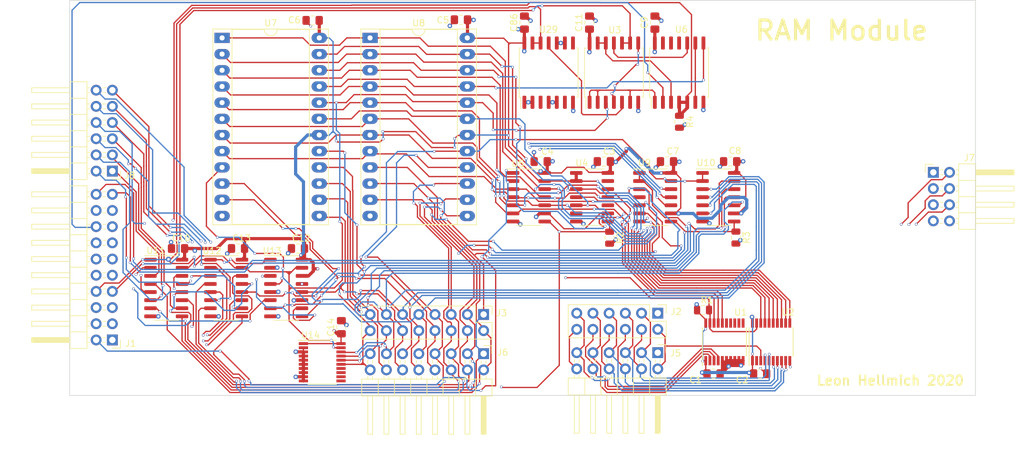
<source format=kicad_pcb>
(kicad_pcb (version 20201220) (generator pcbnew)
  (layers (0 "F.Cu" signal) (1 "In1.Cu" signal) (2 "In2.Cu" signal) (31 "B.Cu" signal) (34 "B.Paste" user) (35 "F.Paste" user) (36 "B.SilkS" user "B.Silkscreen") (37 "F.SilkS" user "F.Silkscreen") (38 "B.Mask" user) (39 "F.Mask" user) (44 "Edge.Cuts" user))
  (net 0 "")
  (net 1 "GND")
  (net 2 "+5V")
  (net 3 "/CLK_D")
  (net 4 "Net-(J1-Pad19)")
  (net 5 "BLOCK")
  (net 6 "no_connect_84")
  (net 7 "CLK")
  (net 8 "READ")
  (net 9 "no_connect_83")
  (net 10 "no_connect_82")
  (net 11 "RAMAI")
  (net 12 "RAMDI")
  (net 13 "no_connect_88")
  (net 14 "no_connect_87")
  (net 15 "no_connect_86")
  (net 16 "no_connect_85")
  (net 17 "Net-(J1-Pad2)")
  (net 18 "/CLK_A")
  (net 19 "MEMADDR11")
  (net 20 "MEMADDR10")
  (net 21 "MEMADDR9")
  (net 22 "MEMADDR8")
  (net 23 "MEMADDR7")
  (net 24 "MEMADDR6")
  (net 25 "MEMADDR5")
  (net 26 "MEMADDR4")
  (net 27 "MEMADDR3")
  (net 28 "MEMADDR2")
  (net 29 "MEMADDR1")
  (net 30 "RAMOBUS15")
  (net 31 "RAMOBUS14")
  (net 32 "RAMOBUS13")
  (net 33 "RAMOBUS12")
  (net 34 "RAMOBUS11")
  (net 35 "RAMOBUS10")
  (net 36 "RAMOBUS9")
  (net 37 "RAMOBUS8")
  (net 38 "RAMOBUS7")
  (net 39 "RAMOBUS6")
  (net 40 "RAMOBUS5")
  (net 41 "RAMOBUS4")
  (net 42 "RAMOBUS3")
  (net 43 "RAMOBUS2")
  (net 44 "RAMOBUS1")
  (net 45 "RAMOBUS0")
  (net 46 "no_connect_91")
  (net 47 "no_connect_90")
  (net 48 "no_connect_89")
  (net 49 "no_connect_95")
  (net 50 "no_connect_94")
  (net 51 "no_connect_93")
  (net 52 "no_connect_92")
  (net 53 "Net-(U29-Pad11)")
  (net 54 "DATA7")
  (net 55 "DATA3")
  (net 56 "DATA6")
  (net 57 "DATA2")
  (net 58 "DATA5")
  (net 59 "DATA1")
  (net 60 "DATA4")
  (net 61 "DATA0")
  (net 62 "ADDR11")
  (net 63 "ADDR5")
  (net 64 "ADDR10")
  (net 65 "ADDR4")
  (net 66 "ADDR9")
  (net 67 "ADDR3")
  (net 68 "ADDR8")
  (net 69 "ADDR2")
  (net 70 "ADDR7")
  (net 71 "ADDR1")
  (net 72 "ADDR6")
  (net 73 "ADDR0")
  (net 74 "Net-(U1-Pad18)")
  (net 75 "Net-(U1-Pad17)")
  (net 76 "Net-(U1-Pad16)")
  (net 77 "no_connect_100")
  (net 78 "no_connect_99")
  (net 79 "no_connect_98")
  (net 80 "no_connect_97")
  (net 81 "no_connect_96")
  (net 82 "Net-(U2-Pad18)")
  (net 83 "Net-(U2-Pad17)")
  (net 84 "Net-(U2-Pad16)")
  (net 85 "Net-(U2-Pad15)")
  (net 86 "Net-(U2-Pad14)")
  (net 87 "Net-(U2-Pad13)")
  (net 88 "Net-(U2-Pad12)")
  (net 89 "Net-(U2-Pad11)")
  (net 90 "Net-(U3-Pad12)")
  (net 91 "Net-(U3-Pad11)")
  (net 92 "Net-(U3-Pad4)")
  (net 93 "RAMAIvRAMDI")
  (net 94 "~RAMAIvRAMDI")
  (net 95 "Net-(U6-Pad6)")
  (net 96 "Net-(U6-Pad8)")
  (net 97 "no_connect_101")
  (net 98 "no_connect_80")
  (net 99 "no_connect_79")
  (net 100 "no_connect_78")
  (net 101 "no_connect_81")
  (footprint "Package_SO:SOIC-16_3.9x9.9mm_P1.27mm" (layer "F.Cu") (at 47.15 74.15)
    (fp_text reference "U11")
    (fp_text value "74LS157")
  )
  (footprint "Package_SO:SOIC-16_3.9x9.9mm_P1.27mm" (layer "F.Cu") (at 56.55 74.15)
    (fp_text reference "U12")
    (fp_text value "74LS157")
  )
  (footprint "Capacitor_SMD:C_0805_2012Metric_Pad1.15x1.40mm_HandSolder" (layer "F.Cu") (at 67.8 67.95 180)
    (fp_text reference "C12")
    (fp_text value "C")
  )
  (footprint "Capacitor_SMD:C_0805_2012Metric_Pad1.15x1.40mm_HandSolder" (layer "F.Cu") (at 113.5 32.5 90)
    (fp_text reference "C11")
    (fp_text value "C")
  )
  (footprint "Connector_PinHeader_2.54mm:PinHeader_2x08_P2.54mm_Vertical" (layer "F.Cu") (at 96.9 78.3 -90)
    (fp_text reference "J3")
    (fp_text value "Conn_02x08_Counter_Clockwise")
  )
  (footprint "Resistor_SMD:R_0805_2012Metric" (layer "F.Cu") (at 136.450001 66.231249 -90)
    (fp_text reference "R3")
    (fp_text value "R")
  )
  (footprint "Package_SO:TSSOP-20_4.4x6.5mm_P0.65mm" (layer "F.Cu") (at 134.65 82.6 90)
    (fp_text reference "U1")
    (fp_text value "74LS245")
  )
  (footprint "Package_SO:TSSOP-20_4.4x6.5mm_P0.65mm" (layer "F.Cu") (at 71.6 85.8)
    (fp_text reference "U14")
    (fp_text value "74LS245")
  )
  (footprint "Capacitor_SMD:C_0805_2012Metric_Pad1.15x1.40mm_HandSolder" (layer "F.Cu") (at 105.85 54.3 180)
    (fp_text reference "C4")
    (fp_text value "C")
  )
  (footprint "Capacitor_SMD:C_0805_2012Metric_Pad1.15x1.40mm_HandSolder" (layer "F.Cu") (at 123.75 32.5 90)
    (fp_text reference "C9")
    (fp_text value "C")
  )
  (footprint "Connector_PinHeader_2.54mm:PinHeader_2x06_P2.54mm_Horizontal" (layer "F.Cu") (at 124.2 84.3 -90)
    (fp_text reference "J5")
    (fp_text value "Conn_02x06_Counter_Clockwise")
  )
  (footprint "Package_SO:TSSOP-20_4.4x6.5mm_P0.65mm" (layer "F.Cu") (at 141.975 82.6 90)
    (fp_text reference "U2")
    (fp_text value "74LS245")
  )
  (footprint "Capacitor_SMD:C_0805_2012Metric_Pad1.15x1.40mm_HandSolder" (layer "F.Cu") (at 115.75 54.3 180)
    (fp_text reference "C3")
    (fp_text value "C")
  )
  (footprint "Package_DIP:DIP-24_W15.24mm_Socket_LongPads" (layer "F.Cu") (at 55.9 34.9)
    (fp_text reference "U7")
    (fp_text value "M84Z02")
  )
  (footprint "Capacitor_SMD:C_0805_2012Metric_Pad1.15x1.40mm_HandSolder" (layer "F.Cu") (at 70.1 32.15 180)
    (fp_text reference "C6")
    (fp_text value "C")
  )
  (footprint "Connector_PinHeader_2.54mm:PinHeader_2x06_P2.54mm_Horizontal" (layer "F.Cu") (at 38.7 55.8 180)
    (fp_text reference "J8")
    (fp_text value "Conn_02x06_Odd_Even")
  )
  (footprint "Connector_PinHeader_2.54mm:PinHeader_2x06_P2.54mm_Vertical" (layer "F.Cu") (at 124.2 78.1 -90)
    (fp_text reference "J2")
    (fp_text value "Conn_02x06_Counter_Clockwise")
  )
  (footprint "Capacitor_SMD:C_0805_2012Metric_Pad1.15x1.40mm_HandSolder" (layer "F.Cu") (at 132.95 87.6)
    (fp_text reference "C1")
    (fp_text value "C")
  )
  (footprint "Resistor_SMD:R_0805_2012Metric" (layer "F.Cu") (at 127.6 48.05 -90)
    (fp_text reference "R4")
    (fp_text value "R")
  )
  (footprint "Package_SO:SOIC-14W_7.5x9mm_P1.27mm" (layer "F.Cu") (at 127.55 40.35 90)
    (fp_text reference "U6")
    (fp_text value "74LS00")
  )
  (footprint "Capacitor_SMD:C_0805_2012Metric_Pad1.15x1.40mm_HandSolder" (layer "F.Cu") (at 58.4 67.95 180)
    (fp_text reference "C13")
    (fp_text value "C")
  )
  (footprint "Resistor_SMD:R_0805_2012Metric" (layer "F.Cu") (at 116.65 66.25 -90)
    (fp_text reference "R2")
    (fp_text value "R")
  )
  (footprint "Capacitor_SMD:C_0805_2012Metric_Pad1.15x1.40mm_HandSolder" (layer "F.Cu") (at 135.55 54.3 180)
    (fp_text reference "C8")
    (fp_text value "C")
  )
  (footprint "Capacitor_SMD:C_0805_2012Metric_Pad1.15x1.40mm_HandSolder" (layer "F.Cu") (at 93.35 32.05 180)
    (fp_text reference "C5")
    (fp_text value "C")
  )
  (footprint "Package_SO:SOIC-14_3.9x8.7mm_P1.27mm" (layer "F.Cu") (at 104 59.9)
    (fp_text reference "U5")
    (fp_text value "74HCT164")
  )
  (footprint "Package_SO:SOIC-14_3.9x8.7mm_P1.27mm" (layer "F.Cu") (at 133.7 59.9)
    (fp_text reference "U10")
    (fp_text value "74HCT164")
  )
  (footprint "Capacitor_SMD:C_0805_2012Metric_Pad1.15x1.40mm_HandSolder" (layer "F.Cu") (at 49 67.95 180)
    (fp_text reference "C10")
    (fp_text value "C")
  )
  (footprint "Connector_PinHeader_2.54mm:PinHeader_2x08_P2.54mm_Horizontal" (layer "F.Cu") (at 96.9 84.46 -90)
    (fp_text reference "J6")
    (fp_text value "Conn_02x08_Counter_Clockwise")
  )
  (footprint "Package_SO:SOIC-14W_7.5x9mm_P1.27mm" (layer "F.Cu") (at 107.1 40.35 90)
    (fp_text reference "U29")
    (fp_text value "74LS00")
  )
  (footprint "Capacitor_SMD:C_0805_2012Metric_Pad1.15x1.40mm_HandSolder" (layer "F.Cu") (at 140.25 87.6)
    (fp_text reference "C2")
    (fp_text value "C")
  )
  (footprint "Package_DIP:DIP-24_W15.24mm_Socket_LongPads" (layer "F.Cu") (at 79.1 34.9)
    (fp_text reference "U8")
    (fp_text value "M84Z02")
  )
  (footprint "Resistor_SMD:R_0805_2012Metric" (layer "F.Cu") (at 131.3 77.6 180)
    (fp_text reference "R1")
    (fp_text value "R")
  )
  (footprint "Package_SO:SOIC-16_3.9x9.9mm_P1.27mm" (layer "F.Cu") (at 65.95 74.15)
    (fp_text reference "U13")
    (fp_text value "74LS157")
  )
  (footprint "Package_SO:SOIC-14_3.9x8.7mm_P1.27mm" (layer "F.Cu") (at 123.8 59.9)
    (fp_text reference "U9")
    (fp_text value "74HCT164")
  )
  (footprint "Package_SO:SOIC-14_3.9x8.7mm_P1.27mm" (layer "F.Cu") (at 113.9 59.9)
    (fp_text reference "U4")
    (fp_text value "74HCT164")
  )
  (footprint "Capacitor_SMD:C_0805_2012Metric_Pad1.15x1.40mm_HandSolder" (layer "F.Cu") (at 74.6 80.3 90)
    (fp_text reference "C14")
    (fp_text value "C")
  )
  (footprint "Capacitor_SMD:C_0805_2012Metric_Pad1.15x1.40mm_HandSolder" (layer "F.Cu") (at 103.3 32.5 90)
    (fp_text reference "C86")
    (fp_text value "C")
  )
  (footprint "Package_SO:SOIC-14W_7.5x9mm_P1.27mm" (layer "F.Cu") (at 117.325 40.35 90)
    (fp_text reference "U3")
    (fp_text value "74LS00")
  )
  (footprint "Connector_PinHeader_2.54mm:PinHeader_2x04_P2.54mm_Horizontal" (layer "F.Cu") (at 167.4 56)
    (fp_text reference "J7")
    (fp_text value "Conn_02x04_Odd_Even")
  )
  (footprint "Capacitor_SMD:C_0805_2012Metric_Pad1.15x1.40mm_HandSolder" (layer "F.Cu") (at 125.65 54.3 180)
    (fp_text reference "C7")
    (fp_text value "C")
  )
  (footprint "Connector_PinHeader_2.54mm:PinHeader_2x10_P2.54mm_Horizontal" (layer "F.Cu") (at 38.7 82.3 180)
    (fp_text reference "J1")
    (fp_text value "Conn_02x10_Counter_Clockwise")
  )
  (gr_line (start 32 29) (end 174 29) (layer "Edge.Cuts") (width 0.1))
  (gr_line (start 174 29) (end 174 91) (layer "Edge.Cuts") (width 0.1))
  (gr_line (start 32 91) (end 32 29) (layer "Edge.Cuts") (width 0.1))
  (gr_line (start 174 91) (end 32 91) (layer "Edge.Cuts") (width 0.1))
  (gr_text "Leon Hellmich 2020" (at 160.67 88.67) (layer "F.SilkS") (effects (font (size 1.5 1.5) (thickness 0.3))))
  (gr_text "RAM Module" (at 153.01 33.73) (layer "F.SilkS") (effects (font (size 3 3) (thickness 0.5))))
  (segment (start 103.525 31.475) (end 104.25 32.2) (width 0.5) (layer "F.Cu") (net 1))
  (segment (start 134.7 86.25) (end 134.825 86.375) (width 0.5) (layer "F.Cu") (net 1))
  (segment (start 133.975 87.6) (end 134.35001 87.22499) (width 0.5) (layer "F.Cu") (net 1))
  (segment (start 104.8 54.275) (end 104.825 54.3) (width 0.2) (layer "F.Cu") (net 1))
  (segment (start 64.665 74.785) (end 64.7 74.75) (width 0.5) (layer "F.Cu") (net 1))
  (segment (start 68.65 84.175) (end 68.65 83.525) (width 0.2) (layer "F.Cu") (net 1))
  (segment (start 69.075 32.325) (end 69.8 33.05) (width 0.2) (layer "F.Cu") (net 1))
  (segment (start 127.6 48.9875) (end 127.9625 48.9875) (width 0.5) (layer "F.Cu") (net 1))
  (segment (start 54.075 78.595) (end 55.345 78.595) (width 0.5) (layer "F.Cu") (net 1))
  (segment (start 113.5 31.475) (end 113.725 31.475) (width 0.5) (layer "F.Cu") (net 1))
  (segment (start 132.01 63.71) (end 132.3 64) (width 0.5) (layer "F.Cu") (net 1))
  (segment (start 144.9 85.55) (end 144.9 86.46) (width 0.2) (layer "F.Cu") (net 1))
  (segment (start 137.575 85.55) (end 135.4 85.55) (width 0.5) (layer "F.Cu") (net 1))
  (segment (start 111.425 63.71) (end 112.16 63.71) (width 0.5) (layer "F.Cu") (net 1))
  (segment (start 67.195 76.055) (end 67.15 76.1) (width 0.5) (layer "F.Cu") (net 1))
  (segment (start 114.725 54.525) (end 114.1 55.15) (width 0.5) (layer "F.Cu") (net 1))
  (segment (start 141.14 87.6) (end 140.31 86.77) (width 0.2) (layer "F.Cu") (net 1))
  (segment (start 124.625 54.3) (end 124.625 54.525) (width 0.5) (layer "F.Cu") (net 1))
  (segment (start 68.65 84.175) (end 67.475 84.175) (width 0.5) (layer "F.Cu") (net 1))
  (segment (start 134.525 54.525) (end 133.95 55.1) (width 0.5) (layer "F.Cu") (net 1))
  (segment (start 108.37 45) (end 107.7 45) (width 0.5) (layer "F.Cu") (net 1))
  (segment (start 92.325 32.295) (end 91.61 33.01) (width 0.2) (layer "F.Cu") (net 1))
  (segment (start 124.025 31.475) (end 124.75 32.2) (width 0.5) (layer "F.Cu") (net 1))
  (segment (start 103.3 31.475) (end 103.525 31.475) (width 0.5) (layer "F.Cu") (net 1))
  (segment (start 123.75 31.475) (end 124.025 31.475) (width 0.5) (layer "F.Cu") (net 1))
  (segment (start 137.575 85.55) (end 137.25 85.875) (width 0.5) (layer "F.Cu") (net 1))
  (segment (start 135.9 85.825) (end 135.9 85.95) (width 0.5) (layer "F.Cu") (net 1))
  (segment (start 110.91 45) (end 110.91 46.31) (width 0.5) (layer "F.Cu") (net 1))
  (segment (start 110.91 46.31) (end 110.95 46.35) (width 0.5) (layer "F.Cu") (net 1))
  (segment (start 137.25 85.875) (end 137.25 86.3) (width 0.5) (layer "F.Cu") (net 1))
  (segment (start 55.345 78.595) (end 55.35 78.6) (width 0.5) (layer "F.Cu") (net 1))
  (segment (start 68.65 88.075) (end 67.475 88.075) (width 0.5) (layer "F.Cu") (net 1))
  (segment (start 136.631251 67.168749) (end 137.15 66.65) (width 0.5) (layer "F.Cu") (net 1))
  (segment (start 135 85.55) (end 134.55 86) (width 0.5) (layer "F.Cu") (net 1))
  (segment (start 134.325 87.25) (end 133.975 87.6) (width 0.2) (layer "F.Cu") (net 1))
  (segment (start 134.7 86.25) (end 134.75 86.3) (width 0.5) (layer "F.Cu") (net 1))
  (segment (start 63.475 70.975) (end 64.525 70.975) (width 0.5) (layer "F.Cu") (net 1))
  (segment (start 121.135 46.335) (end 121.15 46.35) (width 0.5) (layer "F.Cu") (net 1))
  (segment (start 104.825 54.3) (end 104.825 54.525) (width 0.5) (layer "F.Cu") (net 1))
  (segment (start 134.525 54.3) (end 134.525 54.525) (width 0.5) (layer "F.Cu") (net 1))
  (segment (start 121.325 63.71) (end 122.06 63.71) (width 0.5) (layer "F.Cu") (net 1))
  (segment (start 102.21 63.71) (end 102.65 64.15) (width 0.5) (layer "F.Cu") (net 1))
  (segment (start 112.16 63.71) (end 112.55 64.1) (width 0.5) (layer "F.Cu") (net 1))
  (segment (start 101.525 63.71) (end 102.21 63.71) (width 0.5) (layer "F.Cu") (net 1))
  (segment (start 104.8 52.85) (end 104.8 54.275) (width 0.2) (layer "F.Cu") (net 1))
  (segment (start 135.625 85.55) (end 135.9 85.825) (width 0.5) (layer "F.Cu") (net 1))
  (segment (start 136.925 85.675) (end 136.925 85.55) (width 0.5) (layer "F.Cu") (net 1))
  (segment (start 135.4 85.55) (end 135.4 86.35) (width 0.5) (layer "F.Cu") (net 1))
  (segment (start 66.775 68.175) (end 66.25 68.7) (width 0.5) (layer "F.Cu") (net 1))
  (segment (start 67.475 88.075) (end 67.45 88.1) (width 0.5) (layer "F.Cu") (net 1))
  (segment (start 133.975 87.6) (end 134.15 87.6) (width 0.5) (layer "F.Cu") (net 1))
  (segment (start 127.9625 48.9875) (end 128.45 48.5) (width 0.5) (layer "F.Cu") (net 1))
  (segment (start 135.4 86.35) (end 135.3 86.45) (width 0.5) (layer "F.Cu") (net 1))
  (segment (start 121.325 63.71) (end 122.05 63.71) (width 0.2) (layer "F.Cu") (net 1))
  (segment (start 104.56 45) (end 103.9 45) (width 0.5) (layer "F.Cu") (net 1))
  (segment (start 68.425 76.055) (end 67.195 76.055) (width 0.5) (layer "F.Cu") (net 1))
  (segment (start 121.135 45) (end 121.135 46.335) (width 0.5) (layer "F.Cu") (net 1))
  (segment (start 135.4 85.55) (end 135 85.55) (width 0.5) (layer "F.Cu") (net 1))
  (segment (start 109.64 35.7) (end 109 35.7) (width 0.5) (layer "F.Cu") (net 1))
  (segment (start 47.9 67.875) (end 47.975 67.95) (width 0.2) (layer "F.Cu") (net 1))
  (segment (start 122.05 63.71) (end 122.57 63.19) (width 0.2) (layer "F.Cu") (net 1))
  (segment (start 134.15 87.6) (end 134.7 87.05) (width 0.5) (layer "F.Cu") (net 1))
  (segment (start 47.975 67.95) (end 47.975 68.025) (width 0.5) (layer "F.Cu") (net 1))
  (segment (start 108.37 35.7) (end 109 35.7) (width 0.5) (layer "F.Cu") (net 1))
  (segment (start 69.075 32.15) (end 69.075 32.325) (width 0.2) (layer "F.Cu") (net 1))
  (segment (start 134.75 86.3) (end 137.25 86.3) (width 0.5) (layer "F.Cu") (net 1))
  (segment (start 47.9 66.95) (end 47.9 67.875) (width 0.2) (layer "F.Cu") (net 1))
  (segment (start 116.65 67.1875) (end 116.9625 67.1875) (width 0.5) (layer "F.Cu") (net 1))
  (segment (start 103.29 45) (end 103.9 45) (width 0.5) (layer "F.Cu") (net 1))
  (segment (start 64.695 78.595) (end 64.7 78.6) (width 0.5) (layer "F.Cu") (net 1))
  (segment (start 66.775 67.95) (end 66.775 68.175) (width 0.5) (layer "F.Cu") (net 1))
  (segment (start 134.825 86.925) (end 135.3 86.45) (width 0.5) (layer "F.Cu") (net 1))
  (segment (start 57.375 68.075) (end 56.7 68.75) (width 0.5) (layer "F.Cu") (net 1))
  (segment (start 74.725 79.275) (end 75.4 79.95) (width 0.5) (layer "F.Cu") (net 1))
  (segment (start 134.7 87.05) (end 134.7 86.25) (width 0.5) (layer "F.Cu") (net 1))
  (segment (start 124.625 54.525) (end 123.9 55.25) (width 0.5) (layer "F.Cu") (net 1))
  (segment (start 45.895 78.595) (end 45.9 78.6) (width 0.5) (layer "F.Cu") (net 1))
  (segment (start 113.725 31.475) (end 114.45 32.2) (width 0.5) (layer "F.Cu") (net 1))
  (segment (start 44.675 78.595) (end 45.895 78.595) (width 0.5) (layer "F.Cu") (net 1))
  (segment (start 136.6 86) (end 136.925 85.675) (width 0.5) (layer "F.Cu") (net 1))
  (segment (start 92.325 32.05) (end 92.325 32.295) (width 0.2) (layer "F.Cu") (net 1))
  (segment (start 63.475 74.785) (end 64.665 74.785) (width 0.5) (layer "F.Cu") (net 1))
  (segment (start 135.95 86) (end 136.6 86) (width 0.5) (layer "F.Cu") (net 1))
  (segment (start 107.1 45) (end 107.7 45) (width 0.5) (layer "F.Cu") (net 1))
  (segment (start 131.36 46.19) (end 131.35 46.2) (width 0.5) (layer "F.Cu") (net 1))
  (segment (start 141.275 87.6) (end 141.14 87.6) (width 0.2) (layer "F.Cu") (net 1))
  (segment (start 116.9625 67.1875) (end 117.6 66.55) (width 0.5) (layer "F.Cu") (net 1))
  (segment (start 74.6 79.275) (end 74.725 79.275) (width 0.5) (layer "F.Cu") (net 1))
  (segment (start 63.475 78.595) (end 64.695 78.595) (width 0.5) (layer "F.Cu") (net 1))
  (segment (start 135.9 85.95) (end 135.95 86) (width 0.5) (layer "F.Cu") (net 1))
  (segment (start 131.36 45) (end 131.36 46.19) (width 0.5) (layer "F.Cu") (net 1))
  (segment (start 134.825 86.375) (end 134.825 86.925) (width 0.5) (layer "F.Cu") (net 1))
  (segment (start 134.35001 87.22499) (end 134.35001 85.55) (width 0.5) (layer "F.Cu") (net 1))
  (segment (start 134.325 85.55) (end 134.325 87.25) (width 0.2) (layer "F.Cu") (net 1))
  (segment (start 114.725 54.3) (end 114.725 54.525) (width 0.5) (layer "F.Cu") (net 1))
  (segment (start 57.375 67.95) (end 57.375 68.075) (width 0.5) (layer "F.Cu") (net 1))
  (segment (start 64.525 70.975) (end 64.55 70.95) (width 0.5) (layer "F.Cu") (net 1))
  (segment (start 67.475 84.175) (end 67.45 84.15) (width 0.5) (layer "F.Cu") (net 1))
  (segment (start 144.9 86.46) (end 144.98 86.54) (width 0.2) (layer "F.Cu") (net 1))
  (segment (start 68.65 84.175) (end 68.65 88.725) (width 0.5) (layer "F.Cu") (net 1))
  (segment (start 136.450001 67.168749) (end 136.631251 67.168749) (width 0.5) (layer "F.Cu") (net 1))
  (segment (start 131.225 63.71) (end 132.01 63.71) (width 0.5) (layer "F.Cu") (net 1))
  (via (at 67.15 76.1) (size 0.7) (drill 0.35) (layers "F.Cu" "B.Cu") (net 1))
  (via (at 122.57 63.19) (size 0.43) (drill 0.3) (layers "F.Cu" "B.Cu") (net 1))
  (via (at 117.6 66.55) (size 0.7) (drill 0.35) (layers "F.Cu" "B.Cu") (net 1))
  (via (at 114.45 32.2) (size 0.7) (drill 0.35) (layers "F.Cu" "B.Cu") (net 1))
  (via (at 107.7 45) (size 0.7) (drill 0.35) (layers "F.Cu" "B.Cu") (net 1))
  (via (at 109 35.7) (size 0.7) (drill 0.35) (layers "F.Cu" "B.Cu") (net 1))
  (via (at 131.35 46.2) (size 0.7) (drill 0.35) (layers "F.Cu" "B.Cu") (net 1))
  (via (at 137.15 66.65) (size 0.7) (drill 0.35) (layers "F.Cu" "B.Cu") (net 1))
  (via (at 132.3 64) (size 0.7) (drill 0.35) (layers "F.Cu" "B.Cu") (net 1))
  (via (at 91.61 33.01) (size 0.7) (drill 0.35) (layers "F.Cu" "B.Cu") (net 1))
  (via (at 137.25 86.3) (size 0.7) (drill 0.35) (layers "F.Cu" "B.Cu") (net 1))
  (via (at 67.45 84.15) (size 0.7) (drill 0.35) (layers "F.Cu" "B.Cu") (net 1))
  (via (at 64.7 74.75) (size 0.7) (drill 0.35) (layers "F.Cu" "B.Cu") (net 1))
  (via (at 104.8 52.85) (size 0.7) (drill 0.35) (layers "F.Cu" "B.Cu") (net 1))
  (via (at 114.1 55.15) (size 0.7) (drill 0.35) (layers "F.Cu" "B.Cu") (net 1))
  (via (at 56.7 68.75) (size 0.7) (drill 0.35) (layers "F.Cu" "B.Cu") (net 1))
  (via (at 140.31 86.77) (size 0.43) (drill 0.3) (layers "F.Cu" "B.Cu") (net 1))
  (via (at 75.4 79.95) (size 0.7) (drill 0.35) (layers "F.Cu" "B.Cu") (net 1))
  (via (at 47.9 66.95) (size 0.7) (drill 0.35) (layers "F.Cu" "B.Cu") (net 1))
  (via (at 124.75 32.2) (size 0.7) (drill 0.35) (layers "F.Cu" "B.Cu") (net 1))
  (via (at 55.35 78.6) (size 0.7) (drill 0.35) (layers "F.Cu" "B.Cu") (net 1))
  (via (at 112.55 64.1) (size 0.7) (drill 0.35) (layers "F.Cu" "B.Cu") (net 1))
  (via (at 66.25 68.7) (size 0.7) (drill 0.35) (layers "F.Cu" "B.Cu") (net 1))
  (via (at 128.45 48.5) (size 0.7) (drill 0.35) (layers "F.Cu" "B.Cu") (net 1))
  (via (at 45.9 78.6) (size 0.7) (drill 0.35) (layers "F.Cu" "B.Cu") (net 1))
  (via (at 104.25 32.2) (size 0.7) (drill 0.35) (layers "F.Cu" "B.Cu") (net 1))
  (via (at 121.15 46.35) (size 0.7) (drill 0.35) (layers "F.Cu" "B.Cu") (net 1))
  (via (at 135.3 86.45) (size 0.7) (drill 0.35) (layers "F.Cu" "B.Cu") (net 1))
  (via (at 102.65 64.15) (size 0.7) (drill 0.35) (layers "F.Cu" "B.Cu") (net 1))
  (via (at 64.55 70.95) (size 0.7) (drill 0.35) (layers "F.Cu" "B.Cu") (net 1))
  (via (at 123.9 55.25) (size 0.7) (drill 0.35) (layers "F.Cu" "B.Cu") (net 1))
  (via (at 69.8 33.05) (size 0.43) (drill 0.3) (layers "F.Cu" "B.Cu") (net 1))
  (via (at 133.95 55.1) (size 0.7) (drill 0.35) (layers "F.Cu" "B.Cu") (net 1))
  (via (at 103.9 45) (size 0.7) (drill 0.35) (layers "F.Cu" "B.Cu") (net 1))
  (via (at 110.95 46.35) (size 0.7) (drill 0.35) (layers "F.Cu" "B.Cu") (net 1))
  (via (at 144.98 86.54) (size 0.43) (drill 0.3) (layers "F.Cu" "B.Cu") (net 1))
  (via (at 67.45 88.1) (size 0.7) (drill 0.35) (layers "F.Cu" "B.Cu") (net 1))
  (via (at 64.7 78.6) (size 0.7) (drill 0.35) (layers "F.Cu" "B.Cu") (net 1))
  (segment (start 103.29 35.7) (end 103.29 36.96) (width 0.5) (layer "F.Cu") (net 2))
  (segment (start 113.515 37.095) (end 113.48 37.13) (width 0.5) (layer "F.Cu") (net 2))
  (segment (start 69.455 72.245) (end 68.425 72.245) (width 0.5) (layer "F.Cu") (net 2))
  (segment (start 95.29 32.05) (end 95.32 32.08) (width 0.5) (layer "F.Cu") (net 2))
  (segment (start 51.29001 67.95) (end 51.63001 68.29) (width 0.5) (layer "F.Cu") (net 2))
  (segment (start 113.4 56) (end 116.285 56) (width 0.2) (layer "F.Cu") (net 2))
  (segment (start 100.815 35.935) (end 100.815 35.735) (width 0.2) (layer "F.Cu") (net 2))
  (segment (start 113.515 33.54) (end 113.5 33.525) (width 0.5) (layer "F.Cu") (net 2))
  (segment (start 59.425 67.95) (end 59.425 66.775) (width 0.5) (layer "F.Cu") (net 2))
  (segment (start 70.2 71.04) (end 70.2 71.5) (width 0.5) (layer "F.Cu") (net 2))
  (segment (start 106.475 56.09) (end 109.11 56.09) (width 0.2) (layer "F.Cu") (net 2))
  (segment (start 131.35 87.6) (end 131.16 87.41) (width 0.5) (layer "F.Cu") (net 2))
  (segment (start 94.375 32.05) (end 95.29 32.05) (width 0.5) (layer "F.Cu") (net 2))
  (segment (start 113.515 35.7) (end 113.515 33.54) (width 0.5) (layer "F.Cu") (net 2))
  (segment (start 59.425 69.305) (end 59.025 69.705) (width 0.5) (layer "F.Cu") (net 2))
  (segment (start 100.815 35.935) (end 101 35.75) (width 0.2) (layer "F.Cu") (net 2))
  (segment (start 112.6 55.2) (end 113.4 56) (width 0.2) (layer "F.Cu") (net 2))
  (segment (start 68.65 82.875) (end 74.55 82.875) (width 0.2) (layer "F.Cu") (net 2))
  (segment (start 136.175 62.44) (end 137.27 62.44) (width 0.5) (layer "F.Cu") (net 2))
  (segment (start 126.675 54.3) (end 126.675 55.69) (width 0.5) (layer "F.Cu") (net 2))
  (segment (start 68.825 68.425) (end 68.26 68.99) (width 0.5) (layer "F.Cu") (net 2))
  (segment (start 106.875 54.3) (end 106.875 55.69) (width 0.5) (layer "F.Cu") (net 2))
  (segment (start 50.025 69.305) (end 49.625 69.705) (width 0.5) (layer "F.Cu") (net 2))
  (segment (start 109.11 56.09) (end 110 55.2) (width 0.2) (layer "F.Cu") (net 2))
  (segment (start 74.04001 51.24001) (end 74 51.2) (width 0.2) (layer "F.Cu") (net 2))
  (segment (start 123.74 35.7) (end 123.74 37.09) (width 0.5) (layer "F.Cu") (net 2))
  (segment (start 59.425 67.95) (end 59.425 69.305) (width 0.5) (layer "F.Cu") (net 2))
  (segment (start 68.26 69.54) (end 68.425 69.705) (width 0.5) (layer "F.Cu") (net 2))
  (segment (start 101 35.7) (end 103.29 35.7) (width 0.2) (layer "F.Cu") (net 2))
  (segment (start 106.475 56.09) (end 105.062166 56.09) (width 0.2) (layer "F.Cu") (net 2))
  (segment (start 68.825 66.975) (end 68.25 66.4) (width 0.5) (layer "F.Cu") (net 2))
  (segment (start 94.375 34.865) (end 94.34 34.9) (width 0.5) (layer "F.Cu") (net 2))
  (segment (start 139.05 85.55) (end 139.05 84.49) (width 0.2) (layer "F.Cu") (net 2))
  (segment (start 113.515 35.7) (end 113.515 37.095) (width 0.5) (layer "F.Cu") (net 2))
  (segment (start 112.39 64.85) (end 109.5 64.85) (width 0.2) (layer "F.Cu") (net 2))
  (segment (start 69.705 69.705) (end 70.2 70.2) (width 0.5) (layer "F.Cu") (net 2))
  (segment (start 139.05 79.65) (end 139.05 78.763887) (width 0.2) (layer "F.Cu") (net 2))
  (segment (start 103.3 33.525) (end 102.335 33.525) (width 0.5) (layer "F.Cu") (net 2))
  (segment (start 68.425 69.705) (end 69.705 69.705) (width 0.5) (layer "F.Cu") (net 2))
  (segment (start 105.13 62.98) (end 105.67 62.44) (width 0.5) (layer "F.Cu") (net 2))
  (segment (start 123.74 37.09) (end 123.73 37.1) (width 0.5) (layer "F.Cu") (net 2))
  (segment (start 131.725 79.65) (end 131.725 79.125) (width 0.2) (layer "F.Cu") (net 2))
  (segment (start 136.575 54.3) (end 136.575 55.69) (width 0.5) (layer "F.Cu") (net 2))
  (segment (start 139.225 87.6) (end 139.05 87.425) (width 0.2) (layer "F.Cu") (net 2))
  (segment (start 100.815 51.585) (end 100.815 51.842834) (width 0.2) (layer "F.Cu") (net 2))
  (segment (start 59.05 66.4) (end 59.3 66.4) (width 0.5) (layer "F.Cu") (net 2))
  (segment (start 100.05 34.95) (end 94.39 34.95) (width 0.2) (layer "F.Cu") (net 2))
  (segment (start 92.35 50.7) (end 92.85 50.2) (width 0.2) (layer "F.Cu") (net 2))
  (segment (start 68.825 67.95) (end 68.825 69.305) (width 0.5) (layer "F.Cu") (net 2))
  (segment (start 119.26 52.28) (end 119.26 52.71) (width 0.5) (layer "F.Cu") (net 2))
  (segment (start 74.55 81.375) (end 74.6 81.325) (width 0.2) (layer "F.Cu") (net 2))
  (segment (start 94.28 50.2) (end 94.34 50.14) (width 0.2) (layer "F.Cu") (net 2))
  (segment (start 127.54 54.3) (end 127.58 54.34) (width 0.5) (layer "F.Cu") (net 2))
  (segment (start 126.275 62.44) (end 126.96 62.44) (width 0.2) (layer "F.Cu") (net 2))
  (segment (start 127.8 56.95) (end 126.94 56.09) (width 0.2) (layer "F.Cu") (net 2))
  (segment (start 131.71 80.58) (end 131.71 79.665) (width 0.2) (layer "F.Cu") (net 2))
  (segment (start 136.86 62.44) (end 138 61.3) (width 0.2) (layer "F.Cu") (net 2))
  (segment (start 68.26 68.99) (end 68.26 69.54) (width 0.5) (layer "F.Cu") (net 2))
  (segment (start 105.67 62.44) (end 106.475 62.44) (width 0.5) (layer "F.Cu") (net 2))
  (segment (start 68.25 66.4) (end 67.7 66.4) (width 0.5) (layer "F.Cu") (net 2))
  (segment (start 55.05 67.95) (end 56.6 66.4) (width 0.5) (layer "F.Cu") (net 2))
  (segment (start 50.025 67.95) (end 55.05 67.95) (width 0.5) (layer "F.Cu") (net 2))
  (segment (start 68.575 69.305) (end 68.825 69.305) (width 0.5) (layer "F.Cu") (net 2))
  (segment (start 126.275 62.44) (end 127.45 62.44) (width 0.5) (layer "F.Cu") (net 2))
  (segment (start 126.675 55.69) (end 126.275 56.09) (width 0.5) (layer "F.Cu") (net 2))
  (segment (start 59.425 66.525) (end 59.3 66.4) (width 0.5) (layer "F.Cu") (net 2))
  (segment (start 68.26 68.99) (end 68.575 69.305) (width 0.5) (layer "F.Cu") (net 2))
  (segment (start 94.39 34.95) (end 94.34 34.9) (width 0.2) (layer "F.Cu") (net 2))
  (segment (start 126.94 56.09) (end 126.275 56.09) (width 0.2) (layer "F.Cu") (net 2))
  (segment (start 119.26 52.71) (end 117.61 54.36) (width 0.5) (layer "F.Cu") (net 2))
  (segment (start 68.825 66.975) (end 68.825 67.95) (width 0.5) (layer "F.Cu") (net 2))
  (segment (start 139.095 87.47) (end 139.225 87.6) (width 0.5) (layer "F.Cu") (net 2))
  (segment (start 123.74 35.7) (end 123.74 33.535) (width 0.5) (layer "F.Cu") (net 2))
  (segment (start 100.815 51.842834) (end 100.936083 51.963917) (width 0.2) (layer "F.Cu") (net 2))
  (segment (start 112.762002 64.85) (end 112.39 64.85) (width 0.2) (layer "F.Cu") (net 2))
  (segment (start 131.32 85.55) (end 131.24 85.63) (width 0.2) (layer "F.Cu") (net 2))
  (segment (start 131.925 87.6) (end 131.35 87.6) (width 0.5) (layer "F.Cu") (net 2))
  (segment (start 131.725 87.4) (end 131.925 87.6) (width 0.2) (layer "F.Cu") (net 2))
  (segment (start 131.71 79.665) (end 131.725 79.65) (width 0.2) (layer "F.Cu") (net 2))
  (segment (start 101 35.75) (end 101 35.7) (width 0.2) (layer "F.Cu") (net 2))
  (segment (start 94.375 32.05) (end 94.375 34.865) (width 0.5) (layer "F.Cu") (net 2))
  (segment (start 136.575 54.3) (end 137.55 54.3) (width 0.5) (layer "F.Cu") (net 2))
  (segment (start 110 55.2) (end 112.6 55.2) (width 0.2) (layer "F.Cu") (net 2))
  (segment (start 59.425 66.775) (end 59.8 66.4) (width 0.5) (layer "F.Cu") (net 2))
  (segment (start 107.67 54.3) (end 107.71 54.26) (width 0.5) (layer "F.Cu") (net 2))
  (segment (start 70.89 71.13) (end 70.29 71.13) (width 0.5) (layer "F.Cu") (net 2))
  (segment (start 116.775 55.69) (end 116.375 56.09) (width 0.5) (layer "F.Cu") (net 2))
  (segment (start 88.75 52.1) (end 92.35 52.1) (width 0.2) (layer "F.Cu") (net 2))
  (segment (start 102.335 33.525) (end 102.33 33.53) (width 0.5) (layer "F.Cu") (net 2))
  (segment (start 92.85 50.2) (end 94.28 50.2) (width 0.2) (layer "F.Cu") (net 2))
  (segment (start 103.29 36.96) (end 103.27 36.98) (width 0.5) (layer "F.Cu") (net 2))
  (segment (start 131.725 85.55) (end 131.32 85.55) (width 0.2) (layer "F.Cu") (net 2))
  (segment (start 100.85 35.7) (end 101 35.7) (width 0.2) (layer "F.Cu") (net 2))
  (segment (start 106.475 56.09) (end 106.11 56.09) (width 0.5) (layer "F.Cu") (net 2))
  (segment (start 50.025 67.95) (end 51.29001 67.95) (width 0.5) (layer "F.Cu") (net 2))
  (segment (start 138.51 87.47) (end 139.095 87.47) (width 0.5) (layer "F.Cu") (net 2))
  (segment (start 116.375 62.44) (end 115.17 62.44) (width 0.2) (layer "F.Cu") (net 2))
  (segment (start 139.05 84.49) (end 139.06 84.48) (width 0.2) (layer "F.Cu") (net 2))
  (segment (start 59.8 66.4) (end 67.7 66.4) (width 0.5) (layer "F.Cu") (net 2))
  (segment (start 137.27 62.44) (end 137.29 62.42) (width 0.5) (layer "F.Cu") (net 2))
  (segment (start 105.062166 56.09) (end 100.936083 51.963917) (width 0.2) (layer "F.Cu") (net 2))
  (segment (start 139.05 78.763887) (end 138.977214 78.691101) (width 0.2) (layer "F.Cu") (net 2))
  (segment (start 71.14 32.165) (end 71.125 32.15) (width 0.2) (layer "F.Cu") (net 2))
  (segment (start 136.89 56.09) (end 136.175 56.09) (width 0.2) (layer "F.Cu") (net 2))
  (segment (start 70.29 71.13) (end 70.2 71.04) (width 0.5) (layer "F.Cu") (net 2))
  (segment (start 138 61.3) (end 138 57.2) (width 0.2) (layer "F.Cu") (net 2))
  (segment (start 106.11 56.09) (end 105.84 55.82) (width 0.5) (layer "F.Cu") (net 2))
  (segment (start 130.3625 76.7825) (end 130.3 76.72) (width 0.5) (layer "F.Cu") (net 2))
  (segment (start 116.775 54.3) (end 117.55 54.3) (width 0.5) (layer "F.Cu") (net 2))
  (segment (start 74 51.2) (end 73.85 51.05) (width 0.2) (layer "F.Cu") (net 2))
  (segment (start 127.8 61.6) (end 127.8 56.95) (width 0.2) (layer "F.Cu") (net 2))
  (segment (start 100.815 35.735) (end 100.85 35.7) (width 0.2) (layer "F.Cu") (net 2))
  (segment (start 115.17 62.44) (end 113.200001 64.409999) (width 0.2) (layer "F.Cu") (net 2))
  (segment (start 116.775 54.3) (end 116.775 55.69) (width 0.5) (layer "F.Cu") (net 2))
  (segment (start 73.85 51.05) (end 73.8 51.05) (width 0.2) (layer "F.Cu") (net 2))
  (segment (start 117.55 54.3) (end 117.61 54.36) (width 0.5) (layer "F.Cu") (net 2))
  (segment (start 59.3 66.4) (end 59.8 66.4) (width 0.5) (layer "F.Cu") (net 2))
  (segment (start 113.200001 64.412001) (end 113.121001 64.491001) (width 0.2) (layer "F.Cu") (net 2))
  (segment (start 70.2 70.2) (end 70.2 71.04) (width 0.5) (layer "F.Cu") (net 2))
  (segment (start 130.3625 77.7625) (end 130.3625 77.6) (width 0.2) (layer "F.Cu") (net 2))
  (segment (start 100.815 35.715) (end 100.05 34.95) (width 0.2) (layer "F.Cu") (net 2))
  (segment (start 59.425 66.775) (end 59.425 66.525) (width 0.5) (layer "F.Cu") (net 2))
  (segment (start 56.6 66.4) (end 59.05 66.4) (width 0.5) (layer "F.Cu") (net 2))
  (segment (start 139.05 87.425) (end 139.05 85.55) (width 0.2) (layer "F.Cu") (net 2))
  (segment (start 106.875 54.3) (end 107.67 54.3) (width 0.5) (layer "F.Cu") (net 2))
  (segment (start 74.55 82.875) (end 74.55 81.375) (width 0.2) (layer "F.Cu") (net 2))
  (segment (start 126.275 56.09) (end 124.76 56.09) (width 0.5) (layer "F.Cu") (net 2))
  (segment (start 126.675 54.3) (end 127.54 54.3) (width 0.5) (layer "F.Cu") (net 2))
  (segment (start 106.475 56.09) (end 106.875 55.69) (width 0.5) (layer "F.Cu") (net 2))
  (segment (start 68.825 67.95) (end 68.825 68.425) (width 0.5) (layer "F.Cu") (net 2))
  (segment (start 123.74 33.535) (end 123.75 33.525) (width 0.5) (layer "F.Cu") (net 2))
  (segment (start 131.725 79.125) (end 130.3625 77.7625) (width 0.2) (layer "F.Cu") (net 2))
  (segment (start 74.6 81.325) (end 73.935 81.325) (width 0.5) (layer "F.Cu") (net 2))
  (segment (start 70.15 71.55) (end 69.455 72.245) (width 0.5) (layer "F.Cu") (net 2))
  (segment (start 86.25 49.6) (end 88.75 52.1) (width 0.2) (layer "F.Cu") (net 2))
  (segment (start 81.1 49.6) (end 86.25 49.6) (width 0.2) (layer "F.Cu") (net 2))
  (segment (start 124.76 56.09) (end 124.74 56.11) (width 0.5) (layer "F.Cu") (net 2))
  (segment (start 136.575 55.69) (end 136.175 56.09) (width 0.5) (layer "F.Cu") (net 2))
  (segment (start 137.55 54.3) (end 137.58 54.27) (width 0.5) (layer "F.Cu") (net 2))
  (segment (start 80.65999 51.24001) (end 74.04001 51.24001) (width 0.2) (layer "F.Cu") (net 2))
  (segment (start 113.200001 64.409999) (end 113.200001 64.412001) (width 0.2) (layer "F.Cu") (net 2))
  (segment (start 71.14 34.9) (end 71.14 32.165) (width 0.5) (layer "F.Cu") (net 2))
  (segment (start 50.025 67.95) (end 50.025 69.305) (width 0.5) (layer "F.Cu") (net 2))
  (segment (start 100.815 51.585) (end 100.815 50.2) (width 0.2) (layer "F.Cu") (net 2))
  (segment (start 131.725 85.55) (end 131.725 87.4) (width 0.2) (layer "F.Cu") (net 2))
  (segment (start 70.2 71.5) (end 70.15 71.55) (width 0.5) (layer "F.Cu") (net 2))
  (segment (start 59.425 66.775) (end 59.05 66.4) (width 0.5) (layer "F.Cu") (net 2))
  (segment (start 107.09 62.44) (end 106.475 62.44) (width 0.2) (layer "F.Cu") (net 2))
  (segment (start 117.14 62.44) (end 116.375 62.44) (width 0.2) (layer "F.Cu") (net 2))
  (segment (start 127.45 62.44) (end 127.46 62.45) (width 0.5) (layer "F.Cu") (net 2))
  (segment (start 103.29 35.7) (end 103.29 33.535) (width 0.5) (layer "F.Cu") (net 2))
  (segment (start 68.825 69.305) (end 68.425 69.705) (width 0.5) (layer "F.Cu") (net 2))
  (segment (start 73.935 81.325) (end 73.47 80.86) (width 0.5) (layer "F.Cu") (net 2))
  (segment (start 126.96 62.44) (end 127.8 61.6) (width 0.2) (layer "F.Cu") (net 2))
  (segment (start 103.29 33.535) (end 103.3 33.525) (width 0.5) (layer "F.Cu") (net 2))
  (segment (start 116.285 56) (end 116.375 56.09) (width 0.2) (layer "F.Cu") (net 2))
  (segment (start 100.815 50.2) (end 100.815 35.935) (width 0.2) (layer "F.Cu") (net 2))
  (segment (start 113.121001 64.491001) (end 112.762002 64.85) (width 0.2) (layer "F.Cu") (net 2))
  (segment (start 100.815 35.735) (end 100.815 35.715) (width 0.2) (layer "F.Cu") (net 2))
  (segment (start 80.65999 51.24001) (end 81.15 50.75) (width 0.2) (layer "F.Cu") (net 2))
  (segment (start 130.3625 77.6) (end 130.3625 76.7825) (width 0.5) (layer "F.Cu") (net 2))
  (segment (start 138 57.2) (end 136.89 56.09) (width 0.2) (layer "F.Cu") (net 2))
  (segment (start 109.5 64.85) (end 107.09 62.44) (width 0.2) (layer "F.Cu") (net 2))
  (segment (start 136.175 62.44) (end 136.86 62.44) (width 0.2) (layer "F.Cu") (net 2))
  (via (at 107.71 54.26) (size 0.7) (drill 0.35) (layers "F.Cu" "B.Cu") (net 2))
  (via (at 137.29 62.42) (size 0.7) (drill 0.35) (layers "F.Cu" "B.Cu") (net 2))
  (via (at 81.15 50.75) (size 0.43) (drill 0.3) (layers "F.Cu" "B.Cu") (net 2))
  (via (at 100.815 50.2) (size 0.43) (drill 0.3) (layers "F.Cu" "B.Cu") (net 2))
  (via (at 127.46 62.45) (size 0.7) (drill 0.35) (layers "F.Cu" "B.Cu") (net 2))
  (via (at 127.58 54.34) (size 0.7) (drill 0.35) (layers "F.Cu" "B.Cu") (net 2))
  (via (at 95.32 32.08) (size 0.7) (drill 0.35) (layers "F.Cu" "B.Cu") (net 2))
  (via (at 131.71 80.58) (size 0.43) (drill 0.3) (layers "F.Cu" "B.Cu") (net 2))
  (via (at 102.33 33.53) (size 0.7) (drill 0.35) (layers "F.Cu" "B.Cu") (net 2))
  (via (at 73.47 80.86) (size 0.43) (drill 0.3) (layers "F.Cu" "B.Cu") (net 2))
  (via (at 117.61 54.36) (size 0.7) (drill 0.35) (layers "F.Cu" "B.Cu") (net 2))
  (via (at 92.35 50.7) (size 0.43) (drill 0.3) (layers "F.Cu" "B.Cu") (net 2))
  (via (at 103.27 36.98) (size 0.7) (drill 0.35) (layers "F.Cu" "B.Cu") (net 2))
  (via (at 138.977214 78.691101) (size 0.7) (drill 0.35) (layers "F.Cu" "B.Cu") (net 2))
  (via (at 105.84 55.82) (size 0.7) (drill 0.35) (layers "F.Cu" "B.Cu") (net 2))
  (via (at 130.3 76.72) (size 0.7) (drill 0.35) (layers "F.Cu" "B.Cu") (net 2))
  (via (at 124.74 56.11) (size 0.43) (drill 0.3) (layers "F.Cu" "B.Cu") (net 2))
  (via (at 137.58 54.27) (size 0.7) (drill 0.35) (layers "F.Cu" "B.Cu") (net 2))
  (via (at 139.06 84.48) (size 0.43) (drill 0.3) (layers "F.Cu" "B.Cu") (net 2))
  (via (at 113.48 37.13) (size 0.7) (drill 0.35) (layers "F.Cu" "B.Cu") (net 2))
  (via (at 81.1 49.6) (size 0.43) (drill 0.3) (layers "F.Cu" "B.Cu") (net 2))
  (via (at 68.26 68.99) (size 0.43) (drill 0.3) (layers "F.Cu" "B.Cu") (net 2))
  (via (at 119.26 52.28) (size 0.43) (drill 0.3) (layers "F.Cu" "B.Cu") (net 2))
  (via (at 131.16 87.41) (size 0.7) (drill 0.35) (layers "F.Cu" "B.Cu") (net 2))
  (via (at 92.35 52.1) (size 0.43) (drill 0.3) (layers "F.Cu" "B.Cu") (net 2))
  (via (at 73.8 51.05) (size 0.43) (drill 0.3) (layers "F.Cu" "B.Cu") (net 2))
  (via (at 51.63001 68.29) (size 0.7) (drill 0.35) (layers "F.Cu" "B.Cu") (net 2))
  (via (at 138.51 87.47) (size 0.7) (drill 0.35) (layers "F.Cu" "B.Cu") (net 2))
  (via (at 131.24 85.63) (size 0.43) (drill 0.3) (layers "F.Cu" "B.Cu") (net 2))
  (via (at 105.13 62.98) (size 0.7) (drill 0.35) (layers "F.Cu" "B.Cu") (net 2))
  (via (at 70.89 71.13) (size 0.43) (drill 0.3) (layers "F.Cu" "B.Cu") (net 2))
  (via (at 123.73 37.1) (size 0.7) (drill 0.35) (layers "F.Cu" "B.Cu") (net 2))
  (segment (start 138.145001 60.340799) (end 138.145001 60.979201) (width 0.5) (layer "B.Cu") (net 2))
  (segment (start 138.45 87.41) (end 138.51 87.47) (width 0.5) (layer "B.Cu") (net 2))
  (segment (start 72.71 50.14) (end 72.65 50.2) (width 0.2) (layer "B.Cu") (net 2))
  (segment (start 100.755 50.14) (end 100.815 50.2) (width 0.2) (layer "B.Cu") (net 2))
  (segment (start 81.15 49.65) (end 81.1 49.6) (width 0.2) (layer "B.Cu") (net 2))
  (segment (start 138.14 60.984202) (end 138.14 61.57) (width 0.5) (layer "B.Cu") (net 2))
  (segment (start 131.16 87.41) (end 138.45 87.41) (width 0.5) (layer "B.Cu") (net 2))
  (segment (start 134.08999 61.14001) (end 135.3 59.93) (width 0.5) (layer "B.Cu") (net 2))
  (segment (start 72.45 34.9) (end 71.14 34.9) (width 0.2) (layer "B.Cu") (net 2))
  (segment (start 119.745998 52.28) (end 119.26 52.28) (width 0.5) (layer "B.Cu") (net 2))
  (segment (start 124.74 56.11) (end 123.575998 56.11) (width 0.5) (layer "B.Cu") (net 2))
  (segment (start 73.8 51.05) (end 73.8 50.2) (width 0.2) (layer "B.Cu") (net 2))
  (segment (start 73.3 49.55) (end 73.125 49.725) (width 0.2) (layer "B.Cu") (net 2))
  (segment (start 131.24 85.63) (end 131.24 81.05) (width 0.2) (layer "B.Cu") (net 2))
  (segment (start 138.14 61.57) (end 137.29 62.42) (width 0.5) (layer "B.Cu") (net 2))
  (segment (start 73.45 49.7) (end 73.3 49.55) (width 0.2) (layer "B.Cu") (net 2))
  (segment (start 138.14 60.335798) (end 138.145001 60.340799) (width 0.5) (layer "B.Cu") (net 2))
  (segment (start 138.14 60.33) (end 138.14 60.335798) (width 0.5) (layer "B.Cu") (net 2))
  (segment (start 134.08999 61.824212) (end 134.08999 61.14001) (width 0.5) (layer "B.Cu") (net 2))
  (segment (start 68.66 57.48) (end 68.66 68.04) (width 0.5) (layer "B.Cu") (net 2))
  (segment (start 73.8 50.05) (end 73.45 49.7) (width 0.2) (layer "B.Cu") (net 2))
  (segment (start 73.8 50.2) (end 73.8 50.05) (width 0.2) (layer "B.Cu") (net 2))
  (segment (start 73.3 35.5) (end 72.7 34.9) (width 0.2) (layer "B.Cu") (net 2))
  (segment (start 138.145001 60.979201) (end 138.14 60.984202) (width 0.5) (layer "B.Cu") (net 2))
  (segment (start 68.66 68.59) (end 68.26 68.99) (width 0.5) (layer "B.Cu") (net 2))
  (segment (start 123.575998 56.11) (end 119.745998 52.28) (width 0.5) (layer "B.Cu") (net 2))
  (segment (start 131.24 81.05) (end 131.71 80.58) (width 0.2) (layer "B.Cu") (net 2))
  (segment (start 69.31 50.14) (end 67.43 52.02) (width 0.5) (layer "B.Cu") (net 2))
  (segment (start 72.7 34.9) (end 72.45 34.9) (width 0.2) (layer "B.Cu") (net 2))
  (segment (start 73.125 49.725) (end 72.71 50.14) (width 0.2) (layer "B.Cu") (net 2))
  (segment (start 139.06 78.773887) (end 138.977214 78.691101) (width 0.2) (layer "B.Cu") (net 2))
  (segment (start 129.76 62.45) (end 130.51 63.2) (width 0.5) (layer "B.Cu") (net 2))
  (segment (start 67.43 52.02) (end 67.43 56.25) (width 0.5) (layer "B.Cu") (net 2))
  (segment (start 127.46 62.45) (end 129.76 62.45) (width 0.5) (layer "B.Cu") (net 2))
  (segment (start 68.66 68.04) (end 68.66 68.59) (width 0.5) (layer "B.Cu") (net 2))
  (segment (start 81.15 50.75) (end 81.15 49.65) (width 0.2) (layer "B.Cu") (net 2))
  (segment (start 73.3 49.55) (end 73.3 35.5) (width 0.2) (layer "B.Cu") (net 2))
  (segment (start 135.3 59.93) (end 137.74 59.93) (width 0.5) (layer "B.Cu") (net 2))
  (segment (start 71.2 50.2) (end 71.14 50.14) (width 0.2) (layer "B.Cu") (net 2))
  (segment (start 139.06 84.48) (end 139.06 78.773887) (width 0.2) (layer "B.Cu") (net 2))
  (segment (start 73.125 49.725) (end 73.15 49.7) (width 0.2) (layer "B.Cu") (net 2))
  (segment (start 137.74 59.93) (end 138.14 60.33) (width 0.5) (layer "B.Cu") (net 2))
  (segment (start 94.34 50.14) (end 100.755 50.14) (width 0.2) (layer "B.Cu") (net 2))
  (segment (start 71.14 50.14) (end 69.31 50.14) (width 0.5) (layer "B.Cu") (net 2))
  (segment (start 130.51 63.2) (end 132.714202 63.2) (width 0.5) (layer "B.Cu") (net 2))
  (segment (start 92.35 52.1) (end 92.35 50.7) (width 0.2) (layer "B.Cu") (net 2))
  (segment (start 67.43 56.25) (end 68.66 57.48) (width 0.5) (layer "B.Cu") (net 2))
  (segment (start 132.714202 63.2) (end 134.08999 61.824212) (width 0.5) (layer "B.Cu") (net 2))
  (segment (start 72.65 50.2) (end 71.2 50.2) (width 0.2) (layer "B.Cu") (net 2))
  (segment (start 73.15 49.7) (end 73.45 49.7) (width 0.2) (layer "B.Cu") (net 2))
  (segment (start 128.543749 65.293749) (end 128.543749 65.306251) (width 0.2) (layer "F.Cu") (net 3))
  (segment (start 128.543749 65.293749) (end 126.96 63.71) (width 0.2) (layer "F.Cu") (net 3))
  (segment (start 128.543749 65.306251) (end 128.4 65.45) (width 0.2) (layer "F.Cu") (net 3))
  (segment (start 37.71 57.89) (end 36.16 59.44) (width 0.2) (layer "F.Cu") (net 3))
  (segment (start 126.96 63.71) (end 126.275 63.71) (width 0.2) (layer "F.Cu") (net 3))
  (segment (start 42.03 59.24) (end 40.68 57.89) (width 0.2) (layer "F.Cu") (net 3))
  (segment (start 136.175 63.71) (end 136.175 65.018748) (width 0.2) (layer "F.Cu") (net 3))
  (segment (start 40.68 57.89) (end 37.71 57.89) (width 0.2) (layer "F.Cu") (net 3))
  (segment (start 42.03 69.55) (end 42.03 59.24) (width 0.2) (layer "F.Cu") (net 3))
  (segment (start 136.450001 65.293749) (end 128.543749 65.293749) (width 0.2) (layer "F.Cu") (net 3))
  (segment (start 136.175 65.018748) (end 136.450001 65.293749) (width 0.2) (layer "F.Cu") (net 3))
  (via (at 42.03 69.55) (size 0.43) (drill 0.3) (layers "F.Cu" "B.Cu") (net 3))
  (via (at 128.4 65.45) (size 0.43) (drill 0.3) (layers "F.Cu" "B.Cu") (net 3))
  (segment (start 43.211661 71.241661) (end 41.99 70.02) (width 0.2) (layer "B.Cu") (net 3))
  (segment (start 126.71 69.83) (end 60.67 69.83) (width 0.2) (layer "B.Cu") (net 3))
  (segment (start 59.47 71.03) (end 59.258339 71.241661) (width 0.2) (layer "B.Cu") (net 3))
  (segment (start 41.99 69.59) (end 42.03 69.55) (width 0.2) (layer "B.Cu") (net 3))
  (segment (start 60.67 69.83) (end 59.47 71.03) (width 0.2) (layer "B.Cu") (net 3))
  (segment (start 128.4 65.45) (end 128.4 68.14) (width 0.2) (layer "B.Cu") (net 3))
  (segment (start 59.258339 71.241661) (end 43.211661 71.241661) (width 0.2) (layer "B.Cu") (net 3))
  (segment (start 41.99 70.02) (end 41.99 69.59) (width 0.2) (layer "B.Cu") (net 3))
  (segment (start 128.4 68.14) (end 126.71 69.83) (width 0.2) (layer "B.Cu") (net 3))
  (segment (start 41.53 69.287798) (end 41.514999 69.302799) (width 0.2) (layer "F.Cu") (net 4))
  (segment (start 127.31999 63.10999) (end 125.333578 63.10999) (width 0.2) (layer "F.Cu") (net 4))
  (segment (start 38.7 59.44) (end 38.93 59.21) (width 0.2) (layer "F.Cu") (net 4))
  (segment (start 125.333578 63.10999) (end 123.37 61.146412) (width 0.2) (layer "F.Cu") (net 4))
  (segment (start 40.87 59.21) (end 41.53 59.87) (width 0.2) (layer "F.Cu") (net 4))
  (segment (start 41.53 59.87) (end 41.53 69.287798) (width 0.2) (layer "F.Cu") (net 4))
  (segment (start 41.53 69.812202) (end 41.53 70.117537) (width 0.2) (layer "F.Cu") (net 4))
  (segment (start 121.325 56.09) (end 121.325 57.36) (width 0.2) (layer "F.Cu") (net 4))
  (segment (start 123.37 61.146412) (end 123.37 58.8) (width 0.2) (layer "F.Cu") (net 4))
  (segment (start 128.69 64.48) (end 127.31999 63.10999) (width 0.2) (layer "F.Cu") (net 4))
  (segment (start 41.514999 69.797201) (end 41.53 69.812202) (width 0.2) (layer "F.Cu") (net 4))
  (segment (start 41.514999 69.302799) (end 41.514999 69.797201) (width 0.2) (layer "F.Cu") (net 4))
  (segment (start 123.37 58.8) (end 121.93 57.36) (width 0.2) (layer "F.Cu") (net 4))
  (segment (start 41.53 70.117537) (end 41.492908 70.154629) (width 0.2) (layer "F.Cu") (net 4))
  (segment (start 121.93 57.36) (end 121.325 57.36) (width 0.2) (layer "F.Cu") (net 4))
  (segment (start 38.93 59.21) (end 40.87 59.21) (width 0.2) (layer "F.Cu") (net 4))
  (via (at 128.69 64.48) (size 0.43) (drill 0.3) (layers "F.Cu" "B.Cu") (net 4))
  (via (at 41.492908 70.154629) (size 0.43) (drill 0.3) (layers "F.Cu" "B.Cu") (net 4))
  (segment (start 41.492908 70.154629) (end 42.97995 71.641671) (width 0.2) (layer "B.Cu") (net 4))
  (segment (start 42.97995 71.641671) (end 59.424028 71.64167) (width 0.2) (layer "B.Cu") (net 4))
  (segment (start 126.875689 70.23001) (end 128.915001 68.190698) (width 0.2) (layer "B.Cu") (net 4))
  (segment (start 128.915001 64.705001) (end 128.69 64.48) (width 0.2) (layer "B.Cu") (net 4))
  (segment (start 59.424028 71.64167) (end 60.835688 70.23001) (width 0.2) (layer "B.Cu") (net 4))
  (segment (start 128.915001 68.190698) (end 128.915001 64.705001) (width 0.2) (layer "B.Cu") (net 4))
  (segment (start 60.835688 70.23001) (end 126.875689 70.23001) (width 0.2) (layer "B.Cu") (net 4))
  (segment (start 131.8625 77.6) (end 131.8625 77.8125) (width 0.2) (layer "F.Cu") (net 5))
  (segment (start 119.86 72.53) (end 109.75 72.53) (width 0.2) (layer "F.Cu") (net 5))
  (segment (start 132.4 79.625) (end 132.375 79.65) (width 0.2) (layer "F.Cu") (net 5))
  (segment (start 131.8625 77.8125) (end 132.4 78.35) (width 0.2) (layer "F.Cu") (net 5))
  (segment (start 132.375 79.65) (end 132.375 80.545) (width 0.2) (layer "F.Cu") (net 5))
  (segment (start 132.2375 75.9975) (end 132.01 75.77) (width 0.2) (layer "F.Cu") (net 5))
  (segment (start 123.1 75.77) (end 119.86 72.53) (width 0.2) (layer "F.Cu") (net 5))
  (segment (start 132.375 79.65) (end 132.375 78.92572) (width 0.2) (layer "F.Cu") (net 5))
  (segment (start 132.01 75.77) (end 123.1 75.77) (width 0.2) (layer "F.Cu") (net 5))
  (segment (start 132.375 80.545) (end 132.82 80.99) (width 0.2) (layer "F.Cu") (net 5))
  (segment (start 139.29 80.99) (end 139.7 80.58) (width 0.2) (layer "F.Cu") (net 5))
  (segment (start 132.4 78.35) (end 132.4 79.625) (width 0.2) (layer "F.Cu") (net 5))
  (segment (start 139.7 80.58) (end 139.7 79.65) (width 0.2) (layer "F.Cu") (net 5))
  (segment (start 132.82 80.99) (end 139.29 80.99) (width 0.2) (layer "F.Cu") (net 5))
  (segment (start 109.75 72.53) (end 109.7 72.58) (width 0.2) (layer "F.Cu") (net 5))
  (segment (start 132.2375 77.6) (end 132.2375 75.9975) (width 0.2) (layer "F.Cu") (net 5))
  (via (at 109.75 72.53) (size 0.43) (drill 0.3) (layers "F.Cu" "B.Cu") (net 5))
  (segment (start 125.01 45) (end 125.01 42.71) (width 0.2) (layer "F.Cu") (net 7))
  (segment (start 125.01 42.71) (end 122.63 40.33) (width 0.2) (layer "F.Cu") (net 7))
  (via (at 122.63 40.33) (size 0.43) (drill 0.3) (layers "F.Cu" "B.Cu") (net 7))
  (segment (start 33.595001 29.344999) (end 32.38 30.56) (width 0.2) (layer "B.Cu") (net 7))
  (segment (start 32.87 64.63) (end 36.05 64.63) (width 0.2) (layer "B.Cu") (net 7))
  (segment (start 32.38 64.14) (end 32.87 64.63) (width 0.2) (layer "B.Cu") (net 7))
  (segment (start 32.38 30.56) (end 32.38 64.14) (width 0.2) (layer "B.Cu") (net 7))
  (segment (start 119.484999 29.344999) (end 33.595001 29.344999) (width 0.2) (layer "B.Cu") (net 7))
  (segment (start 122.63 40.33) (end 122.63 39.15) (width 0.2) (layer "B.Cu") (net 7))
  (segment (start 36.05 64.63) (end 36.16 64.52) (width 0.2) (layer "B.Cu") (net 7))
  (segment (start 122.13 38.65) (end 122.13 31.99) (width 0.2) (layer "B.Cu") (net 7))
  (segment (start 119.72 29.58) (end 119.484999 29.344999) (width 0.2) (layer "B.Cu") (net 7))
  (segment (start 122.13 31.99) (end 119.72 29.58) (width 0.2) (layer "B.Cu") (net 7))
  (segment (start 122.63 39.15) (end 122.13 38.65) (width 0.2) (layer "B.Cu") (net 7))
  (segment (start 115.194999 29.344999) (end 105.554999 29.344999) (width 0.2) (layer "F.Cu") (net 8))
  (segment (start 76.25 29.75) (end 76.21 29.79) (width 0.2) (layer "F.Cu") (net 8))
  (segment (start 129.49 31.24) (end 127.61 29.36) (width 0.2) (layer "F.Cu") (net 8))
  (segment (start 103.74 29.75) (end 76.25 29.75) (width 0.2) (layer "F.Cu") (net 8))
  (segment (start 127.6 47.1125) (end 127.6 45.05) (width 0.5) (layer "F.Cu") (net 8))
  (segment (start 127.61 29.36) (end 115.21 29.36) (width 0.2) (layer "F.Cu") (net 8))
  (segment (start 48.36999 32.564311) (end 48.36999 63.34001) (width 0.2) (layer "F.Cu") (net 8))
  (segment (start 128.82 45) (end 128.82 43.975) (width 0.2) (layer "F.Cu") (net 8))
  (segment (start 127.55 45) (end 128.82 45) (width 0.5) (layer "F.Cu") (net 8))
  (segment (start 127.6 45.05) (end 127.55 45) (width 0.5) (layer "F.Cu") (net 8))
  (segment (start 105.554999 29.344999) (end 105.54 29.33) (width 0.2) (layer "F.Cu") (net 8))
  (segment (start 129.49 43.305) (end 129.49 31.24) (width 0.2) (layer "F.Cu") (net 8))
  (segment (start 128.82 45.8925) (end 127.6 47.1125) (width 0.5) (layer "F.Cu") (net 8))
  (segment (start 128.82 43.975) (end 129.49 43.305) (width 0.2) (layer "F.Cu") (net 8))
  (segment (start 48.36999 63.34001) (end 48.21 63.5) (width 0.2) (layer "F.Cu") (net 8))
  (segment (start 51.144301 29.79) (end 48.36999 32.564311) (width 0.2) (layer "F.Cu") (net 8))
  (segment (start 128.82 45) (end 128.82 45.8925) (width 0.5) (layer "F.Cu") (net 8))
  (segment (start 104.16 29.33) (end 103.74 29.75) (width 0.2) (layer "F.Cu") (net 8))
  (segment (start 115.21 29.36) (end 115.194999 29.344999) (width 0.2) (layer "F.Cu") (net 8))
  (segment (start 105.54 29.33) (end 104.16 29.33) (width 0.2) (layer "F.Cu") (net 8))
  (segment (start 76.21 29.79) (end 51.144301 29.79) (width 0.2) (layer "F.Cu") (net 8))
  (via (at 48.21 63.5) (size 0.43) (drill 0.3) (layers "F.Cu" "B.Cu") (net 8))
  (segment (start 38.71 64.51) (end 38.7 64.52) (width 0.2) (layer "B.Cu") (net 8))
  (segment (start 43.43 69.69) (end 39.75 73.37) (width 0.2) (layer "F.Cu") (net 11))
  (segment (start 39.75 73.37) (end 37.47 73.37) (width 0.2) (layer "F.Cu") (net 11))
  (segment (start 37.47 73.37) (end 36.16 74.68) (width 0.2) (layer "F.Cu") (net 11))
  (segment (start 105.83 35.7) (end 105.83 30.43) (width 0.2) (layer "F.Cu") (net 11))
  (segment (start 54.075 69.705) (end 55.855 69.705) (width 0.2) (layer "F.Cu") (net 11))
  (segment (start 62.795 69.705) (end 62.19499 70.30501) (width 0.2) (layer "F.Cu") (net 11))
  (segment (start 44.675 69.705) (end 43.7 69.705) (width 0.2) (layer "F.Cu") (net 11))
  (segment (start 105.394999 29.994999) (end 105.662799 30.262799) (width 0.2) (layer "F.Cu") (net 11))
  (segment (start 48.85001 67.272176) (end 48.77 67.192166) (width 0.2) (layer "F.Cu") (net 11))
  (segment (start 52.59832 69.705) (end 51.57666 70.72666) (width 0.2) (layer "F.Cu") (net 11))
  (segment (start 57.31084 69.61084) (end 57.23916 69.61084) (width 0.2) (layer "F.Cu") (net 11))
  (segment (start 63.475 69.705) (end 62.795 69.705) (width 0.2) (layer "F.Cu") (net 11))
  (segment (start 50.636402 70.30501) (end 48.00501 70.30501) (width 0.2) (layer "F.Cu") (net 11))
  (segment (start 62.19499 70.30501) (end 58.00501 70.30501) (width 0.2) (layer "F.Cu") (net 11))
  (segment (start 48.00501 70.30501) (end 47.4 69.7) (width 0.2) (layer "F.Cu") (net 11))
  (segment (start 105.83 35.7) (end 104.56 35.7) (width 0.2) (layer "F.Cu") (net 11))
  (segment (start 51.300009 30.19999) (end 103.859312 30.19999) (width 0.2) (layer "F.Cu") (net 11))
  (segment (start 43.7 69.705) (end 43.445 69.705) (width 0.2) (layer "F.Cu") (net 11))
  (segment (start 43.445 69.705) (end 43.43 69.69) (width 0.2) (layer "F.Cu") (net 11))
  (segment (start 48.77 32.73) (end 51.300009 30.19999) (width 0.2) (layer "F.Cu") (net 11))
  (segment (start 105.662799 30.262799) (end 105.83 30.43) (width 0.2) (layer "F.Cu") (net 11))
  (segment (start 48.77 67.192166) (end 48.77 32.73) (width 0.2) (layer "F.Cu") (net 11))
  (segment (start 44.68 69.7) (end 44.675 69.705) (width 0.2) (layer "F.Cu") (net 11))
  (segment (start 51.52334 69.32334) (end 51.52334 69.418072) (width 0.2) (layer "F.Cu") (net 11))
  (segment (start 48.85001 68.627824) (end 48.85001 67.272176) (width 0.2) (layer "F.Cu") (net 11))
  (segment (start 104.064303 29.994999) (end 105.394999 29.994999) (width 0.2) (layer "F.Cu") (net 11))
  (segment (start 47.50002 69.64) (end 47.837834 69.64) (width 0.2) (layer "F.Cu") (net 11))
  (segment (start 103.859312 30.19999) (end 104.064303 29.994999) (width 0.2) (layer "F.Cu") (net 11))
  (segment (start 55.855 69.705) (end 56.25 70.1) (width 0.2) (layer "F.Cu") (net 11))
  (segment (start 54.075 69.705) (end 52.59832 69.705) (width 0.2) (layer "F.Cu") (net 11))
  (segment (start 47.837834 69.64) (end 48.85001 68.627824) (width 0.2) (layer "F.Cu") (net 11))
  (segment (start 47.4 69.7) (end 47.44002 69.7) (width 0.2) (layer "F.Cu") (net 11))
  (segment (start 47.44002 69.7) (end 47.50002 69.64) (width 0.2) (layer "F.Cu") (net 11))
  (segment (start 105.83 30.43) (end 105.72 30.32) (width 0.2) (layer "F.Cu") (net 11))
  (segment (start 51.52334 69.418072) (end 50.636402 70.30501) (width 0.2) (layer "F.Cu") (net 11))
  (segment (start 58.00501 70.30501) (end 57.31084 69.61084) (width 0.2) (layer "F.Cu") (net 11))
  (via (at 56.25 70.1) (size 0.43) (drill 0.3) (layers "F.Cu" "B.Cu") (net 11))
  (via (at 57.23916 69.61084) (size 0.43) (drill 0.3) (layers "F.Cu" "B.Cu") (net 11))
  (via (at 51.57666 70.72666) (size 0.43) (drill 0.3) (layers "F.Cu" "B.Cu") (net 11))
  (via (at 43.43 69.69) (size 0.43) (drill 0.3) (layers "F.Cu" "B.Cu") (net 11))
  (via (at 51.52334 69.32334) (size 0.43) (drill 0.3) (layers "F.Cu" "B.Cu") (net 11))
  (via (at 47.50002 69.64) (size 0.8) (drill 0.4) (layers "F.Cu" "B.Cu") (net 11))
  (segment (start 51.57666 70.72666) (end 51.57666 69.37666) (width 0.2) (layer "B.Cu") (net 11))
  (segment (start 43.43 69.69) (end 47.45002 69.69) (width 0.2) (layer "B.Cu") (net 11))
  (segment (start 51.57666 69.37666) (end 51.52334 69.32334) (width 0.2) (layer "B.Cu") (net 11))
  (segment (start 56.75 70.1) (end 57.23916 69.61084) (width 0.2) (layer "B.Cu") (net 11))
  (segment (start 47.45002 69.69) (end 47.50002 69.64) (width 0.2) (layer "B.Cu") (net 11))
  (segment (start 56.25 70.1) (end 56.75 70.1) (width 0.2) (layer "B.Cu") (net 11))
  (segment (start 43.322849 70.362849) (end 43.485471 70.362849) (width 0.2) (layer "F.Cu") (net 12))
  (segment (start 119.53 30.75) (end 119.865 31.085) (width 0.2) (layer "F.Cu") (net 12))
  (segment (start 118.595 35.7) (end 119.865 35.7) (width 0.2) (layer "F.Cu") (net 12))
  (segment (start 43.485471 70.362849) (end 43.49416 70.35416) (width 0.2) (layer "F.Cu") (net 12))
  (segment (start 104.67 30.51) (end 104.58 30.6) (width 0.2) (layer "F.Cu") (net 12))
  (segment (start 51.465698 30.6) (end 49.296566 32.769132) (width 0.2) (layer "F.Cu") (net 12))
  (segment (start 118.64 29.86) (end 119.53 30.75) (width 0.2) (layer "F.Cu") (net 12))
  (segment (start 38.7 74.68) (end 39.005698 74.68) (width 0.2) (layer "F.Cu") (net 12))
  (segment (start 119.865 31.085) (end 119.865 35.7) (width 0.2) (layer "F.Cu") (net 12))
  (segment (start 106.07 29.86) (end 118.64 29.86) (width 0.2) (layer "F.Cu") (net 12))
  (segment (start 49.296566 32.769132) (end 49.296566 66.768724) (width 0.2) (layer "F.Cu") (net 12))
  (segment (start 104.58 30.6) (end 51.465698 30.6) (width 0.2) (layer "F.Cu") (net 12))
  (segment (start 39.005698 74.68) (end 43.322849 70.362849) (width 0.2) (layer "F.Cu") (net 12))
  (via (at 49.296566 66.768724) (size 0.43) (drill 0.3) (layers "F.Cu" "B.Cu") (net 12))
  (via (at 106.07 29.86) (size 0.43) (drill 0.3) (layers "F.Cu" "B.Cu") (net 12))
  (via (at 104.67 30.51) (size 0.43) (drill 0.3) (layers "F.Cu" "B.Cu") (net 12))
  (via (at 43.49416 70.35416) (size 0.43) (drill 0.3) (layers "F.Cu" "B.Cu") (net 12))
  (segment (start 43.49416 70.35416) (end 47.821862 70.35416) (width 0.2) (layer "B.Cu") (net 12))
  (segment (start 105.32 29.86) (end 104.67 30.51) (width 0.2) (layer "B.Cu") (net 12))
  (segment (start 47.821862 70.35416) (end 49.156022 69.02) (width 0.2) (layer "B.Cu") (net 12))
  (segment (start 49.156022 69.02) (end 49.156022 66.909268) (width 0.2) (layer "B.Cu") (net 12))
  (segment (start 106.07 29.86) (end 105.32 29.86) (width 0.2) (layer "B.Cu") (net 12))
  (segment (start 49.156022 66.909268) (end 49.296566 66.768724) (width 0.2) (layer "B.Cu") (net 12))
  (segment (start 100.7 57.55) (end 101.335 57.55) (width 0.2) (layer "F.Cu") (net 17))
  (segment (start 101.525 56.09) (end 100.84 56.09) (width 0.2) (layer "F.Cu") (net 17))
  (segment (start 55.744055 84.05) (end 55.59 84.05) (width 0.2) (layer "F.Cu") (net 17))
  (segment (start 98.79 71.4) (end 98.79 89.49) (width 0.2) (layer "F.Cu") (net 17))
  (segment (start 58.859112 87.165057) (end 55.744055 84.05) (width 0.2) (layer "F.Cu") (net 17))
  (segment (start 60.12 88.73) (end 60.12 88.425945) (width 0.2) (layer "F.Cu") (net 17))
  (segment (start 101.465 57.3) (end 101.525 57.36) (width 0.2) (layer "F.Cu") (net 17))
  (segment (start 97.21 89.49) (end 96.47 90.23) (width 0.2) (layer "F.Cu") (net 17))
  (segment (start 60.12 88.425945) (end 58.859112 87.165057) (width 0.2) (layer "F.Cu") (net 17))
  (segment (start 98.79 89.49) (end 97.21 89.49) (width 0.2) (layer "F.Cu") (net 17))
  (segment (start 101.335 57.55) (end 101.525 57.36) (width 0.2) (layer "F.Cu") (net 17))
  (segment (start 100.84 56.09) (end 100.45 55.7) (width 0.2) (layer "F.Cu") (net 17))
  (segment (start 96.64 69.25) (end 98.79 71.4) (width 0.2) (layer "F.Cu") (net 17))
  (via (at 60.12 88.73) (size 0.43) (drill 0.3) (layers "F.Cu" "B.Cu") (net 17))
  (via (at 100.7 57.55) (size 0.43) (drill 0.3) (layers "F.Cu" "B.Cu") (net 17))
  (via (at 55.59 84.05) (size 0.43) (drill 0.3) (layers "F.Cu" "B.Cu") (net 17))
  (via (at 100.45 55.7) (size 0.43) (drill 0.3) (layers "F.Cu" "B.Cu") (net 17))
  (via (at 96.47 90.23) (size 0.43) (drill 0.3) (layers "F.Cu" "B.Cu") (net 17))
  (via (at 96.64 69.25) (size 0.43) (drill 0.3) (layers "F.Cu" "B.Cu") (net 17))
  (segment (start 89.62 89.24) (end 89.54 89.32) (width 0.2) (layer "B.Cu") (net 17))
  (segment (start 100.45 55.7) (end 100.45 57.1) (width 0.2) (layer "B.Cu") (net 17))
  (segment (start 90.645001 88.204999) (end 89.62 89.23) (width 0.2) (layer "B.Cu") (net 17))
  (segment (start 100.47 63.9) (end 97.7 66.67) (width 0.2) (layer "B.Cu") (net 17))
  (segment (start 55.59 84.05) (end 37.91 84.05) (width 0.2) (layer "B.Cu") (net 17))
  (segment (start 100.47 60.5) (end 100.47 63.9) (width 0.2) (layer "B.Cu") (net 17))
  (segment (start 74.18 89.32) (end 74.14 89.36) (width 0.2) (layer "B.Cu") (net 17))
  (segment (start 100.7 60.27) (end 100.47 60.5) (width 0.2) (layer "B.Cu") (net 17))
  (segment (start 94.761996 90.23) (end 94.282938 89.750942) (width 0.2) (layer "B.Cu") (net 17))
  (segment (start 37.91 84.05) (end 36.16 82.3) (width 0.2) (layer "B.Cu") (net 17))
  (segment (start 89.54 89.32) (end 74.18 89.32) (width 0.2) (layer "B.Cu") (net 17))
  (segment (start 93.977201 88.204999) (end 90.645001 88.204999) (width 0.2) (layer "B.Cu") (net 17))
  (segment (start 89.62 89.23) (end 89.62 89.24) (width 0.2) (layer "B.Cu") (net 17))
  (segment (start 94.282938 88.687062) (end 94.33 88.64) (width 0.2) (layer "B.Cu") (net 17))
  (segment (start 96.47 90.23) (end 94.761996 90.23) (width 0.2) (layer "B.Cu") (net 17))
  (segment (start 100.7 57.55) (end 100.7 60.27) (width 0.2) (layer "B.Cu") (net 17))
  (segment (start 94.33 88.64) (end 94.33 88.557798) (width 0.2) (layer "B.Cu") (net 17))
  (segment (start 60.4 89.01) (end 60.12 88.73) (width 0.2) (layer "B.Cu") (net 17))
  (segment (start 94.282938 89.750942) (end 94.282938 88.687062) (width 0.2) (layer "B.Cu") (net 17))
  (segment (start 97.7 68.19) (end 96.64 69.25) (width 0.2) (layer "B.Cu") (net 17))
  (segment (start 74.14 89.36) (end 60.4 89.36) (width 0.2) (layer "B.Cu") (net 17))
  (segment (start 97.7 66.67) (end 97.7 68.19) (width 0.2) (layer "B.Cu") (net 17))
  (segment (start 100.45 57.3) (end 100.45 57.1) (width 0.2) (layer "B.Cu") (net 17))
  (segment (start 94.33 88.557798) (end 93.977201 88.204999) (width 0.2) (layer "B.Cu") (net 17))
  (segment (start 100.7 57.55) (end 100.45 57.3) (width 0.2) (layer "B.Cu") (net 17))
  (segment (start 60.4 89.36) (end 60.4 89.01) (width 0.2) (layer "B.Cu") (net 17))
  (segment (start 108.7625 86.2675) (end 105.27 89.76) (width 0.2) (layer "F.Cu") (net 18))
  (segment (start 116.65 63.985) (end 116.375 63.71) (width 0.2) (layer "F.Cu") (net 18))
  (segment (start 106.665 63.9) (end 107.35 63.9) (width 0.2) (layer "F.Cu") (net 18))
  (segment (start 107.35 63.9) (end 108.7625 65.3125) (width 0.2) (layer "F.Cu") (net 18))
  (segment (start 108.7625 65.3125) (end 116.65 65.3125) (width 0.2) (layer "F.Cu") (net 18))
  (segment (start 99.77 89.76) (end 99.675001 89.665001) (width 0.2) (layer "F.Cu") (net 18))
  (segment (start 106.475 63.71) (end 106.665 63.9) (width 0.2) (layer "F.Cu") (net 18))
  (segment (start 116.65 65.3125) (end 116.65 63.985) (width 0.2) (layer "F.Cu") (net 18))
  (segment (start 108.7625 65.3125) (end 108.7625 86.2675) (width 0.2) (layer "F.Cu") (net 18))
  (segment (start 105.27 89.76) (end 99.77 89.76) (width 0.2) (layer "F.Cu") (net 18))
  (via (at 108.7625 65.3125) (size 0.43) (drill 0.3) (layers "F.Cu" "B.Cu") (net 18))
  (via (at 99.675001 89.665001) (size 0.43) (drill 0.3) (layers "F.Cu" "B.Cu") (net 18))
  (segment (start 110.349999 81.790001) (end 111.5 80.64) (width 0.2) (layer "F.Cu") (net 19))
  (segment (start 111.5 86.84) (end 110.349999 85.689999) (width 0.2) (layer "F.Cu") (net 19))
  (segment (start 110.349999 85.689999) (end 110.349999 81.790001) (width 0.2) (layer "F.Cu") (net 19))
  (segment (start 116.465698 89.6) (end 116.35001 89.484312) (width 0.2) (layer "F.Cu") (net 20))
  (segment (start 112.650001 85.450001) (end 111.5 84.3) (width 0.2) (layer "F.Cu") (net 20))
  (segment (start 129.95 84.8) (end 125.15 89.6) (width 0.2) (layer "F.Cu") (net 20))
  (segment (start 112.650001 79.250001) (end 111.5 78.1) (width 0.2) (layer "F.Cu") (net 20))
  (segment (start 125.15 89.6) (end 116.465698 89.6) (width 0.2) (layer "F.Cu") (net 20))
  (segment (start 116.35001 88.51499) (end 116.465 88.4) (width 0.2) (layer "F.Cu") (net 20))
  (segment (start 132.57425 83.72497) (end 131.02503 83.72497) (width 0.2) (layer "F.Cu") (net 20))
  (segment (start 112.650001 83.149999) (end 112.650001 79.250001) (width 0.2) (layer "F.Cu") (net 20))
  (segment (start 112.650001 87.304056) (end 112.650001 85.450001) (width 0.2) (layer "F.Cu") (net 20))
  (segment (start 116.35001 89.484312) (end 116.35001 88.51499) (width 0.2) (layer "F.Cu") (net 20))
  (segment (start 133.675 84.82572) (end 132.57425 83.72497) (width 0.2) (layer "F.Cu") (net 20))
  (segment (start 113.9 88.25) (end 113.595945 88.25) (width 0.2) (layer "F.Cu") (net 20))
  (segment (start 133.675 85.55) (end 133.675 84.82572) (width 0.2) (layer "F.Cu") (net 20))
  (segment (start 111.5 84.3) (end 112.650001 83.149999) (width 0.2) (layer "F.Cu") (net 20))
  (segment (start 131.02503 83.72497) (end 129.95 84.8) (width 0.2) (layer "F.Cu") (net 20))
  (segment (start 113.595945 88.25) (end 112.650001 87.304056) (width 0.2) (layer "F.Cu") (net 20))
  (via (at 116.465 88.4) (size 0.43) (drill 0.3) (layers "F.Cu" "B.Cu") (net 20))
  (via (at 113.9 88.25) (size 0.43) (drill 0.3) (layers "F.Cu" "B.Cu") (net 20))
  (segment (start 116.465 88.4) (end 116.199999 88.665001) (width 0.2) (layer "B.Cu") (net 20))
  (segment (start 116.199999 88.665001) (end 114.315001 88.665001) (width 0.2) (layer "B.Cu") (net 20))
  (segment (start 114.315001 88.665001) (end 113.9 88.25) (width 0.2) (layer "B.Cu") (net 20))
  (segment (start 126.8 88.55) (end 125.3 90.05) (width 0.2) (layer "F.Cu") (net 21))
  (segment (start 131.210041 84.12498) (end 126.8 88.535021) (width 0.2) (layer "F.Cu") (net 21))
  (segment (start 115.95 89.65) (end 115.95 88.25) (width 0.2) (layer "F.Cu") (net 21))
  (segment (start 114.55 88.15) (end 114.55 87.35) (width 0.2) (layer "F.Cu") (net 21))
  (segment (start 125.3 90.05) (end 116.35 90.05) (width 0.2) (layer "F.Cu") (net 21))
  (segment (start 115.95 88.25) (end 115.8 88.1) (width 0.2) (layer "F.Cu") (net 21))
  (segment (start 116.35 90.05) (end 115.95 89.65) (width 0.2) (layer "F.Cu") (net 21))
  (segment (start 114.04 82.325699) (end 114.04 80.64) (width 0.2) (layer "F.Cu") (net 21))
  (segment (start 114.55 87.35) (end 114.04 86.84) (width 0.2) (layer "F.Cu") (net 21))
  (segment (start 132.32426 84.12498) (end 131.210041 84.12498) (width 0.2) (layer "F.Cu") (net 21))
  (segment (start 114.04 86.002002) (end 113.393999 85.356001) (width 0.2) (layer "F.Cu") (net 21))
  (segment (start 112.889999 84.852001) (end 112.889999 83.4757) (width 0.2) (layer "F.Cu") (net 21))
  (segment (start 114.04 86.84) (end 114.04 86.002002) (width 0.2) (layer "F.Cu") (net 21))
  (segment (start 133.025 85.55) (end 133.025 84.82572) (width 0.2) (layer "F.Cu") (net 21))
  (segment (start 126.8 88.535021) (end 126.8 88.55) (width 0.2) (layer "F.Cu") (net 21))
  (segment (start 113.393999 85.356001) (end 112.889999 84.852001) (width 0.2) (layer "F.Cu") (net 21))
  (segment (start 133.025 84.82572) (end 132.32426 84.12498) (width 0.2) (layer "F.Cu") (net 21))
  (segment (start 112.889999 83.4757) (end 114.04 82.325699) (width 0.2) (layer "F.Cu") (net 21))
  (via (at 115.8 88.1) (size 0.43) (drill 0.3) (layers "F.Cu" "B.Cu") (net 21))
  (via (at 114.55 88.15) (size 0.43) (drill 0.3) (layers "F.Cu" "B.Cu") (net 21))
  (segment (start 115.8 88.1) (end 114.6 88.1) (width 0.2) (layer "B.Cu") (net 21))
  (segment (start 114.6 88.1) (end 114.55 88.15) (width 0.2) (layer "B.Cu") (net 21))
  (segment (start 125.46569 90.450008) (end 125.449992 90.450008) (width 0.2) (layer "F.Cu") (net 22))
  (segment (start 125.449992 90.450008) (end 125.35 90.55) (width 0.2) (layer "F.Cu") (net 22))
  (segment (start 127.20001 88.700709) (end 127.20001 88.715689) (width 0.2) (layer "F.Cu") (net 22))
  (segment (start 115.25 89.55) (end 115.25 86.347998) (width 0.2) (layer "F.Cu") (net 22))
  (segment (start 115.190001 83.149999) (end 115.190001 79.250001) (width 0.2) (layer "F.Cu") (net 22))
  (segment (start 114.04 85.137998) (end 114.04 84.3) (width 0.2) (layer "F.Cu") (net 22))
  (segment (start 116.25 90.55) (end 115.25 89.55) (width 0.2) (layer "F.Cu") (net 22))
  (segment (start 132.375 84.82572) (end 132.07427 84.52499) (width 0.2) (layer "F.Cu") (net 22))
  (segment (start 132.07427 84.52499) (end 131.37573 84.52499) (width 0.2) (layer "F.Cu") (net 22))
  (segment (start 132.375 85.55) (end 132.375 84.82572) (width 0.2) (layer "F.Cu") (net 22))
  (segment (start 114.04 84.3) (end 115.190001 83.149999) (width 0.2) (layer "F.Cu") (net 22))
  (segment (start 125.35 90.55) (end 116.25 90.55) (width 0.2) (layer "F.Cu") (net 22))
  (segment (start 115.25 86.347998) (end 114.04 85.137998) (width 0.2) (layer "F.Cu") (net 22))
  (segment (start 115.190001 79.250001) (end 114.04 78.1) (width 0.2) (layer "F.Cu") (net 22))
  (segment (start 131.37573 84.52499) (end 127.20001 88.700709) (width 0.2) (layer "F.Cu") (net 22))
  (segment (start 127.20001 88.715689) (end 125.46569 90.450008) (width 0.2) (layer "F.Cu") (net 22))
  (segment (start 144.3 86.97) (end 144.3 85.6) (width 0.2) (layer "F.Cu") (net 23))
  (segment (start 116.58 82.325699) (end 116.58 80.64) (width 0.2) (layer "F.Cu") (net 23))
  (segment (start 144.3 85.6) (end 144.25 85.55) (width 0.2) (layer "F.Cu") (net 23))
  (segment (start 115.429999 83.4757) (end 116.58 82.325699) (width 0.2) (layer "F.Cu") (net 23))
  (segment (start 115.429999 85.689999) (end 115.429999 83.4757) (width 0.2) (layer "F.Cu") (net 23))
  (segment (start 116.58 86.84) (end 115.429999 85.689999) (width 0.2) (layer "F.Cu") (net 23))
  (via (at 144.3 86.97) (size 0.43) (drill 0.3) (layers "F.Cu" "B.Cu") (net 23))
  (segment (start 118.61 90.28) (end 142.58 90.28) (width 0.2) (layer "B.Cu") (net 23))
  (segment (start 117.38 87.64) (end 117.38 89.05) (width 0.2) (layer "B.Cu") (net 23))
  (segment (start 143.92 87.35) (end 144.3 86.97) (width 0.2) (layer "B.Cu") (net 23))
  (segment (start 116.58 86.84) (end 117.38 87.64) (width 0.2) (layer "B.Cu") (net 23))
  (segment (start 143.92 88.94) (end 143.92 87.35) (width 0.2) (layer "B.Cu") (net 23))
  (segment (start 117.38 89.05) (end 118.61 90.28) (width 0.2) (layer "B.Cu") (net 23))
  (segment (start 142.58 90.28) (end 143.92 88.94) (width 0.2) (layer "B.Cu") (net 23))
  (segment (start 116.58 84.3) (end 117.730001 83.149999) (width 0.2) (layer "F.Cu") (net 24))
  (segment (start 117.730001 83.149999) (end 117.730001 79.250001) (width 0.2) (layer "F.Cu") (net 24))
  (segment (start 117.730001 79.250001) (end 116.58 78.1) (width 0.2) (layer "F.Cu") (net 24))
  (segment (start 143.680363 86.85619) (end 143.680363 85.630363) (width 0.2) (layer "F.Cu") (net 24))
  (segment (start 143.680363 85.630363) (end 143.6 85.55) (width 0.2) (layer "F.Cu") (net 24))
  (via (at 143.680363 86.85619) (size 0.43) (drill 0.3) (layers "F.Cu" "B.Cu") (net 24))
  (segment (start 117.969999 85.689999) (end 117.97 88.904301) (width 0.2) (layer "B.Cu") (net 24))
  (segment (start 143.764238 86.940065) (end 143.680363 86.85619) (width 0.2) (layer "B.Cu") (net 24))
  (segment (start 116.58 84.3) (end 117.969999 85.689999) (width 0.2) (layer "B.Cu") (net 24))
  (segment (start 117.97 88.904301) (end 118.945699 89.88) (width 0.2) (layer "B.Cu") (net 24))
  (segment (start 143.51999 88.774312) (end 143.51999 87.184311) (width 0.2) (layer "B.Cu") (net 24))
  (segment (start 142.414302 89.88) (end 143.51999 88.774312) (width 0.2) (layer "B.Cu") (net 24))
  (segment (start 118.945699 89.88) (end 142.414302 89.88) (width 0.2) (layer "B.Cu") (net 24))
  (segment (start 143.51999 87.184311) (end 143.764238 86.940065) (width 0.2) (layer "B.Cu") (net 24))
  (segment (start 117.969999 85.689999) (end 117.969999 83.4757) (width 0.2) (layer "F.Cu") (net 25))
  (segment (start 117.969999 83.4757) (end 119.12 82.325699) (width 0.2) (layer "F.Cu") (net 25))
  (segment (start 142.95 86.6) (end 143.01 86.66) (width 0.2) (layer "F.Cu") (net 25))
  (segment (start 142.95 85.55) (end 142.95 86.6) (width 0.2) (layer "F.Cu") (net 25))
  (segment (start 119.12 82.325699) (end 119.12 80.64) (width 0.2) (layer "F.Cu") (net 25))
  (segment (start 119.12 86.84) (end 117.969999 85.689999) (width 0.2) (layer "F.Cu") (net 25))
  (via (at 143.01 86.66) (size 0.43) (drill 0.3) (layers "F.Cu" "B.Cu") (net 25))
  (segment (start 119.68 89.48) (end 119.84 89.48) (width 0.2) (layer "B.Cu") (net 25))
  (segment (start 119.12 88.92) (end 119.68 89.48) (width 0.2) (layer "B.Cu") (net 25))
  (segment (start 119.12 88.00002) (end 119.12 88.92) (width 0.2) (layer "B.Cu") (net 25))
  (segment (start 119.12 88.00002) (end 119.12 86.84) (width 0.2) (layer "B.Cu") (net 25))
  (segment (start 143.01 86.66) (end 143.01 88.53) (width 0.2) (layer "B.Cu") (net 25))
  (segment (start 143.01 88.53) (end 142.06 89.48) (width 0.2) (layer "B.Cu") (net 25))
  (segment (start 142.06 89.48) (end 119.84 89.48) (width 0.2) (layer "B.Cu") (net 25))
  (segment (start 142.35 85.6) (end 142.3 85.55) (width 0.2) (layer "F.Cu") (net 26))
  (segment (start 142.35 86.55) (end 142.35 85.6) (width 0.2) (layer "F.Cu") (net 26))
  (segment (start 120.270001 79.250001) (end 119.12 78.1) (width 0.2) (layer "F.Cu") (net 26))
  (segment (start 119.12 84.3) (end 120.270001 83.149999) (width 0.2) (layer "F.Cu") (net 26))
  (segment (start 120.270001 83.149999) (end 120.270001 79.250001) (width 0.2) (layer "F.Cu") (net 26))
  (via (at 142.35 86.55) (size 0.43) (drill 0.3) (layers "F.Cu" "B.Cu") (net 26))
  (segment (start 120.56 89.08) (end 141.85 89.08) (width 0.2) (layer "B.Cu") (net 26))
  (segment (start 120.270001 88.790001) (end 120.56 89.08) (width 0.2) (layer "B.Cu") (net 26))
  (segment (start 119.12 84.3) (end 120.270001 85.450001) (width 0.2) (layer "B.Cu") (net 26))
  (segment (start 142.49 88.44) (end 142.49 86.69) (width 0.2) (layer "B.Cu") (net 26))
  (segment (start 141.85 89.08) (end 142.49 88.44) (width 0.2) (layer "B.Cu") (net 26))
  (segment (start 142.49 86.69) (end 142.35 86.55) (width 0.2) (layer "B.Cu") (net 26))
  (segment (start 120.270001 85.450001) (end 120.270001 88.790001) (width 0.2) (layer "B.Cu") (net 26))
  (segment (start 120.509999 85.689999) (end 120.509999 83.4757) (width 0.2) (layer "F.Cu") (net 27))
  (segment (start 121.66 82.325699) (end 121.66 80.64) (width 0.2) (layer "F.Cu") (net 27))
  (segment (start 141.65 85.55) (end 141.65 84.58) (width 0.2) (layer "F.Cu") (net 27))
  (segment (start 141.65 84.58) (end 141.68 84.55) (width 0.2) (layer "F.Cu") (net 27))
  (segment (start 121.66 86.84) (end 120.509999 85.689999) (width 0.2) (layer "F.Cu") (net 27))
  (segment (start 120.509999 83.4757) (end 121.66 82.325699) (width 0.2) (layer "F.Cu") (net 27))
  (via (at 141.68 84.55) (size 0.43) (drill 0.3) (layers "F.Cu" "B.Cu") (net 27))
  (segment (start 121.48 88.15) (end 121.48 87.02) (width 0.2) (layer "B.Cu") (net 27))
  (segment (start 141.58 88.68) (end 122.01 88.68) (width 0.2) (layer "B.Cu") (net 27))
  (segment (start 141.68 88.58) (end 141.58 88.68) (width 0.2) (layer "B.Cu") (net 27))
  (segment (start 141.68 84.55) (end 141.68 88.58) (width 0.2) (layer "B.Cu") (net 27))
  (segment (start 121.48 87.02) (end 121.66 86.84) (width 0.2) (layer "B.Cu") (net 27))
  (segment (start 122.01 88.68) (end 121.48 88.15) (width 0.2) (layer "B.Cu") (net 27))
  (segment (start 121.66 84.3) (end 123.05 82.91) (width 0.2) (layer "F.Cu") (net 28))
  (segment (start 123.05 82.91) (end 123.05 79.49) (width 0.2) (layer "F.Cu") (net 28))
  (segment (start 123.05 79.49) (end 121.66 78.1) (width 0.2) (layer "F.Cu") (net 28))
  (segment (start 141.036631 85.513369) (end 141 85.55) (width 0.2) (layer "F.Cu") (net 28))
  (segment (start 141.036631 84.678731) (end 141.036631 85.513369) (width 0.2) (layer "F.Cu") (net 28))
  (via (at 141.036631 84.678731) (size 0.43) (drill 0.3) (layers "F.Cu" "B.Cu") (net 28))
  (segment (start 140.67 88.28) (end 141.11 87.84) (width 0.2) (layer "B.Cu") (net 28))
  (segment (start 123.89 88.28) (end 140.67 88.28) (width 0.2) (layer "B.Cu") (net 28))
  (segment (start 141.11 84.7521) (end 141.036631 84.678731) (width 0.2) (layer "B.Cu") (net 28))
  (segment (start 141.11 87.84) (end 141.11 84.7521) (width 0.2) (layer "B.Cu") (net 28))
  (segment (start 123.05 87.85) (end 123.48 88.28) (width 0.2) (layer "B.Cu") (net 28))
  (segment (start 121.66 84.3) (end 123.05 85.69) (width 0.2) (layer "B.Cu") (net 28))
  (segment (start 123.05 85.69) (end 123.05 87.85) (width 0.2) (layer "B.Cu") (net 28))
  (segment (start 123.48 88.28) (end 123.89 88.28) (width 0.2) (layer "B.Cu") (net 28))
  (segment (start 125.6 83.26) (end 125.36 83.26) (width 0.2) (layer "F.Cu") (net 29))
  (segment (start 125.35001 83.01001) (end 125.35001 83.26999) (width 0.2) (layer "F.Cu") (net 29))
  (segment (start 139.7 83.26) (end 125.6 83.26) (width 0.2) (layer "F.Cu") (net 29))
  (segment (start 124.2 80.64) (end 125.35001 81.79001) (width 0.2) (layer "F.Cu") (net 29))
  (segment (start 125.35001 83.48999) (end 125.35001 85.68999) (width 0.2) (layer "F.Cu") (net 29))
  (segment (start 125.36 83.26) (end 125.35001 83.26999) (width 0.2) (layer "F.Cu") (net 29))
  (segment (start 140.35 85.55) (end 140.35 83.91) (width 0.2) (layer "F.Cu") (net 29))
  (segment (start 125.35001 85.68999) (end 124.2 86.84) (width 0.2) (layer "F.Cu") (net 29))
  (segment (start 125.35001 81.79001) (end 125.35001 83.01001) (width 0.2) (layer "F.Cu") (net 29))
  (segment (start 140.35 83.91) (end 139.7 83.26) (width 0.2) (layer "F.Cu") (net 29))
  (segment (start 125.35001 83.26999) (end 125.35001 83.48999) (width 0.2) (layer "F.Cu") (net 29))
  (segment (start 125.37001 83.48999) (end 125.6 83.26) (width 0.2) (layer "F.Cu") (net 29))
  (segment (start 125.35001 83.48999) (end 125.37001 83.48999) (width 0.2) (layer "F.Cu") (net 29))
  (segment (start 125.6 83.26) (end 125.35001 83.01001) (width 0.2) (layer "F.Cu") (net 29))
  (segment (start 79.12 87) (end 78.245 86.125) (width 0.2) (layer "F.Cu") (net 30))
  (segment (start 77.05 64.25) (end 77.05 70.47) (width 0.2) (layer "F.Cu") (net 30))
  (segment (start 77.969999 81.990001) (end 79.12 80.84) (width 0.2) (layer "F.Cu") (net 30))
  (segment (start 71.14 52.68) (end 74.88 52.68) (width 0.2) (layer "F.Cu") (net 30))
  (segment (start 133.84 64.26) (end 133.84 57.73) (width 0.2) (layer "F.Cu") (net 30))
  (segment (start 77.05 70.47) (end 78.2 71.62) (width 0.2) (layer "F.Cu") (net 30))
  (segment (start 134.2 57.37) (end 136.165 57.37) (width 0.2) (layer "F.Cu") (net 30))
  (segment (start 136.165 57.37) (end 136.175 57.36) (width 0.2) (layer "F.Cu") (net 30))
  (segment (start 133.84 57.73) (end 134.2 57.37) (width 0.2) (layer "F.Cu") (net 30))
  (segment (start 74.3 75.05) (end 74.3 75.3) (width 0.2) (layer "F.Cu") (net 30))
  (segment (start 77.884999 85.934999) (end 77.775 86.044998) (width 0.2) (layer "F.Cu") (net 30))
  (segment (start 77.969999 85.849999) (end 77.969999 81.990001) (width 0.2) (layer "F.Cu") (net 30))
  (segment (start 77.969999 85.849999) (end 77.884999 85.934999) (width 0.2) (layer "F.Cu") (net 30))
  (segment (start 133.22 64.88) (end 133.84 64.26) (width 0.2) (layer "F.Cu") (net 30))
  (segment (start 129.097413 63.999462) (end 129.977951 64.88) (width 0.2) (layer "F.Cu") (net 30))
  (segment (start 78.245 86.125) (end 78.075 86.125) (width 0.2) (layer "F.Cu") (net 30))
  (segment (start 130.26 64.88) (end 133.22 64.88) (width 0.2) (layer "F.Cu") (net 30))
  (segment (start 79.12 80.12) (end 79.12 80.84) (width 0.2) (layer "F.Cu") (net 30))
  (segment (start 74.3 75.3) (end 79.12 80.12) (width 0.2) (layer "F.Cu") (net 30))
  (segment (start 77.775 86.044998) (end 77.775 86.125) (width 0.2) (layer "F.Cu") (net 30))
  (segment (start 79.12 87) (end 77.969999 85.849999) (width 0.2) (layer "F.Cu") (net 30))
  (segment (start 129.977951 64.88) (end 130.26 64.88) (width 0.2) (layer "F.Cu") (net 30))
  (segment (start 77.775 86.125) (end 74.55 86.125) (width 0.2) (layer "F.Cu") (net 30))
  (segment (start 78.075 86.125) (end 77.775 86.125) (width 0.2) (layer "F.Cu") (net 30))
  (segment (start 74.88 52.68) (end 75.15 52.95) (width 0.2) (layer "F.Cu") (net 30))
  (segment (start 78.075 86.125) (end 77.884999 85.934999) (width 0.2) (layer "F.Cu") (net 30))
  (via (at 78.2 71.62) (size 0.43) (drill 0.3) (layers "F.Cu" "B.Cu") (net 30))
  (via (at 129.097413 63.999462) (size 0.43) (drill 0.3) (layers "F.Cu" "B.Cu") (net 30))
  (via (at 74.3 75.05) (size 0.43) (drill 0.3) (layers "F.Cu" "B.Cu") (net 30))
  (via (at 77.05 64.25) (size 0.43) (drill 0.3) (layers "F.Cu" "B.Cu") (net 30))
  (via (at 75.15 52.95) (size 0.43) (drill 0.3) (layers "F.Cu" "B.Cu") (net 30))
  (segment (start 129.315011 68.356387) (end 129.315011 64.21706) (width 0.2) (layer "B.Cu") (net 30))
  (segment (start 78.2 71.62) (end 79.18998 70.63002) (width 0.2) (layer "B.Cu") (net 30))
  (segment (start 75.15 62.35) (end 76.8 64) (width 0.2) (layer "B.Cu") (net 30))
  (segment (start 127.041378 70.63002) (end 129.315011 68.356387) (width 0.2) (layer "B.Cu") (net 30))
  (segment (start 79.18998 70.63002) (end 79.42 70.63002) (width 0.2) (layer "B.Cu") (net 30))
  (segment (start 79.42 70.63002) (end 85.01 70.63002) (width 0.2) (layer "B.Cu") (net 30))
  (segment (start 74.8 73.35) (end 74.3 73.85) (width 0.2) (layer "B.Cu") (net 30))
  (segment (start 105.3 70.63002) (end 127.041378 70.63002) (width 0.2) (layer "B.Cu") (net 30))
  (segment (start 76.8 64) (end 77.05 64.25) (width 0.2) (layer "B.Cu") (net 30))
  (segment (start 74.3 73.85) (end 74.3 75.05) (width 0.2) (layer "B.Cu") (net 30))
  (segment (start 75.15 52.95) (end 75.15 62.35) (width 0.2) (layer "B.Cu") (net 30))
  (segment (start 129.315011 64.21706) (end 129.097413 63.999462) (width 0.2) (layer "B.Cu") (net 30))
  (segment (start 78.2 72.162202) (end 77.012202 73.35) (width 0.2) (layer "B.Cu") (net 30))
  (segment (start 77.012202 73.35) (end 74.8 73.35) (width 0.2) (layer "B.Cu") (net 30))
  (segment (start 78.2 71.62) (end 78.2 72.162202) (width 0.2) (layer "B.Cu") (net 30))
  (segment (start 85.01 70.63002) (end 105.3 70.63002) (width 0.2) (layer "B.Cu") (net 30))
  (segment (start 76.35 58.784301) (end 76.35 56.65) (width 0.2) (layer "F.Cu") (net 31))
  (segment (start 76.40001 75.15001) (end 76.40001 58.834311) (width 0.2) (layer "F.Cu") (net 31))
  (segment (start 76.40001 58.834311) (end 76.35 58.784301) (width 0.2) (layer "F.Cu") (net 31))
  (segment (start 74.92 55.22) (end 71.14 55.22) (width 0.2) (layer "F.Cu") (net 31))
  (segment (start 134.24001 59.29999) (end 134.24001 64.62999) (width 0.2) (layer "F.Cu") (net 31))
  (segment (start 77.303147 85.475) (end 74.55 85.475) (width 0.2) (layer "F.Cu") (net 31))
  (segment (start 134.91 58.63) (end 134.24001 59.29999) (width 0.2) (layer "F.Cu") (net 31))
  (segment (start 80.270001 83.079999) (end 80.270001 80.070001) (width 0.2) (layer "F.Cu") (net 31))
  (segment (start 136.175 58.63) (end 134.91 58.63) (width 0.2) (layer "F.Cu") (net 31))
  (segment (start 77.438147 85.61) (end 77.303147 85.475) (width 0.2) (layer "F.Cu") (net 31))
  (segment (start 134.24001 64.62999) (end 134.11 64.76) (width 0.2) (layer "F.Cu") (net 31))
  (segment (start 79.12 84.46) (end 79.12 84.23) (width 0.2) (layer "F.Cu") (net 31))
  (segment (start 76.35 56.65) (end 74.92 55.22) (width 0.2) (layer "F.Cu") (net 31))
  (segment (start 79.12 84.23) (end 80.270001 83.079999) (width 0.2) (layer "F.Cu") (net 31))
  (segment (start 80.270001 80.070001) (end 79.12 78.92) (width 0.2) (layer "F.Cu") (net 31))
  (segment (start 79.12 78.3) (end 79.12 77.87) (width 0.2) (layer "F.Cu") (net 31))
  (segment (start 79.12 78.92) (end 79.12 78.3) (width 0.2) (layer "F.Cu") (net 31))
  (segment (start 79.12 77.87) (end 76.40001 75.15001) (width 0.2) (layer "F.Cu") (net 31))
  (via (at 77.438147 85.61) (size 0.43) (drill 0.3) (layers "F.Cu" "B.Cu") (net 31))
  (via (at 134.11 64.76) (size 0.43) (drill 0.3) (layers "F.Cu" "B.Cu") (net 31))
  (segment (start 79.12 84.46) (end 78.588147 84.46) (width 0.2) (layer "B.Cu") (net 31))
  (segment (start 130.46 64.76) (end 129.84 65.38) (width 0.2) (layer "B.Cu") (net 31))
  (segment (start 77.372109 76.24999) (end 76.74999 76.872109) (width 0.2) (layer "B.Cu") (net 31))
  (segment (start 127.207067 71.03003) (end 80.16997 71.03003) (width 0.2) (layer "B.Cu") (net 31))
  (segment (start 79.29 71.91) (end 79.29 74.34) (width 0.2) (layer "B.Cu") (net 31))
  (segment (start 76.74999 76.872109) (end 76.74999 77.819744) (width 0.2) (layer "B.Cu") (net 31))
  (segment (start 78.588147 84.46) (end 77.438147 85.61) (width 0.2) (layer "B.Cu") (net 31))
  (segment (start 80.16997 71.03003) (end 79.29 71.91) (width 0.2) (layer "B.Cu") (net 31))
  (segment (start 76.74999 77.819744) (end 77.345247 78.415001) (width 0.2) (layer "B.Cu") (net 31))
  (segment (start 79.004999 78.415001) (end 79.12 78.3) (width 0.2) (layer "B.Cu") (net 31))
  (segment (start 129.84 65.38) (end 129.84 68.397096) (width 0.2) (layer "B.Cu") (net 31))
  (segment (start 77.38001 76.24999) (end 77.372109 76.24999) (width 0.2) (layer "B.Cu") (net 31))
  (segment (start 79.29 74.34) (end 77.38001 76.24999) (width 0.2) (layer "B.Cu") (net 31))
  (segment (start 129.84 68.397096) (end 127.207067 71.03003) (width 0.2) (layer "B.Cu") (net 31))
  (segment (start 134.11 64.76) (end 130.46 64.76) (width 0.2) (layer "B.Cu") (net 31))
  (segment (start 77.345247 78.415001) (end 79.004999 78.415001) (width 0.2) (layer "B.Cu") (net 31))
  (segment (start 80.509999 83.4057) (end 80.509999 85.849999) (width 0.2) (layer "F.Cu") (net 32))
  (segment (start 80.509999 83.4057) (end 80.590479 83.4057) (width 0.2) (layer "F.Cu") (net 32))
  (segment (start 79.45 76.85) (end 78.85 76.85) (width 0.2) (layer "F.Cu") (net 32))
  (segment (start 81.66 82.255699) (end 80.509999 83.4057) (width 0.2) (layer "F.Cu") (net 32))
  (segment (start 81.66 80.84) (end 81.66 82.255699) (width 0.2) (layer "F.Cu") (net 32))
  (segment (start 76 59) (end 76 75.45) (width 0.2) (layer "F.Cu") (net 32))
  (segment (start 134.9 59.9) (end 134.65 60.15) (width 0.2) (layer "F.Cu") (net 32))
  (segment (start 77.75 77.2) (end 77.73584 77.21416) (width 0.2) (layer "F.Cu") (net 32))
  (segment (start 80.590479 83.4057) (end 80.761096 83.235083) (width 0.2) (layer "F.Cu") (net 32))
  (segment (start 81.66 80.84) (end 80.325 79.505) (width 0.2) (layer "F.Cu") (net 32))
  (segment (start 74.76 57.76) (end 76 59) (width 0.2) (layer "F.Cu") (net 32))
  (segment (start 74.55 84.825) (end 74.575 84.8) (width 0.25) (layer "F.Cu") (net 32))
  (segment (start 80.509999 85.849999) (end 81.66 87) (width 0.2) (layer "F.Cu") (net 32))
  (segment (start 77.45 84.85) (end 74.575 84.85) (width 0.2) (layer "F.Cu") (net 32))
  (segment (start 134.64002 62.606372) (end 134.64002 63.39) (width 0.2) (layer "F.Cu") (net 32))
  (segment (start 71.14 57.76) (end 74.76 57.76) (width 0.2) (layer "F.Cu") (net 32))
  (segment (start 134.65 60.15) (end 134.65 62.596392) (width 0.2) (layer "F.Cu") (net 32))
  (segment (start 80.325 79.505) (end 80.325 77.725) (width 0.2) (layer "F.Cu") (net 32))
  (segment (start 134.64002 64.49501) (end 134.75501 64.61) (width 0.2) (layer "F.Cu") (net 32))
  (segment (start 134.65 62.596392) (end 134.64002 62.606372) (width 0.2) (layer "F.Cu") (net 32))
  (segment (start 78.77 75.69) (end 78.77 76.77) (width 0.2) (layer "F.Cu") (net 32))
  (segment (start 136.175 59.9) (end 134.9 59.9) (width 0.2) (layer "F.Cu") (net 32))
  (segment (start 74.575 84.85) (end 74.55 84.825) (width 0.2) (layer "F.Cu") (net 32))
  (segment (start 80.325 77.725) (end 79.45 76.85) (width 0.2) (layer "F.Cu") (net 32))
  (segment (start 134.64002 63.39) (end 134.64002 64.49501) (width 0.2) (layer "F.Cu") (net 32))
  (segment (start 76 75.45) (end 77.75 77.2) (width 0.2) (layer "F.Cu") (net 32))
  (segment (start 78.77 76.77) (end 78.85 76.85) (width 0.2) (layer "F.Cu") (net 32))
  (via (at 78.85 76.85) (size 0.43) (drill 0.3) (layers "F.Cu" "B.Cu") (net 32))
  (via (at 77.73584 77.21416) (size 0.43) (drill 0.3) (layers "F.Cu" "B.Cu") (net 32))
  (via (at 80.761096 83.235083) (size 0.43) (drill 0.3) (layers "F.Cu" "B.Cu") (net 32))
  (via (at 134.75501 64.61) (size 0.43) (drill 0.3) (layers "F.Cu" "B.Cu") (net 32))
  (via (at 77.45 84.85) (size 0.43) (drill 0.3) (layers "F.Cu" "B.Cu") (net 32))
  (via (at 78.77 75.69) (size 0.43) (drill 0.3) (layers "F.Cu" "B.Cu") (net 32))
  (segment (start 78.48584 77.21416) (end 78.85 76.85) (width 0.2) (layer "B.Cu") (net 32))
  (segment (start 96.47 71.43004) (end 81.30996 71.43004) (width 0.2) (layer "B.Cu") (net 32))
  (segment (start 77.45 84.427998) (end 77.45 84.85) (width 0.2) (layer "B.Cu") (net 32))
  (segment (start 80.761096 83.235083) (end 78.642915 83.235083) (width 0.2) (layer "B.Cu") (net 32))
  (segment (start 129.721398 69.081397) (end 127.372756 71.43004) (width 0.2) (layer "B.Cu") (net 32))
  (segment (start 130.24001 66.5) (end 130.24001 68.562785) (width 0.2) (layer "B.Cu") (net 32))
  (segment (start 134.75501 64.914055) (end 134.379065 65.29) (width 0.2) (layer "B.Cu") (net 32))
  (segment (start 81.30996 71.43004) (end 80.58 72.16) (width 0.2) (layer "B.Cu") (net 32))
  (segment (start 130.24001 68.562785) (end 129.721398 69.081397) (width 0.2) (layer "B.Cu") (net 32))
  (segment (start 78.642915 83.235083) (end 77.45 84.427998) (width 0.2) (layer "B.Cu") (net 32))
  (segment (start 124.2 71.43004) (end 96.47 71.43004) (width 0.2) (layer "B.Cu") (net 32))
  (segment (start 134.26 65.29) (end 133.12 65.29) (width 0.2) (layer "B.Cu") (net 32))
  (segment (start 80.58 73.88) (end 78.77 75.69) (width 0.2) (layer "B.Cu") (net 32))
  (segment (start 134.75501 64.61) (end 134.75501 64.914055) (width 0.2) (layer "B.Cu") (net 32))
  (segment (start 130.87 65.29) (end 130.24001 65.91999) (width 0.2) (layer "B.Cu") (net 32))
  (segment (start 80.58 72.16) (end 80.58 73.88) (width 0.2) (layer "B.Cu") (net 32))
  (segment (start 133.12 65.29) (end 130.87 65.29) (width 0.2) (layer "B.Cu") (net 32))
  (segment (start 77.73584 77.21416) (end 78.48584 77.21416) (width 0.2) (layer "B.Cu") (net 32))
  (segment (start 130.24001 65.91999) (end 130.24001 66.5) (width 0.2) (layer "B.Cu") (net 32))
  (segment (start 134.379065 65.29) (end 134.26 65.29) (width 0.2) (layer "B.Cu") (net 32))
  (segment (start 127.372756 71.43004) (end 124.2 71.43004) (width 0.2) (layer "B.Cu") (net 32))
  (segment (start 71.29 60.15) (end 75 60.15) (width 0.2) (layer "F.Cu") (net 33))
  (segment (start 80.5 77.15) (end 80.51 77.15) (width 0.2) (layer "F.Cu") (net 33))
  (segment (start 82.810001 83.309999) (end 81.66 84.46) (width 0.2) (layer "F.Cu") (net 33))
  (segment (start 71.14 60.3) (end 71.29 60.15) (width 0.2) (layer "F.Cu") (net 33))
  (segment (start 75.6 60.75) (end 75.6 75.840522) (width 0.2) (layer "F.Cu") (net 33))
  (segment (start 77.659478 77.9) (end 77.7 77.9) (width 0.2) (layer "F.Cu") (net 33))
  (segment (start 136.97 61.17) (end 137.48 60.66) (width 0.2) (layer "F.Cu") (net 33))
  (segment (start 136.175 61.17) (end 136.97 61.17) (width 0.2) (layer "F.Cu") (net 33))
  (segment (start 80.51 77.15) (end 81.66 78.3) (width 0.2) (layer "F.Cu") (net 33))
  (segment (start 76.95 84.25) (end 74.625 84.25) (width 0.2) (layer "F.Cu") (net 33))
  (segment (start 74.625 84.25) (end 74.55 84.175) (width 0.2) (layer "F.Cu") (net 33))
  (segment (start 75 60.15) (end 75.6 60.75) (width 0.2) (layer "F.Cu") (net 33))
  (segment (start 75.6 75.840522) (end 77.659478 77.9) (width 0.2) (layer "F.Cu") (net 33))
  (segment (start 81.66 84.46) (end 81.66 83.41) (width 0.2) (layer "F.Cu") (net 33))
  (segment (start 81.66 83.41) (end 81.45 83.2) (width 0.2) (layer "F.Cu") (net 33))
  (segment (start 81.66 78.3) (end 82.810001 79.450001) (width 0.2) (layer "F.Cu") (net 33))
  (segment (start 82.810001 79.450001) (end 82.810001 83.309999) (width 0.2) (layer "F.Cu") (net 33))
  (via (at 77.7 77.9) (size 0.43) (drill 0.3) (layers "F.Cu" "B.Cu") (net 33))
  (via (at 76.95 84.25) (size 0.43) (drill 0.3) (layers "F.Cu" "B.Cu") (net 33))
  (via (at 137.48 60.66) (size 0.43) (drill 0.3) (layers "F.Cu" "B.Cu") (net 33))
  (via (at 81.45 83.2) (size 0.43) (drill 0.3) (layers "F.Cu" "B.Cu") (net 33))
  (via (at 80.5 77.15) (size 0.43) (drill 0.3) (layers "F.Cu" "B.Cu") (net 33))
  (segment (start 81.66 72.74005) (end 81.66 78.3) (width 0.2) (layer "B.Cu") (net 33))
  (segment (start 77.15 77.654055) (end 77.15 77.037798) (width 0.2) (layer "B.Cu") (net 33))
  (segment (start 77.395945 77.9) (end 77.15 77.654055) (width 0.2) (layer "B.Cu") (net 33))
  (segment (start 134.544753 65.69001) (end 133.65 65.69001) (width 0.2) (layer "B.Cu") (net 33))
  (segment (start 81.274137 82.720082) (end 78.579918 82.720082) (width 0.2) (layer "B.Cu") (net 33))
  (segment (start 133.285689 65.69001) (end 131.34 65.69001) (width 0.2) (layer "B.Cu") (net 33))
  (segment (start 133.65 65.69001) (end 133.285689 65.69001) (width 0.2) (layer "B.Cu") (net 33))
  (segment (start 77.55 76.65) (end 77.865001 76.334999) (width 0.2) (layer "B.Cu") (net 33))
  (segment (start 135.270011 64.964752) (end 134.544753 65.69001) (width 0.2) (layer "B.Cu") (net 33))
  (segment (start 84.28 71.83005) (end 82.57 71.83005) (width 0.2) (layer "B.Cu") (net 33))
  (segment (start 127.54995 71.83005) (end 125.95 71.83005) (width 0.2) (layer "B.Cu") (net 33))
  (segment (start 96.635689 71.83005) (end 84.28 71.83005) (width 0.2) (layer "B.Cu") (net 33))
  (segment (start 77.1 84.2) (end 77 84.2) (width 0.2) (layer "B.Cu") (net 33))
  (segment (start 124.365689 71.83005) (end 117.98 71.83005) (width 0.2) (layer "B.Cu") (net 33))
  (segment (start 77.7 77.9) (end 77.395945 77.9) (width 0.2) (layer "B.Cu") (net 33))
  (segment (start 131.33999 65.69) (end 131.035698 65.69) (width 0.2) (layer "B.Cu") (net 33))
  (segment (start 77 84.2) (end 76.95 84.25) (width 0.2) (layer "B.Cu") (net 33))
  (segment (start 130.64002 66.085678) (end 130.64002 68.73998) (width 0.2) (layer "B.Cu") (net 33))
  (segment (start 77.537798 76.65) (end 77.55 76.65) (width 0.2) (layer "B.Cu") (net 33))
  (segment (start 135.89 60.66) (end 134.64 61.91) (width 0.2) (layer "B.Cu") (net 33))
  (segment (start 81.45 82.895945) (end 81.274137 82.720082) (width 0.2) (layer "B.Cu") (net 33))
  (segment (start 129.81 69.57) (end 127.54995 71.83005) (width 0.2) (layer "B.Cu") (net 33))
  (segment (start 77.865001 76.334999) (end 79.684999 76.334999) (width 0.2) (layer "B.Cu") (net 33))
  (segment (start 130.64002 68.73998) (end 129.81 69.57) (width 0.2) (layer "B.Cu") (net 33))
  (segment (start 82.57 71.83005) (end 81.66 72.74005) (width 0.2) (layer "B.Cu") (net 33))
  (segment (start 135.270011 64.362799) (end 135.270011 64.964752) (width 0.2) (layer "B.Cu") (net 33))
  (segment (start 131.34 65.69001) (end 131.33999 65.69) (width 0.2) (layer "B.Cu") (net 33))
  (segment (start 79.684999 76.334999) (end 80.5 77.15) (width 0.2) (layer "B.Cu") (net 33))
  (segment (start 78.579918 82.720082) (end 77.1 84.2) (width 0.2) (layer "B.Cu") (net 33))
  (segment (start 135.088606 64.181394) (end 135.270011 64.362799) (width 0.2) (layer "B.Cu") (net 33))
  (segment (start 134.64 61.91) (end 134.64 63.732788) (width 0.2) (layer "B.Cu") (net 33))
  (segment (start 125.95 71.83005) (end 124.365689 71.83005) (width 0.2) (layer "B.Cu") (net 33))
  (segment (start 134.64 63.732788) (end 135.088606 64.181394) (width 0.2) (layer "B.Cu") (net 33))
  (segment (start 137.48 60.66) (end 135.89 60.66) (width 0.2) (layer "B.Cu") (net 33))
  (segment (start 131.035698 65.69) (end 130.64002 66.085678) (width 0.2) (layer "B.Cu") (net 33))
  (segment (start 81.45 83.2) (end 81.45 82.895945) (width 0.2) (layer "B.Cu") (net 33))
  (segment (start 77.15 77.037798) (end 77.537798 76.65) (width 0.2) (layer "B.Cu") (net 33))
  (segment (start 117.98 71.83005) (end 96.635689 71.83005) (width 0.2) (layer "B.Cu") (net 33))
  (segment (start 73.365 74.785) (end 73.665 74.785) (width 0.2) (layer "F.Cu") (net 34))
  (segment (start 82.95 79.024301) (end 84.2 80.274301) (width 0.2) (layer "F.Cu") (net 34))
  (segment (start 132.49 62.44) (end 132.51 62.42) (width 0.2) (layer "F.Cu") (net 34))
  (segment (start 74.56 74.225) (end 74.6175 74.2825) (width 0.2) (layer "F.Cu") (net 34))
  (segment (start 84.2 87) (end 83.049999 85.849999) (width 0.2) (layer "F.Cu") (net 34))
  (segment (start 84.2 80.274301) (end 84.2 80.84) (width 0.2) (layer "F.Cu") (net 34))
  (segment (start 74.225 74.225) (end 74.56 74.225) (width 0.2) (layer "F.Cu") (net 34))
  (segment (start 74.6175 74.2825) (end 75.085 74.75) (width 0.2) (layer "F.Cu") (net 34))
  (segment (start 83.049999 85.849999) (end 83.049999 83.635701) (width 0.2) (layer "F.Cu") (net 34))
  (segment (start 75.2 63.65) (end 75.2 73.25) (width 0.2) (layer "F.Cu") (net 34))
  (segment (start 74.56 74.225) (end 74.56 73.89) (width 0.2) (layer "F.Cu") (net 34))
  (segment (start 82.95 77.7) (end 82.95 79.024301) (width 0.2) (layer "F.Cu") (net 34))
  (segment (start 73.665 74.785) (end 74.225 74.225) (width 0.2) (layer "F.Cu") (net 34))
  (segment (start 74.39 74.225) (end 74.225 74.225) (width 0.2) (layer "F.Cu") (net 34))
  (segment (start 74.475 74.14) (end 74.6175 74.2825) (width 0.2) (layer "F.Cu") (net 34))
  (segment (start 84.2 82.4857) (end 84.2 80.84) (width 0.2) (layer "F.Cu") (net 34))
  (segment (start 74.6 63.05) (end 75.2 63.65) (width 0.2) (layer "F.Cu") (net 34))
  (segment (start 74.475 73.975) (end 74.475 74.14) (width 0.2) (layer "F.Cu") (net 34))
  (segment (start 73.365 74.785) (end 68.425 74.785) (width 0.2) (layer "F.Cu") (net 34))
  (segment (start 71.14 62.84) (end 71.35 63.05) (width 0.2) (layer "F.Cu") (net 34))
  (segment (start 71.35 63.05) (end 74.6 63.05) (width 0.2) (layer "F.Cu") (net 34))
  (segment (start 77.04666 75.06834) (end 80.31834 75.06834) (width 0.2) (layer "F.Cu") (net 34))
  (segment (start 74.475 73.975) (end 74.575 73.875) (width 0.2) (layer "F.Cu") (net 34))
  (segment (start 80.31834 75.06834) (end 82.95 77.7) (width 0.2) (layer "F.Cu") (net 34))
  (segment (start 74.575 73.875) (end 75.2 73.25) (width 0.2) (layer "F.Cu") (net 34))
  (segment (start 74.225 74.225) (end 74.475 73.975) (width 0.2) (layer "F.Cu") (net 34))
  (segment (start 74.56 73.89) (end 74.575 73.875) (width 0.2) (layer "F.Cu") (net 34))
  (segment (start 74.475 74.14) (end 74.39 74.225) (width 0.2) (layer "F.Cu") (net 34))
  (segment (start 131.225 62.44) (end 132.49 62.44) (width 0.2) (layer "F.Cu") (net 34))
  (segment (start 83.049999 83.635701) (end 84.2 82.4857) (width 0.2) (layer "F.Cu") (net 34))
  (via (at 132.51 62.42) (size 0.43) (drill 0.3) (layers "F.Cu" "B.Cu") (net 34))
  (via (at 75.085 74.75) (size 0.43) (drill 0.3) (layers "F.Cu" "B.Cu") (net 34))
  (via (at 82.18084 77.00916) (size 0.43) (drill 0.3) (layers "F.Cu" "B.Cu") (net 34))
  (via (at 77.04666 75.06834) (size 0.43) (drill 0.3) (layers "F.Cu" "B.Cu") (net 34))
  (segment (start 139.65 58.85) (end 139.65 64.52) (width 0.2) (layer "B.Cu") (net 34))
  (segment (start 104.55 74.48) (end 84.71 74.48) (width 0.2) (layer "B.Cu") (net 34))
  (segment (start 84.71 74.48) (end 82.18084 77.00916) (width 0.2) (layer "B.Cu") (net 34))
  (segment (start 133.09 61.84) (end 133.09 60.76) (width 0.2) (layer "B.Cu") (net 34))
  (segment (start 139.65 58.22003) (end 139.65 58.85) (width 0.2) (layer "B.Cu") (net 34))
  (segment (start 135.96997 57.88003) (end 136.8 57.88003) (width 0.2) (layer "B.Cu") (net 34))
  (segment (start 110.53 74.48) (end 104.55 74.48) (width 0.2) (layer "B.Cu") (net 34))
  (segment (start 134.74 74.49) (end 134.55 74.49) (width 0.2) (layer "B.Cu") (net 34))
  (segment (start 136.8 57.88003) (end 139.31 57.88003) (width 0.2) (layer "B.Cu") (net 34))
  (segment (start 133.09 60.76) (end 135.96997 57.88003) (width 0.2) (layer "B.Cu") (net 34))
  (segment (start 139.65 68.18) (end 139.65 69.58) (width 0.2) (layer "B.Cu") (net 34))
  (segment (start 76.72832 74.75) (end 77.04666 75.06834) (width 0.2) (layer "B.Cu") (net 34))
  (segment (start 139.65 69.58) (end 134.74 74.49) (width 0.2) (layer "B.Cu") (net 34))
  (segment (start 75.085 74.75) (end 76.72832 74.75) (width 0.2) (layer "B.Cu") (net 34))
  (segment (start 132.51 62.42) (end 133.09 61.84) (width 0.2) (layer "B.Cu") (net 34))
  (segment (start 122.15 74.48) (end 110.53 74.48) (width 0.2) (layer "B.Cu") (net 34))
  (segment (start 139.65 64.52) (end 139.65 68.18) (width 0.2) (layer "B.Cu") (net 34))
  (segment (start 134.55 74.49) (end 134.54 74.48) (width 0.2) (layer "B.Cu") (net 34))
  (segment (start 134.54 74.48) (end 122.15 74.48) (width 0.2) (layer "B.Cu") (net 34))
  (segment (start 139.31 57.88003) (end 139.65 58.22003) (width 0.2) (layer "B.Cu") (net 34))
  (segment (start 68.018529 64.825) (end 70.10002 66.90649) (width 0.2) (layer "F.Cu") (net 35))
  (segment (start 55.9 60.3) (end 60.93 60.3) (width 0.2) (layer "F.Cu") (net 35))
  (segment (start 85.589999 83.070001) (end 85.589999 79.689999) (width 0.2) (layer "F.Cu") (net 35))
  (segment (start 70.10002 67.93432) (end 73.2757 71.11) (width 0.2) (layer "F.Cu") (net 35))
  (segment (start 85.589999 79.689999) (end 84.2 78.3) (width 0.2) (layer "F.Cu") (net 35))
  (segment (start 69.055 78.595) (end 71.5 76.15) (width 0.2) (layer "F.Cu") (net 35))
  (segment (start 84.2 84.46) (end 85.589999 83.070001) (width 0.2) (layer "F.Cu") (net 35))
  (segment (start 80.45334 74.55334) (end 84.2 78.3) (width 0.2) (layer "F.Cu") (net 35))
  (segment (start 77.63 74.55334) (end 80.45334 74.55334) (width 0.2) (layer "F.Cu") (net 35))
  (segment (start 73.2757 71.11) (end 73.41 71.11) (width 0.2) (layer "F.Cu") (net 35))
  (segment (start 68.425 78.595) (end 69.055 78.595) (width 0.2) (layer "F.Cu") (net 35))
  (segment (start 132.38 61.17) (end 132.4 61.15) (width 0.2) (layer "F.Cu") (net 35))
  (segment (start 73.41 71.11) (end 74.18 71.11) (width 0.2) (layer "F.Cu") (net 35))
  (segment (start 131.225 61.17) (end 132.38 61.17) (width 0.2) (layer "F.Cu") (net 35))
  (segment (start 60.93 60.3) (end 65.44 64.81) (width 0.2) (layer "F.Cu") (net 35))
  (segment (start 67.46 64.825) (end 68.018529 64.825) (width 0.2) (layer "F.Cu") (net 35))
  (segment (start 70.10002 66.90649) (end 70.10002 67.93432) (width 0.2) (layer "F.Cu") (net 35))
  (via (at 67.46 64.825) (size 0.43) (drill 0.3) (layers "F.Cu" "B.Cu") (net 35))
  (via (at 132.4 61.15) (size 0.43) (drill 0.3) (layers "F.Cu" "B.Cu") (net 35))
  (via (at 65.44 64.81) (size 0.43) (drill 0.3) (layers "F.Cu" "B.Cu") (net 35))
  (via (at 71.5 76.15) (size 0.43) (drill 0.3) (layers "F.Cu" "B.Cu") (net 35))
  (via (at 74.18 71.11) (size 0.43) (drill 0.3) (layers "F.Cu" "B.Cu") (net 35))
  (via (at 77.63 74.55334) (size 0.43) (drill 0.3) (layers "F.Cu" "B.Cu") (net 35))
  (segment (start 67.445 64.81) (end 67.46 64.825) (width 0.2) (layer "B.Cu") (net 35))
  (segment (start 65.44 64.81) (end 67.445 64.81) (width 0.2) (layer "B.Cu") (net 35))
  (segment (start 86.57 74.89) (end 84.29 77.17) (width 0.2) (layer "B.Cu") (net 35))
  (segment (start 70.04 75.12) (end 70.04 75.602202) (width 0.2) (layer "B.Cu") (net 35))
  (segment (start 135.691376 57.48002) (end 139.698624 57.48002) (width 0.2) (layer "B.Cu") (net 35))
  (segment (start 71.5 76.15) (end 71.715011 75.934989) (width 0.2) (layer "B.Cu") (net 35))
  (segment (start 140.05 69.884302) (end 135.044302 74.89) (width 0.2) (layer "B.Cu") (net 35))
  (segment (start 117.9 74.89) (end 86.57 74.89) (width 0.2) (layer "B.Cu") (net 35))
  (segment (start 76.942213 75.934989) (end 77.63 75.247202) (width 0.2) (layer "B.Cu") (net 35))
  (segment (start 77.63 75.247202) (end 77.63 74.55334) (width 0.2) (layer "B.Cu") (net 35))
  (segment (start 70.04 75.602202) (end 70.587798 76.15) (width 0.2) (layer "B.Cu") (net 35))
  (segment (start 130.38 74.88) (end 117.91 74.88) (width 0.2) (layer "B.Cu") (net 35))
  (segment (start 74.05 71.11) (end 70.04 75.12) (width 0.2) (layer "B.Cu") (net 35))
  (segment (start 132.4 60.771396) (end 135.691376 57.48002) (width 0.2) (layer "B.Cu") (net 35))
  (segment (start 139.698624 57.48002) (end 140.05 57.831396) (width 0.2) (layer "B.Cu") (net 35))
  (segment (start 71.715011 75.934989) (end 76.942213 75.934989) (width 0.2) (layer "B.Cu") (net 35))
  (segment (start 135.044302 74.89) (end 130.39 74.89) (width 0.2) (layer "B.Cu") (net 35))
  (segment (start 130.39 74.89) (end 130.38 74.88) (width 0.2) (layer "B.Cu") (net 35))
  (segment (start 84.29 77.17) (end 84.29 78.21) (width 0.2) (layer "B.Cu") (net 35))
  (segment (start 84.29 78.21) (end 84.2 78.3) (width 0.2) (layer "B.Cu") (net 35))
  (segment (start 74.18 71.11) (end 74.05 71.11) (width 0.2) (layer "B.Cu") (net 35))
  (segment (start 117.91 74.88) (end 117.9 74.89) (width 0.2) (layer "B.Cu") (net 35))
  (segment (start 132.4 61.15) (end 132.4 60.771396) (width 0.2) (layer "B.Cu") (net 35))
  (segment (start 70.587798 76.15) (end 71.5 76.15) (width 0.2) (layer "B.Cu") (net 35))
  (segment (start 140.05 57.831396) (end 140.05 69.884302) (width 0.2) (layer "B.Cu") (net 35))
  (segment (start 86.74 82.485698) (end 86.74 80.84) (width 0.2) (layer "F.Cu") (net 36))
  (segment (start 63.475 77.325) (end 65.275 77.325) (width 0.2) (layer "F.Cu") (net 36))
  (segment (start 69.70001 67.072179) (end 69.70001 68.100008) (width 0.2) (layer "F.Cu") (net 36))
  (segment (start 76.95 72.65) (end 81.4 72.65) (width 0.2) (layer "F.Cu") (net 36))
  (segment (start 55.9 57.76) (end 59.36 57.76) (width 0.2) (layer "F.Cu") (net 36))
  (segment (start 73.95 72.65) (end 73.95 72.35) (width 0.2) (layer "F.Cu") (net 36))
  (segment (start 85.350001 77.210001) (end 85.350001 78.884303) (width 0.2) (layer "F.Cu") (net 36))
  (segment (start 85.589999 85.849999) (end 85.589999 83.635699) (width 0.2) (layer "F.Cu") (net 36))
  (segment (start 73.95 72.35) (end 74.235 72.35) (width 0.2) (layer "F.Cu") (net 36))
  (segment (start 73.75 72.85) (end 73.75 72.835) (width 0.2) (layer "F.Cu") (net 36))
  (segment (start 59.36 57.76) (end 67.44999 65.84999) (width 0.2) (layer "F.Cu") (net 36))
  (segment (start 66.915 76.85) (end 67.288588 76.85) (width 0.2) (layer "F.Cu") (net 36))
  (segment (start 65.275 77.325) (end 65.8 76.8) (width 0.2) (layer "F.Cu") (net 36))
  (segment (start 85.25 76.5) (end 85.350001 76.600001) (width 0.2) (layer "F.Cu") (net 36))
  (segment (start 67.288588 76.85) (end 67.438588 76.7) (width 0.2) (layer "F.Cu") (net 36))
  (segment (start 73.75 72.835) (end 74.235 72.35) (width 0.2) (layer "F.Cu") (net 36))
  (segment (start 85.350001 78.884303) (end 86.74 80.274302) (width 0.2) (layer "F.Cu") (net 36))
  (segment (start 131.225 59.9) (end 132.44 59.9) (width 0.2) (layer "F.Cu") (net 36))
  (segment (start 85.350001 76.600001) (end 85.350001 77.210001) (width 0.2) (layer "F.Cu") (net 36))
  (segment (start 73.75 72.85) (end 73.95 72.65) (width 0.2) (layer "F.Cu") (net 36))
  (segment (start 86.74 87) (end 85.589999 85.849999) (width 0.2) (layer "F.Cu") (net 36))
  (segment (start 81.4 72.65) (end 85.25 76.5) (width 0.2) (layer "F.Cu") (net 36))
  (segment (start 67.44999 65.84999) (end 68.477821 65.84999) (width 0.2) (layer "F.Cu") (net 36))
  (segment (start 69.70001 68.100008) (end 73.95 72.35) (width 0.2) (layer "F.Cu") (net 36))
  (segment (start 68.477821 65.84999) (end 69.70001 67.072179) (width 0.2) (layer "F.Cu") (net 36))
  (segment (start 132.44 59.9) (end 132.45 59.89) (width 0.2) (layer "F.Cu") (net 36))
  (segment (start 85.589999 83.635699) (end 86.74 82.485698) (width 0.2) (layer "F.Cu") (net 36))
  (segment (start 67.438588 76.7) (end 69.4 76.7) (width 0.2) (layer "F.Cu") (net 36))
  (segment (start 86.74 80.274302) (end 86.74 80.84) (width 0.2) (layer "F.Cu") (net 36))
  (segment (start 69.4 76.7) (end 70.1 76.7) (width 0.2) (layer "F.Cu") (net 36))
  (segment (start 70.1 76.7) (end 71.5 75.3) (width 0.2) (layer "F.Cu") (net 36))
  (via (at 132.45 59.89) (size 0.43) (drill 0.3) (layers "F.Cu" "B.Cu") (net 36))
  (via (at 76.95 72.65) (size 0.43) (drill 0.3) (layers "F.Cu" "B.Cu") (net 36))
  (via (at 85.350001 77.210001) (size 0.43) (drill 0.3) (layers "F.Cu" "B.Cu") (net 36))
  (via (at 65.8 76.8) (size 0.43) (drill 0.3) (layers "F.Cu" "B.Cu") (net 36))
  (via (at 74.235 72.35) (size 0.43) (drill 0.3) (layers "F.Cu" "B.Cu") (net 36))
  (via (at 66.915 76.85) (size 0.43) (drill 0.3) (layers "F.Cu" "B.Cu") (net 36))
  (via (at 71.5 75.3) (size 0.43) (drill 0.3) (layers "F.Cu" "B.Cu") (net 36))
  (via (at 73.75 72.85) (size 0.43) (drill 0.3) (layers "F.Cu" "B.Cu") (net 36))
  (segment (start 89.164311 75.30999) (end 89.164301 75.31) (width 0.2) (layer "B.Cu") (net 36))
  (segment (start 73.75 73.05) (end 73.75 72.85) (width 0.2) (layer "B.Cu") (net 36))
  (segment (start 135.525688 57.08001) (end 139.864312 57.08001) (width 0.2) (layer "B.Cu") (net 36))
  (segment (start 135.19001 75.30999) (end 89.164311 75.30999) (width 0.2) (layer "B.Cu") (net 36))
  (segment (start 76.65 72.35) (end 76.95 72.65) (width 0.2) (layer "B.Cu") (net 36))
  (segment (start 132.45 59.89) (end 132.715698 59.89) (width 0.2) (layer "B.Cu") (net 36))
  (segment (start 74.235 72.35) (end 76.65 72.35) (width 0.2) (layer "B.Cu") (net 36))
  (segment (start 65.8 76.8) (end 66.865 76.8) (width 0.2) (layer "B.Cu") (net 36))
  (segment (start 139.864312 57.08001) (end 140.46999 57.685688) (width 0.2) (layer "B.Cu") (net 36))
  (segment (start 66.865 76.8) (end 66.915 76.85) (width 0.2) (layer "B.Cu") (net 36))
  (segment (start 87.250002 75.31) (end 85.350001 77.210001) (width 0.2) (layer "B.Cu") (net 36))
  (segment (start 89.164301 75.31) (end 87.250002 75.31) (width 0.2) (layer "B.Cu") (net 36))
  (segment (start 132.715698 59.89) (end 135.525688 57.08001) (width 0.2) (layer "B.Cu") (net 36))
  (segment (start 140.46999 70.03001) (end 135.19001 75.30999) (width 0.2) (layer "B.Cu") (net 36))
  (segment (start 140.46999 57.685688) (end 140.46999 70.03001) (width 0.2) (layer "B.Cu") (net 36))
  (segment (start 71.5 75.3) (end 73.75 73.05) (width 0.2) (layer "B.Cu") (net 36))
  (segment (start 53.45 64.41) (end 53.45 64.48) (width 0.2) (layer "F.Cu") (net 37))
  (segment (start 65.52 70.98) (end 65.43 71.07) (width 0.2) (layer "F.Cu") (net 37))
  (segment (start 86.74 84.46) (end 87.890001 83.309999) (width 0.2) (layer "F.Cu") (net 37))
  (segment (start 65.29 72.62) (end 65.29 73.1) (width 0.2) (layer "F.Cu") (net 37))
  (segment (start 64.88 73.51) (end 63.48 73.51) (width 0.2) (layer "F.Cu") (net 37))
  (segment (start 65.52 69.34) (end 65.52 70.98) (width 0.2) (layer "F.Cu") (net 37))
  (segment (start 61.04 68.72) (end 64.9 68.72) (width 0.2) (layer "F.Cu") (net 37))
  (segment (start 131.225 58.63) (end 132.57 58.63) (width 0.2) (layer "F.Cu") (net 37))
  (segment (start 55.9 55.22) (end 53.45 57.67) (width 0.2) (layer "F.Cu") (net 37))
  (segment (start 87.890001 79.450001) (end 86.74 78.3) (width 0.2) (layer "F.Cu") (net 37))
  (segment (start 87.890001 83.309999) (end 87.890001 79.450001) (width 0.2) (layer "F.Cu") (net 37))
  (segment (start 63.48 73.51) (end 63.475 73.515) (width 0.2) (layer "F.Cu") (net 37))
  (segment (start 53.45 64.48) (end 55.16 66.19) (width 0.2) (layer "F.Cu") (net 37))
  (segment (start 53.45 57.67) (end 53.45 64.41) (width 0.2) (layer "F.Cu") (net 37))
  (segment (start 64.9 68.72) (end 65.52 69.34) (width 0.2) (layer "F.Cu") (net 37))
  (segment (start 65.29 73.1) (end 64.88 73.51) (width 0.2) (layer "F.Cu") (net 37))
  (via (at 61.04 68.72) (size 0.43) (drill 0.3) (layers "F.Cu" "B.Cu") (net 37))
  (via (at 65.43 71.07) (size 0.43) (drill 0.3) (layers "F.Cu" "B.Cu") (net 37))
  (via (at 132.57 58.63) (size 0.43) (drill 0.3) (layers "F.Cu" "B.Cu") (net 37))
  (via (at 65.29 72.62) (size 0.43) (drill 0.3) (layers "F.Cu" "B.Cu") (net 37))
  (via (at 55.16 66.19) (size 0.43) (drill 0.3) (layers "F.Cu" "B.Cu") (net 37))
  (segment (start 74.764999 76.665001) (end 69.585001 76.665001) (width 0.2) (layer "B.Cu") (net 37))
  (segment (start 86.56 78.3) (end 85.409999 79.450001) (width 0.2) (layer "B.Cu") (net 37))
  (segment (start 89.33 75.71) (end 86.74 78.3) (width 0.2) (layer "B.Cu") (net 37))
  (segment (start 77.700001 79.450001) (end 74.84 76.59) (width 0.2) (layer "B.Cu") (net 37))
  (segment (start 65.43 72.51) (end 65.43 72.31) (width 0.2) (layer "B.Cu") (net 37))
  (segment (start 132.57 58.63) (end 133.41 58.63) (width 0.2) (layer "B.Cu") (net 37))
  (segment (start 74.84 76.59) (end 74.764999 76.665001) (width 0.2) (layer "B.Cu") (net 37))
  (segment (start 65.43 72.51) (end 65.4 72.51) (width 0.2) (layer "B.Cu") (net 37))
  (segment (start 140.87 57.52) (end 140.87 70.2) (width 0.2) (layer "B.Cu") (net 37))
  (segment (start 55.16 66.19) (end 58.51 66.19) (width 0.2) (layer "B.Cu") (net 37))
  (segment (start 65.4 72.51) (end 65.29 72.62) (width 0.2) (layer "B.Cu") (net 37))
  (segment (start 135.36 75.71) (end 89.33 75.71) (width 0.2) (layer "B.Cu") (net 37))
  (segment (start 66.32 73.4) (end 65.43 72.51) (width 0.2) (layer "B.Cu") (net 37))
  (segment (start 140.87 70.2) (end 135.36 75.71) (width 0.2) (layer "B.Cu") (net 37))
  (segment (start 140.03 56.68) (end 140.87 57.52) (width 0.2) (layer "B.Cu") (net 37))
  (segment (start 85.409999 79.450001) (end 77.700001 79.450001) (width 0.2) (layer "B.Cu") (net 37))
  (segment (start 58.51 66.19) (end 61.04 68.72) (width 0.2) (layer "B.Cu") (net 37))
  (segment (start 135.36 56.68) (end 140.03 56.68) (width 0.2) (layer "B.Cu") (net 37))
  (segment (start 86.74 78.3) (end 86.56 78.3) (width 0.2) (layer "B.Cu") (net 37))
  (segment (start 65.43 71.07) (end 65.43 72.31) (width 0.2) (layer "B.Cu") (net 37))
  (segment (start 69.585001 76.665001) (end 66.32 73.4) (width 0.2) (layer "B.Cu") (net 37))
  (segment (start 133.41 58.63) (end 135.36 56.68) (width 0.2) (layer "B.Cu") (net 37))
  (segment (start 61.780001 75.400001) (end 61.165 74.785) (width 0.2) (layer "F.Cu") (net 38))
  (segment (start 65.384999 75.400001) (end 61.780001 75.400001) (width 0.2) (layer "F.Cu") (net 38))
  (segment (start 87.95 78.944302) (end 87.95 77.807998) (width 0.2) (layer "F.Cu") (net 38))
  (segment (start 122.91 55.09) (end 122.91 55.97) (width 0.2) (layer "F.Cu") (net 38))
  (segment (start 125.29 57.01) (end 125.3 57) (width 0.2) (layer "F.Cu") (net 38))
  (segment (start 61.165 74.785) (end 59.025 74.785) (width 0.2) (layer "F.Cu") (net 38))
  (segment (start 128.49 57.36) (end 128.45 57.4) (width 0.2) (layer "F.Cu") (net 38))
  (segment (start 77.68 70.25) (end 78.23 70.8) (width 0.2) (layer "F.Cu") (net 38))
  (segment (start 123.95 57.01) (end 125.29 57.01) (width 0.2) (layer "F.Cu") (net 38))
  (segment (start 77.68 69.3) (end 77.68 70.25) (width 0.2) (layer "F.Cu") (net 38))
  (segment (start 88.129999 85.849999) (end 88.129999 83.6357) (width 0.2) (layer "F.Cu") (net 38))
  (segment (start 118.68 50.86) (end 122.91 55.09) (width 0.2) (layer "F.Cu") (net 38))
  (segment (start 89.21 52.68) (end 89.17 52.72) (width 0.2) (layer "F.Cu") (net 38))
  (segment (start 131.225 57.36) (end 128.49 57.36) (width 0.2) (layer "F.Cu") (net 38))
  (segment (start 89.28 82.485699) (end 89.28 80.84) (width 0.2) (layer "F.Cu") (net 38))
  (segment (start 65.885 74.9) (end 65.384999 75.400001) (width 0.2) (layer "F.Cu") (net 38))
  (segment (start 87.95 77.807998) (end 82.277002 72.135) (width 0.2) (layer "F.Cu") (net 38))
  (segment (start 125.66 57.36) (end 125.3 57) (width 0.2) (layer "F.Cu") (net 38))
  (segment (start 70.6 75.4) (end 67.415 75.4) (width 0.2) (layer "F.Cu") (net 38))
  (segment (start 67.415 75.4) (end 66.915 74.9) (width 0.2) (layer "F.Cu") (net 38))
  (segment (start 101.955 50.86) (end 118.68 50.86) (width 0.2) (layer "F.Cu") (net 38))
  (segment (start 94.34 52.68) (end 89.21 52.68) (width 0.2) (layer "F.Cu") (net 38))
  (segment (start 88.129999 83.6357) (end 89.28 82.485699) (width 0.2) (layer "F.Cu") (net 38))
  (segment (start 131.225 56.09) (end 131.225 57.36) (width 0.2) (layer "F.Cu") (net 38))
  (segment (start 89.28 80.84) (end 89.28 80.274302) (width 0.2) (layer "F.Cu") (net 38))
  (segment (start 89.28 80.274302) (end 87.95 78.944302) (width 0.2) (layer "F.Cu") (net 38))
  (segment (start 82.277002 72.135) (end 77.45 72.135) (width 0.2) (layer "F.Cu") (net 38))
  (segment (start 89.28 87) (end 88.129999 85.849999) (width 0.2) (layer "F.Cu") (net 38))
  (segment (start 126.275 57.36) (end 125.66 57.36) (width 0.2) (layer "F.Cu") (net 38))
  (segment (start 122.91 55.97) (end 123.95 57.01) (width 0.2) (layer "F.Cu") (net 38))
  (via (at 70.6 75.4) (size 0.43) (drill 0.3) (layers "F.Cu" "B.Cu") (net 38))
  (via (at 77.45 72.135) (size 0.43) (drill 0.3) (layers "F.Cu" "B.Cu") (net 38))
  (via (at 128.45 57.4) (size 0.43) (drill 0.3) (layers "F.Cu" "B.Cu") (net 38))
  (via (at 65.885 74.9) (size 0.43) (drill 0.3) (layers "F.Cu" "B.Cu") (net 38))
  (via (at 89.17 52.72) (size 0.43) (drill 0.3) (layers "F.Cu" "B.Cu") (net 38))
  (via (at 125.3 57) (size 0.43) (drill 0.3) (layers "F.Cu" "B.Cu") (net 38))
  (via (at 66.915 74.9) (size 0.43) (drill 0.3) (layers "F.Cu" "B.Cu") (net 38))
  (via (at 78.23 70.8) (size 0.43) (drill 0.3) (layers "F.Cu" "B.Cu") (net 38))
  (via (at 77.68 69.3) (size 0.43) (drill 0.3) (layers "F.Cu" "B.Cu") (net 38))
  (via (at 101.955 50.86) (size 0.43) (drill 0.3) (layers "F.Cu" "B.Cu") (net 38))
  (segment (start 83.44 52.72) (end 81.67 54.49) (width 0.2) (layer "B.Cu") (net 38))
  (segment (start 70.6 75.25) (end 70.6 75.4) (width 0.2) (layer "B.Cu") (net 38))
  (segment (start 125.7 57.4) (end 125.3 57) (width 0.2) (layer "B.Cu") (net 38))
  (segment (start 77.45 72.135) (end 77.149999 71.834999) (width 0.2) (layer "B.Cu") (net 38))
  (segment (start 74.015001 71.834999) (end 70.6 75.25) (width 0.2) (layer "B.Cu") (net 38))
  (segment (start 81.67 65.31) (end 77.68 69.3) (width 0.2) (layer "B.Cu") (net 38))
  (segment (start 94.34 52.68) (end 96.11 52.68) (width 0.2) (layer "B.Cu") (net 38))
  (segment (start 77.195001 71.834999) (end 77.149999 71.834999) (width 0.2) (layer "B.Cu") (net 38))
  (segment (start 77.149999 71.834999) (end 74.015001 71.834999) (width 0.2) (layer "B.Cu") (net 38))
  (segment (start 128.45 57.4) (end 125.7 57.4) (width 0.2) (layer "B.Cu") (net 38))
  (segment (start 89.17 52.72) (end 83.44 52.72) (width 0.2) (layer "B.Cu") (net 38))
  (segment (start 96.11 52.68) (end 97.93 50.86) (width 0.2) (layer "B.Cu") (net 38))
  (segment (start 78.23 70.8) (end 77.195001 71.834999) (width 0.2) (layer "B.Cu") (net 38))
  (segment (start 81.67 54.49) (end 81.67 65.31) (width 0.2) (layer "B.Cu") (net 38))
  (segment (start 97.93 50.86) (end 101.955 50.86) (width 0.2) (layer "B.Cu") (net 38))
  (segment (start 66.915 74.9) (end 65.885 74.9) (width 0.2) (layer "B.Cu") (net 38))
  (segment (start 58.519102 87.662906) (end 59.417899 88.561703) (width 0.2) (layer "F.Cu") (net 39))
  (segment (start 84.10115 73.12115) (end 89.28 78.3) (width 0.2) (layer "F.Cu") (net 39))
  (segment (start 89.28 85.058) (end 89.28 84.46) (width 0.2) (layer "F.Cu") (net 39))
  (segment (start 90.430001 83.309999) (end 90.430001 79.450001) (width 0.2) (layer "F.Cu") (net 39))
  (segment (start 78.48 69.3) (end 80.28 69.3) (width 0.2) (layer "F.Cu") (net 39))
  (segment (start 94.34 55.22) (end 88.22 55.22) (width 0.2) (layer "F.Cu") (net 39))
  (segment (start 90.430001 79.450001) (end 89.28 78.3) (width 0.2) (layer "F.Cu") (net 39))
  (segment (start 90.565001 88.586454) (end 90.565001 86.343001) (width 0.2) (layer "F.Cu") (net 39))
  (segment (start 54.59 84.06) (end 54.59 84.595812) (width 0.2) (layer "F.Cu") (net 39))
  (segment (start 57.657094 87.662906) (end 58.519102 87.662906) (width 0.2) (layer "F.Cu") (net 39))
  (segment (start 88.22 55.22) (end 86.32 53.32) (width 0.2) (layer "F.Cu") (net 39))
  (segment (start 126.275 58.63) (end 124.91 58.63) (width 0.2) (layer "F.Cu") (net 39))
  (segment (start 90.565001 86.343001) (end 89.28 85.058) (width 0.2) (layer "F.Cu") (net 39))
  (segment (start 90.78 88.801453) (end 90.565001 88.586454) (width 0.2) (layer "F.Cu") (net 39))
  (segment (start 54.59 84.595812) (end 57.657094 87.662906) (width 0.2) (layer "F.Cu") (net 39))
  (segment (start 59.025 78.595) (end 59.025 79.625) (width 0.2) (layer "F.Cu") (net 39))
  (segment (start 59.417899 88.561703) (end 59.417899 88.801453) (width 0.2) (layer "F.Cu") (net 39))
  (segment (start 59.025 79.625) (end 54.59 84.06) (width 0.2) (layer "F.Cu") (net 39))
  (segment (start 80.28 69.3) (end 84.10115 73.12115) (width 0.2) (layer "F.Cu") (net 39))
  (segment (start 124.91 58.63) (end 124.77 58.49) (width 0.2) (layer "F.Cu") (net 39))
  (segment (start 89.28 84.46) (end 90.430001 83.309999) (width 0.2) (layer "F.Cu") (net 39))
  (via (at 59.417899 88.801453) (size 0.43) (drill 0.3) (layers "F.Cu" "B.Cu") (net 39))
  (via (at 103.96 51.48) (size 0.43) (drill 0.3) (layers "F.Cu" "B.Cu") (net 39))
  (via (at 78.48 69.3) (size 0.43) (drill 0.3) (layers "F.Cu" "B.Cu") (net 39))
  (via (at 86.32 53.32) (size 0.43) (drill 0.3) (layers "F.Cu" "B.Cu") (net 39))
  (via (at 124.77 58.49) (size 0.43) (drill 0.3) (layers "F.Cu" "B.Cu") (net 39))
  (via (at 90.78 88.801453) (size 0.43) (drill 0.3) (layers "F.Cu" "B.Cu") (net 39))
  (segment (start 89.811453 89.77) (end 90.78 88.801453) (width 0.2) (layer "B.Cu") (net 39))
  (segment (start 59.417899 89.417899) (end 59.77 89.77) (width 0.2) (layer "B.Cu") (net 39))
  (segment (start 86.32 53.32) (end 84.44 53.32) (width 0.2) (layer "B.Cu") (net 39))
  (segment (start 84.44 53.32) (end 83.25 54.51) (width 0.2) (layer "B.Cu") (net 39))
  (segment (start 83.25 64.53) (end 78.48 69.3) (width 0.2) (layer "B.Cu") (net 39))
  (segment (start 59.77 89.77) (end 89.811453 89.77) (width 0.2) (layer "B.Cu") (net 39))
  (segment (start 124.555698 58.49) (end 117.5457 51.480002) (width 0.2) (layer "B.Cu") (net 39))
  (segment (start 117.480002 51.480002) (end 117.48 51.48) (width 0.2) (layer "B.Cu") (net 39))
  (segment (start 117.5457 51.480002) (end 117.480002 51.480002) (width 0.2) (layer "B.Cu") (net 39))
  (segment (start 124.77 58.49) (end 124.555698 58.49) (width 0.2) (layer "B.Cu") (net 39))
  (segment (start 83.25 54.51) (end 83.25 64.53) (width 0.2) (layer "B.Cu") (net 39))
  (segment (start 59.417899 88.801453) (end 59.417899 89.417899) (width 0.2) (layer "B.Cu") (net 39))
  (segment (start 117.48 51.48) (end 103.96 51.48) (width 0.2) (layer "B.Cu") (net 39))
  (segment (start 91.41999 67.901386) (end 91.41999 76.89999) (width 0.2) (layer "F.Cu") (net 40))
  (segment (start 90.669999 78.852001) (end 91.267999 79.450001) (width 0.2) (layer "F.Cu") (net 40))
  (segment (start 52.605 77.325) (end 54.075 77.325) (width 0.2) (layer "F.Cu") (net 40))
  (segment (start 91.85 79.66) (end 91.85 80.244301) (width 0.2) (layer "F.Cu") (net 40))
  (segment (start 91.85 79.66) (end 91.640001 79.450001) (width 0.2) (layer "F.Cu") (net 40))
  (segment (start 91.640001 79.450001) (end 91.267999 79.450001) (width 0.2) (layer "F.Cu") (net 40))
  (segment (start 91.41999 76.998008) (end 91.41999 76.89999) (width 0.2) (layer "F.Cu") (net 40))
  (segment (start 126.275 59.9) (end 125.1 59.9) (width 0.2) (layer "F.Cu") (net 40))
  (segment (start 58.787896 88.497398) (end 58.520498 88.23) (width 0.2) (layer "F.Cu") (net 40))
  (segment (start 86.035 60.815) (end 86.52999 61.30999) (width 0.2) (layer "F.Cu") (net 40))
  (segment (start 58.520498 88.23) (end 57.65849 88.23) (width 0.2) (layer "F.Cu") (net 40))
  (segment (start 52.23001 77.69999) (end 52.605 77.325) (width 0.2) (layer "F.Cu") (net 40))
  (segment (start 91.82 82.485699) (end 91.82 80.84) (width 0.2) (layer "F.Cu") (net 40))
  (segment (start 52.23001 82.80152) (end 52.23001 77.69999) (width 0.2) (layer "F.Cu") (net 40))
  (segment (start 94.34 57.76) (end 90.35 57.76) (width 0.2) (layer "F.Cu") (net 40))
  (segment (start 91.82 87.63) (end 92.99 88.8) (width 0.2) (layer "F.Cu") (net 40))
  (segment (start 91.82 87) (end 91.82 87.63) (width 0.2) (layer "F.Cu") (net 40))
  (segment (start 91.85 80.244301) (end 91.82 80.274301) (width 0.2) (layer "F.Cu") (net 40))
  (segment (start 85.97 60.815) (end 86.035 60.815) (width 0.2) (layer "F.Cu") (net 40))
  (segment (start 86.52999 63.011387) (end 91.41999 67.901386) (width 0.2) (layer "F.Cu") (net 40))
  (segment (start 90.669999 85.849999) (end 90.669999 83.6357) (width 0.2) (layer "F.Cu") (net 40))
  (segment (start 90.669999 83.6357) (end 91.82 82.485699) (width 0.2) (layer "F.Cu") (net 40))
  (segment (start 91.82 87) (end 90.669999 85.849999) (width 0.2) (layer "F.Cu") (net 40))
  (segment (start 125.1 59.9) (end 124.51 59.31) (width 0.2) (layer "F.Cu") (net 40))
  (segment (start 90.669999 77.747999) (end 90.669999 78.852001) (width 0.2) (layer "F.Cu") (net 40))
  (segment (start 86.52999 61.30999) (end 86.52999 63.011387) (width 0.2) (layer "F.Cu") (net 40))
  (segment (start 91.82 80.274301) (end 91.82 80.84) (width 0.2) (layer "F.Cu") (net 40))
  (segment (start 57.65849 88.23) (end 52.23001 82.80152) (width 0.2) (layer "F.Cu") (net 40))
  (segment (start 58.787896 88.801453) (end 58.787896 88.497398) (width 0.2) (layer "F.Cu") (net 40))
  (segment (start 90.35 57.76) (end 89.31 57.76) (width 0.2) (layer "F.Cu") (net 40))
  (segment (start 91.267999 77.149999) (end 90.669999 77.747999) (width 0.2) (layer "F.Cu") (net 40))
  (segment (start 89.31 57.76) (end 89.06 58.01) (width 0.2) (layer "F.Cu") (net 40))
  (segment (start 91.267999 77.149999) (end 91.41999 76.998008) (width 0.2) (layer "F.Cu") (net 40))
  (via (at 89.06 58.01) (size 0.43) (drill 0.3) (layers "F.Cu" "B.Cu") (net 40))
  (via (at 58.787896 88.801453) (size 0.43) (drill 0.3) (layers "F.Cu" "B.Cu") (net 40))
  (via (at 124.51 59.31) (size 0.43) (drill 0.3) (layers "F.Cu" "B.Cu") (net 40))
  (via (at 85.97 60.815) (size 0.43) (drill 0.3) (layers "F.Cu" "B.Cu") (net 40))
  (via (at 104.156124 52.078697) (size 0.43) (drill 0.3) (layers "F.Cu" "B.Cu") (net 40))
  (via (at 92.99 88.8) (size 0.43) (drill 0.3) (layers "F.Cu" "B.Cu") (net 40))
  (segment (start 58.787896 89.402114) (end 58.787896 88.801453) (width 0.2) (layer "B.Cu") (net 40))
  (segment (start 85.9 60.745) (end 85.97 60.815) (width 0.2) (layer "B.Cu") (net 40))
  (segment (start 58.787896 89.867896) (end 59.09 90.17) (width 0.2) (layer "B.Cu") (net 40))
  (segment (start 92.71 90.17) (end 59.09 90.17) (width 0.2) (layer "B.Cu") (net 40))
  (segment (start 92.99 88.8) (end 92.99 89.89) (width 0.2) (layer "B.Cu") (net 40))
  (segment (start 124.51 59.01) (end 117.38001 51.88001) (width 0.2) (layer "B.Cu") (net 40))
  (segment (start 117.38001 51.88001) (end 104.354811 51.88001) (width 0.2) (layer "B.Cu") (net 40))
  (segment (start 85.9 59.02) (end 85.9 60.745) (width 0.2) (layer "B.Cu") (net 40))
  (segment (start 92.99 89.89) (end 92.71 90.17) (width 0.2) (layer "B.Cu") (net 40))
  (segment (start 58.787896 89.402114) (end 58.787896 89.867896) (width 0.2) (layer "B.Cu") (net 40))
  (segment (start 104.354811 51.88001) (end 104.156124 52.078697) (width 0.2) (layer "B.Cu") (net 40))
  (segment (start 86.91 58.01) (end 85.9 59.02) (width 0.2) (layer "B.Cu") (net 40))
  (segment (start 124.51 59.31) (end 124.51 59.01) (width 0.2) (layer "B.Cu") (net 40))
  (segment (start 89.06 58.01) (end 86.91 58.01) (width 0.2) (layer "B.Cu") (net 40))
  (segment (start 86.93 62.845698) (end 86.93 60.815) (width 0.2) (layer "F.Cu") (net 41))
  (segment (start 52.364237 83.501445) (end 56.369237 87.506445) (width 0.2) (layer "F.Cu") (net 41))
  (segment (start 125.36 61.17) (end 124.1 59.91) (width 0.2) (layer "F.Cu") (net 41))
  (segment (start 92.970001 86.1757) (end 91.82 85.025699) (width 0.2) (layer "F.Cu") (net 41))
  (segment (start 51.83 74.785) (end 51.83 81.2) (width 0.2) (layer "F.Cu") (net 41))
  (segment (start 92.970001 79.450001) (end 91.82 78.3) (width 0.2) (layer "F.Cu") (net 41))
  (segment (start 57.993557 88.916443) (end 58.16 88.75) (width 0.2) (layer "F.Cu") (net 41))
  (segment (start 53.1 73.515) (end 51.83 74.785) (width 0.2) (layer "F.Cu") (net 41))
  (segment (start 51.83 81.2) (end 51.83 82.967208) (width 0.2) (layer "F.Cu") (net 41))
  (segment (start 91.82 84.46) (end 92.970001 83.309999) (width 0.2) (layer "F.Cu") (net 41))
  (segment (start 90.94 60.17) (end 94.21 60.17) (width 0.2) (layer "F.Cu") (net 41))
  (segment (start 54.075 73.515) (end 53.1 73.515) (width 0.2) (layer "F.Cu") (net 41))
  (segment (start 91.82 67.735698) (end 86.93 62.845698) (width 0.2) (layer "F.Cu") (net 41))
  (segment (start 51.83 82.967208) (end 52.364237 83.501445) (width 0.2) (layer "F.Cu") (net 41))
  (segment (start 56.369237 87.506445) (end 57.779235 88.916443) (width 0.2) (layer "F.Cu") (net 41))
  (segment (start 92.970001 83.309999) (end 92.970001 79.450001) (width 0.2) (layer "F.Cu") (net 41))
  (segment (start 92.970001 87.960001) (end 92.970001 86.1757) (width 0.2) (layer "F.Cu") (net 41))
  (segment (start 126.275 61.17) (end 125.36 61.17) (width 0.2) (layer "F.Cu") (net 41))
  (segment (start 94.21 60.17) (end 94.34 60.3) (width 0.2) (layer "F.Cu") (net 41))
  (segment (start 90.19 60.92) (end 90.94 60.17) (width 0.2) (layer "F.Cu") (net 41))
  (segment (start 91.82 78.3) (end 91.82 67.735698) (width 0.2) (layer "F.Cu") (net 41))
  (segment (start 91.82 85.025699) (end 91.82 84.46) (width 0.2) (layer "F.Cu") (net 41))
  (segment (start 93.73 88.72) (end 92.970001 87.960001) (width 0.2) (layer "F.Cu") (net 41))
  (segment (start 57.779235 88.916443) (end 57.993557 88.916443) (width 0.2) (layer "F.Cu") (net 41))
  (via (at 90.19 60.92) (size 0.43) (drill 0.3) (layers "F.Cu" "B.Cu") (net 41))
  (via (at 105.73 52.39501) (size 0.43) (drill 0.3) (layers "F.Cu" "B.Cu") (net 41))
  (via (at 93.73 88.72) (size 0.43) (drill 0.3) (layers "F.Cu" "B.Cu") (net 41))
  (via (at 124.1 59.91) (size 0.43) (drill 0.3) (layers "F.Cu" "B.Cu") (net 41))
  (via (at 58.16 88.75) (size 0.43) (drill 0.3) (layers "F.Cu" "B.Cu") (net 41))
  (via (at 86.93 60.815) (size 0.43) (drill 0.3) (layers "F.Cu" "B.Cu") (net 41))
  (segment (start 90.085 60.815) (end 90.19 60.92) (width 0.2) (layer "B.Cu") (net 41))
  (segment (start 58.91 90.57) (end 93.1 90.57) (width 0.2) (layer "B.Cu") (net 41))
  (segment (start 117.214322 52.28002) (end 105.84499 52.28002) (width 0.2) (layer "B.Cu") (net 41))
  (segment (start 105.84499 52.28002) (end 105.73 52.39501) (width 0.2) (layer "B.Cu") (net 41))
  (segment (start 86.93 60.815) (end 90.085 60.815) (width 0.2) (layer "B.Cu") (net 41))
  (segment (start 93.71 89.96) (end 93.71 88.74) (width 0.2) (layer "B.Cu") (net 41))
  (segment (start 123.98 59.79) (end 123.98 59.05) (width 0.2) (layer "B.Cu") (net 41))
  (segment (start 121.99 57.055698) (end 117.214322 52.28002) (width 0.2) (layer "B.Cu") (net 41))
  (segment (start 58.16 89.82) (end 58.91 90.57) (width 0.2) (layer "B.Cu") (net 41))
  (segment (start 93.1 90.57) (end 93.71 89.96) (width 0.2) (layer "B.Cu") (net 41))
  (segment (start 121.99 57.06) (end 121.99 57.055698) (width 0.2) (layer "B.Cu") (net 41))
  (segment (start 124.1 59.91) (end 123.98 59.79) (width 0.2) (layer "B.Cu") (net 41))
  (segment (start 123.98 59.05) (end 121.99 57.06) (width 0.2) (layer "B.Cu") (net 41))
  (segment (start 58.16 88.75) (end 58.16 89.82) (width 0.2) (layer "B.Cu") (net 41))
  (segment (start 93.71 88.74) (end 93.73 88.72) (width 0.2) (layer "B.Cu") (net 41))
  (segment (start 123.35004 67.18) (end 123.35004 68.36004) (width 0.2) (layer "F.Cu") (net 42))
  (segment (start 93.03 68.66) (end 93.31 68.66) (width 0.2) (layer "F.Cu") (net 42))
  (segment (start 90.22 61.89) (end 91.14 62.81) (width 0.2) (layer "F.Cu") (net 42))
  (segment (start 122.61 62.44) (end 122.74 62.57) (width 0.2) (layer "F.Cu") (net 42))
  (segment (start 50.54001 81.25) (end 50.54001 82.242916) (width 0.2) (layer "F.Cu") (net 42))
  (segment (start 50.54001 82.242916) (end 52.198547 83.901453) (width 0.2) (layer "F.Cu") (net 42))
  (segment (start 93.963547 89.316453) (end 94.59 88.69) (width 0.2) (layer "F.Cu") (net 42))
  (segment (start 94.36 80.84) (end 94.36 80.274302) (width 0.2) (layer "F.Cu") (net 42))
  (segment (start 93.209999 79.124301) (end 93.209999 77.700001) (width 0.2) (layer "F.Cu") (net 42))
  (segment (start 91.14 62.81) (end 94.31 62.81) (width 0.2) (layer "F.Cu") (net 42))
  (segment (start 52.198547 83.901453) (end 56.203547 87.906453) (width 0.2) (layer "F.Cu") (net 42))
  (segment (start 48.885 74.785) (end 48.37 75.3) (width 0.2) (layer "F.Cu") (net 42))
  (segment (start 94.36 80.274302) (end 93.209999 79.124301) (width 0.2) (layer "F.Cu") (net 42))
  (segment (start 57.613547 89.316453) (end 93.963547 89.316453) (width 0.2) (layer "F.Cu") (net 42))
  (segment (start 49.625 74.785) (end 48.885 74.785) (width 0.2) (layer "F.Cu") (net 42))
  (segment (start 92.99 68.7) (end 93.03 68.66) (width 0.2) (layer "F.Cu") (net 42))
  (segment (start 94.31 62.81) (end 94.34 62.84) (width 0.2) (layer "F.Cu") (net 42))
  (segment (start 123.81 68.45) (end 123.83 68.43) (width 0.2) (layer "F.Cu") (net 42))
  (segment (start 47.815 77.76) (end 48.029999 77.974999) (width 0.2) (layer "F.Cu") (net 42))
  (segment (start 94.36 82.485699) (end 94.36 80.84) (width 0.2) (layer "F.Cu") (net 42))
  (segment (start 51 79.41001) (end 50.54001 79.87) (width 0.2) (layer "F.Cu") (net 42))
  (segment (start 123.44 68.45) (end 123.81 68.45) (width 0.2) (layer "F.Cu") (net 42))
  (segment (start 94.59 88.69) (end 94.59 87.23) (width 0.2) (layer "F.Cu") (net 42))
  (segment (start 94.36 87) (end 93.209999 85.849999) (width 0.2) (layer "F.Cu") (net 42))
  (segment (start 93.209999 83.6357) (end 94.36 82.485699) (width 0.2) (layer "F.Cu") (net 42))
  (segment (start 123.35004 68.36004) (end 123.44 68.45) (width 0.2) (layer "F.Cu") (net 42))
  (segment (start 93.209999 77.700001) (end 95.38 75.53) (width 0.2) (layer "F.Cu") (net 42))
  (segment (start 98.25 68.07) (end 97.63 67.45) (width 0.2) (layer "F.Cu") (net 42))
  (segment (start 121.325 62.44) (end 122.61 62.44) (width 0.2) (layer "F.Cu") (net 42))
  (segment (start 124.415021 66.115019) (end 123.35004 67.18) (width 0.2) (layer "F.Cu") (net 42))
  (segment (start 124.415021 64.245021) (end 124.415021 66.115019) (width 0.2) (layer "F.Cu") (net 42))
  (segment (start 48.029999 77.974999) (end 50.625001 77.974999) (width 0.2) (layer "F.Cu") (net 42))
  (segment (start 93.209999 85.849999) (end 93.209999 83.6357) (width 0.2) (layer "F.Cu") (net 42))
  (segment (start 50.625001 77.974999) (end 50.644999 77.974999) (width 0.2) (layer "F.Cu") (net 42))
  (segment (start 87.63 62.98) (end 87.63 61.44) (width 0.2) (layer "F.Cu") (net 42))
  (segment (start 50.54001 79.87) (end 50.54001 81.25) (width 0.2) (layer "F.Cu") (net 42))
  (segment (start 122.74 62.57) (end 124.415021 64.245021) (width 0.2) (layer "F.Cu") (net 42))
  (segment (start 97.63 67.45) (end 95.4 67.45) (width 0.2) (layer "F.Cu") (net 42))
  (segment (start 95.38 70.73) (end 94.22 69.57) (width 0.2) (layer "F.Cu") (net 42))
  (segment (start 93.31 68.66) (end 87.63 62.98) (width 0.2) (layer "F.Cu") (net 42))
  (segment (start 94.59 87.23) (end 94.36 87) (width 0.2) (layer "F.Cu") (net 42))
  (segment (start 94.22 69.57) (end 93.31 68.66) (width 0.2) (layer "F.Cu") (net 42))
  (segment (start 50.644999 77.974999) (end 51 78.33) (width 0.2) (layer "F.Cu") (net 42))
  (segment (start 51 78.33) (end 51 79.41001) (width 0.2) (layer "F.Cu") (net 42))
  (segment (start 95.38 75.53) (end 95.38 70.73) (width 0.2) (layer "F.Cu") (net 42))
  (segment (start 56.203547 87.906453) (end 57.613547 89.316453) (width 0.2) (layer "F.Cu") (net 42))
  (via (at 98.25 68.07) (size 0.43) (drill 0.3) (layers "F.Cu" "B.Cu") (net 42))
  (via (at 48.37 75.3) (size 0.43) (drill 0.3) (layers "F.Cu" "B.Cu") (net 42))
  (via (at 90.22 61.89) (size 0.43) (drill 0.3) (layers "F.Cu" "B.Cu") (net 42))
  (via (at 87.63 61.44) (size 0.43) (drill 0.3) (layers "F.Cu" "B.Cu") (net 42))
  (via (at 47.815 77.76) (size 0.43) (drill 0.3) (layers "F.Cu" "B.Cu") (net 42))
  (via (at 95.4 67.45) (size 0.43) (drill 0.3) (layers "F.Cu" "B.Cu") (net 42))
  (via (at 123.83 68.43) (size 0.43) (drill 0.3) (layers "F.Cu" "B.Cu") (net 42))
  (via (at 92.99 68.7) (size 0.43) (drill 0.3) (layers "F.Cu" "B.Cu") (net 42))
  (segment (start 87.63 61.44) (end 89.77 61.44) (width 0.2) (layer "B.Cu") (net 42))
  (segment (start 95.4 67.45) (end 94.24 67.45) (width 0.2) (layer "B.Cu") (net 42))
  (segment (start 123.83 68.43) (end 123.65001 68.60999) (width 0.2) (layer "B.Cu") (net 42))
  (segment (start 123.65001 68.60999) (end 98.78999 68.60999) (width 0.2) (layer "B.Cu") (net 42))
  (segment (start 48.37 77.205) (end 47.815 77.76) (width 0.2) (layer "B.Cu") (net 42))
  (segment (start 94.24 67.45) (end 92.99 68.7) (width 0.2) (layer "B.Cu") (net 42))
  (segment (start 89.77 61.44) (end 90.22 61.89) (width 0.2) (layer "B.Cu") (net 42))
  (segment (start 48.37 75.3) (end 48.37 77.205) (width 0.2) (layer "B.Cu") (net 42))
  (segment (start 98.78999 68.60999) (end 98.25 68.07) (width 0.2) (layer "B.Cu") (net 42))
  (segment (start 95.15 85.63) (end 95.15 85.25) (width 0.2) (layer "F.Cu") (net 43))
  (segment (start 88.83 63.6) (end 88.83 61.91) (width 0.2) (layer "F.Cu") (net 43))
  (segment (start 94.46 69.23) (end 88.83 63.6) (width 0.2) (layer "F.Cu") (net 43))
  (segment (start 95.83 75.96) (end 95.83 70.6) (width 0.2) (layer "F.Cu") (net 43))
  (segment (start 121.325 61.17) (end 121.86 61.17) (width 0.2) (layer "F.Cu") (net 43))
  (segment (start 94.88001 90.14999) (end 95.349989 89.680012) (width 0.2) (layer "F.Cu") (net 43))
  (segment (start 94.524018 66.82) (end 91.082009 63.377991) (width 0.2) (layer "F.Cu") (net 43))
  (segment (start 94.36 77.43) (end 95.83 75.96) (width 0.2) (layer "F.Cu") (net 43))
  (segment (start 94.36 78.3) (end 94.36 77.43) (width 0.2) (layer "F.Cu") (net 43))
  (segment (start 94.36 84.46) (end 95.510001 83.309999) (width 0.2) (layer "F.Cu") (net 43))
  (segment (start 57.315688 90.14999) (end 94.88001 90.14999) (width 0.2) (layer "F.Cu") (net 43))
  (segment (start 121.86 61.17) (end 122.32 60.71) (width 0.2) (layer "F.Cu") (net 43))
  (segment (start 49.625 82.459302) (end 57.315688 90.14999) (width 0.2) (layer "F.Cu") (net 43))
  (segment (start 98.41 66.82) (end 94.524018 66.82) (width 0.2) (layer "F.Cu") (net 43))
  (segment (start 95.83 70.6) (end 94.46 69.23) (width 0.2) (layer "F.Cu") (net 43))
  (segment (start 95.510001 83.309999) (end 95.510001 79.900001) (width 0.2) (layer "F.Cu") (net 43))
  (segment (start 94.36 78.75) (end 94.36 78.3) (width 0.2) (layer "F.Cu") (net 43))
  (segment (start 95.349989 89.16499) (end 95.234999 89.05) (width 0.2) (layer "F.Cu") (net 43))
  (segment (start 87.22 60.3) (end 79.1 60.3) (width 0.2) (layer "F.Cu") (net 43))
  (segment (start 49.625 78.595) (end 49.625 82.459302) (width 0.2) (layer "F.Cu") (net 43))
  (segment (start 95.510001 79.900001) (end 94.36 78.75) (width 0.2) (layer "F.Cu") (net 43))
  (segment (start 95.15 85.25) (end 94.36 84.46) (width 0.2) (layer "F.Cu") (net 43))
  (segment (start 88.83 61.91) (end 87.22 60.3) (width 0.2) (layer "F.Cu") (net 43))
  (segment (start 95.349989 89.680012) (end 95.349989 89.16499) (width 0.2) (layer "F.Cu") (net 43))
  (via (at 95.234999 89.05) (size 0.43) (drill 0.3) (layers "F.Cu" "B.Cu") (net 43))
  (via (at 122.32 60.71) (size 0.43) (drill 0.3) (layers "F.Cu" "B.Cu") (net 43))
  (via (at 88.715 62.64) (size 0.43) (drill 0.3) (layers "F.Cu" "B.Cu") (net 43))
  (via (at 91.082009 63.377991) (size 0.43) (drill 0.3) (layers "F.Cu" "B.Cu") (net 43))
  (via (at 95.15 85.63) (size 0.43) (drill 0.3) (layers "F.Cu" "B.Cu") (net 43))
  (via (at 98.41 66.82) (size 0.43) (drill 0.3) (layers "F.Cu" "B.Cu") (net 43))
  (segment (start 91.082009 63.377991) (end 89.452991 63.377991) (width 0.2) (layer "B.Cu") (net 43))
  (segment (start 122.438736 67.196717) (end 119.07 67.196717) (width 0.2) (layer "B.Cu") (net 43))
  (segment (start 119.07 67.196717) (end 118.056737 68.20998) (width 0.2) (layer "B.Cu") (net 43))
  (segment (start 95.234999 89.05) (end 95.510001 88.774998) (width 0.2) (layer "B.Cu") (net 43))
  (segment (start 95.510001 85.990001) (end 95.15 85.63) (width 0.2) (layer "B.Cu") (net 43))
  (segment (start 124.01501 65.620442) (end 122.438736 67.196717) (width 0.2) (layer "B.Cu") (net 43))
  (segment (start 118.056737 68.20998) (end 99.79998 68.20998) (width 0.2) (layer "B.Cu") (net 43))
  (segment (start 99.79998 68.20998) (end 98.41 66.82) (width 0.2) (layer "B.Cu") (net 43))
  (segment (start 122.32 60.71) (end 124.015011 62.405011) (width 0.2) (layer "B.Cu") (net 43))
  (segment (start 95.510001 88.774998) (end 95.510001 85.990001) (width 0.2) (layer "B.Cu") (net 43))
  (segment (start 124.015011 62.405011) (end 124.01501 65.620442) (width 0.2) (layer "B.Cu") (net 43))
  (segment (start 89.452991 63.377991) (end 88.715 62.64) (width 0.2) (layer "B.Cu") (net 43))
  (segment (start 96.29 70.45) (end 94.04 68.2) (width 0.2) (layer "F.Cu") (net 44))
  (segment (start 51.035698 83.304302) (end 57.470698 89.739302) (width 0.2) (layer "F.Cu") (net 44))
  (segment (start 88.235 60.035) (end 85.96 57.76) (width 0.2) (layer "F.Cu") (net 44))
  (segment (start 98.05001 81.99001) (end 96.9 80.84) (width 0.2) (layer "F.Cu") (net 44))
  (segment (start 94.562378 89.739302) (end 94.797939 89.503741) (width 0.2) (layer "F.Cu") (net 44))
  (segment (start 50.14 79.31) (end 50.14 82.408604) (width 0.2) (layer "F.Cu") (net 44))
  (segment (start 85.96 57.76) (end 79.1 57.76) (width 0.2) (layer "F.Cu") (net 44))
  (segment (start 96.9 80.42428) (end 95.74999 79.27427) (width 0.2) (layer "F.Cu") (net 44))
  (segment (start 44.675 77.325) (end 45.608495 77.325) (width 0.2) (layer "F.Cu") (net 44))
  (segment (start 96.264999 89.15) (end 96.264999 87.635001) (width 0.2) (layer "F.Cu") (net 44))
  (segment (start 90.167849 62.852151) (end 90.23 62.79) (width 0.2) (layer "F.Cu") (net 44))
  (segment (start 89.23 63.39) (end 89.23 61.03) (width 0.2) (layer "F.Cu") (net 44))
  (segment (start 98.05001 85.84999) (end 98.05001 81.99001) (width 0.2) (layer "F.Cu") (net 44))
  (segment (start 89.23 61.03) (end 88.235 60.035) (width 0.2) (layer "F.Cu") (net 44))
  (segment (start 50.14 82.408604) (end 51.035698 83.304302) (width 0.2) (layer "F.Cu") (net 44))
  (segment (start 119.71 59.26) (end 119.71 58.51) (width 0.2) (layer "F.Cu") (net 44))
  (segment (start 96.9 87) (end 98.05001 85.84999) (width 0.2) (layer "F.Cu") (net 44))
  (segment (start 45.608495 77.325) (end 46.166363 77.882868) (width 0.2) (layer "F.Cu") (net 44))
  (segment (start 95.74999 76.64001) (end 96.29 76.1) (width 0.2) (layer "F.Cu") (net 44))
  (segment (start 97.95 68.78) (end 97.33 68.16) (width 0.2) (layer "F.Cu") (net 44))
  (segment (start 96.264999 87.635001) (end 96.9 87) (width 0.2) (layer "F.Cu") (net 44))
  (segment (start 94.04 68.2) (end 89.23 63.39) (width 0.2) (layer "F.Cu") (net 44))
  (segment (start 90.392849 63.417151) (end 90.167849 63.192151) (width 0.2) (layer "F.Cu") (net 44))
  (segment (start 96.08 68.16) (end 95.135698 68.16) (width 0.2) (layer "F.Cu") (net 44))
  (segment (start 121.325 59.9) (end 120.35 59.9) (width 0.2) (layer "F.Cu") (net 44))
  (segment (start 97.33 68.16) (end 96.08 68.16) (width 0.2) (layer "F.Cu") (net 44))
  (segment (start 57.470698 89.739302) (end 94.562378 89.739302) (width 0.2) (layer "F.Cu") (net 44))
  (segment (start 95.135698 68.16) (end 90.392849 63.417151) (width 0.2) (layer "F.Cu") (net 44))
  (segment (start 120.35 59.9) (end 119.71 59.26) (width 0.2) (layer "F.Cu") (net 44))
  (segment (start 90.167849 63.192151) (end 90.167849 62.852151) (width 0.2) (layer "F.Cu") (net 44))
  (segment (start 96.9 80.84) (end 96.9 80.42428) (width 0.2) (layer "F.Cu") (net 44))
  (segment (start 95.74999 79.27427) (end 95.74999 76.64001) (width 0.2) (layer "F.Cu") (net 44))
  (segment (start 96.29 76.1) (end 96.29 70.45) (width 0.2) (layer "F.Cu") (net 44))
  (via (at 46.166363 77.882868) (size 0.43) (drill 0.3) (layers "F.Cu" "B.Cu") (net 44))
  (via (at 119.71 58.51) (size 0.43) (drill 0.3) (layers "F.Cu" "B.Cu") (net 44))
  (via (at 97.95 68.78) (size 0.43) (drill 0.3) (layers "F.Cu" "B.Cu") (net 44))
  (via (at 96.264999 89.15) (size 0.43) (drill 0.3) (layers "F.Cu" "B.Cu") (net 44))
  (via (at 88.235 60.035) (size 0.43) (drill 0.3) (layers "F.Cu" "B.Cu") (net 44))
  (via (at 90.23 62.79) (size 0.43) (drill 0.3) (layers "F.Cu" "B.Cu") (net 44))
  (via (at 50.14 79.31) (size 0.43) (drill 0.3) (layers "F.Cu" "B.Cu") (net 44))
  (via (at 94.797939 89.503741) (size 0.43) (drill 0.3) (layers "F.Cu" "B.Cu") (net 44))
  (segment (start 94.797939 89.503741) (end 95.012938 89.71874) (width 0.2) (layer "B.Cu") (net 44))
  (segment (start 47.64 79.32) (end 50.13 79.32) (width 0.2) (layer "B.Cu") (net 44))
  (segment (start 95.012938 89.71874) (end 95.696259 89.71874) (width 0.2) (layer "B.Cu") (net 44))
  (segment (start 95.696259 89.71874) (end 96.264999 89.15) (width 0.2) (layer "B.Cu") (net 44))
  (segment (start 126.33 69.01) (end 98.18 69.01) (width 0.2) (layer "B.Cu") (net 44))
  (segment (start 98.18 69.01) (end 97.95 68.78) (width 0.2) (layer "B.Cu") (net 44))
  (segment (start 123.16 60.53) (end 127.66 65.03) (width 0.2) (layer "B.Cu") (net 44))
  (segment (start 122.08 58.51) (end 123.16 59.59) (width 0.2) (layer "B.Cu") (net 44))
  (segment (start 127.66 65.03) (end 127.354999 65.335001) (width 0.2) (layer "B.Cu") (net 44))
  (segment (start 46.166363 77.882868) (end 46.202868 77.882868) (width 0.2) (layer "B.Cu") (net 44))
  (segment (start 90.735001 62.284999) (end 90.735001 60.702799) (width 0.2) (layer "B.Cu") (net 44))
  (segment (start 50.13 79.32) (end 50.14 79.31) (width 0.2) (layer "B.Cu") (net 44))
  (segment (start 90.735001 60.702799) (end 90.067202 60.035) (width 0.2) (layer "B.Cu") (net 44))
  (segment (start 127.36 67.98) (end 126.33 69.01) (width 0.2) (layer "B.Cu") (net 44))
  (segment (start 119.71 58.51) (end 122.08 58.51) (width 0.2) (layer "B.Cu") (net 44))
  (segment (start 127.36 67.87) (end 127.36 67.98) (width 0.2) (layer "B.Cu") (net 44))
  (segment (start 123.16 59.59) (end 123.16 60.53) (width 0.2) (layer "B.Cu") (net 44))
  (segment (start 127.354999 65.335001) (end 127.354999 67.864999) (width 0.2) (layer "B.Cu") (net 44))
  (segment (start 46.202868 77.882868) (end 47.64 79.32) (width 0.2) (layer "B.Cu") (net 44))
  (segment (start 90.23 62.79) (end 90.735001 62.284999) (width 0.2) (layer "B.Cu") (net 44))
  (segment (start 90.067202 60.035) (end 88.235 60.035) (width 0.2) (layer "B.Cu") (net 44))
  (segment (start 127.354999 67.864999) (end 127.36 67.87) (width 0.2) (layer "B.Cu") (net 44))
  (segment (start 95.46 69.05) (end 89.66 63.25) (width 0.2) (layer "F.Cu") (net 45))
  (segment (start 95.05 90.55) (end 95.749999 89.850001) (width 0.2) (layer "F.Cu") (net 45))
  (segment (start 44.675 73.515) (end 45.365 73.515) (width 0.2) (layer "F.Cu") (net 45))
  (segment (start 126.2 67.53) (end 127.87 67.53) (width 0.2) (layer "F.Cu") (net 45))
  (segment (start 45.365 73.515) (end 47.3 75.45) (width 0.2) (layer "F.Cu") (net 45))
  (segment (start 57.15 90.55) (end 95.05 90.55) (width 0.2) (layer "F.Cu") (net 45))
  (segment (start 97.51916 69.315) (end 96.939159 68.734999) (width 0.2) (layer "F.Cu") (net 45))
  (segment (start 89.66 59.94) (end 84.94 55.22) (width 0.2) (layer "F.Cu") (net 45))
  (segment (start 96.9 78.3) (end 96.9 70.49) (width 0.2) (layer "F.Cu") (net 45))
  (segment (start 95.775001 68.734999) (end 95.46 69.05) (width 0.2) (layer "F.Cu") (net 45))
  (segment (start 124.91 63.81) (end 124.91 66.24) (width 0.2) (layer "F.Cu") (net 45))
  (segment (start 95.749999 85.610001) (end 96.9 84.46) (width 0.2) (layer "F.Cu") (net 45))
  (segment (start 95.749999 89.850001) (end 95.749999 85.610001) (width 0.2) (layer "F.Cu") (net 45))
  (segment (start 124.91 66.24) (end 126.2 67.53) (width 0.2) (layer "F.Cu") (net 45))
  (segment (start 47.3 80.7) (end 57.15 90.55) (width 0.2) (layer "F.Cu") (net 45))
  (segment (start 96.9 70.49) (end 95.46 69.05) (width 0.2) (layer "F.Cu") (net 45))
  (segment (start 121.325 58.63) (end 122.39 58.63) (width 0.2) (layer "F.Cu") (net 45))
  (segment (start 89.66 63.25) (end 89.66 59.94) (width 0.2) (layer "F.Cu") (net 45))
  (segment (start 122.84 59.08) (end 122.84 61.74) (width 0.2) (layer "F.Cu") (net 45))
  (segment (start 84.94 55.22) (end 79.1 55.22) (width 0.2) (layer "F.Cu") (net 45))
  (segment (start 47.3 75.45) (end 47.3 80.7) (width 0.2) (layer "F.Cu") (net 45))
  (segment (start 122.84 61.74) (end 124.91 63.81) (width 0.2) (layer "F.Cu") (net 45))
  (segment (start 122.39 58.63) (end 122.84 59.08) (width 0.2) (layer "F.Cu") (net 45))
  (segment (start 96.939159 68.734999) (end 95.775001 68.734999) (width 0.2) (layer "F.Cu") (net 45))
  (via (at 97.51916 69.315) (size 0.43) (drill 0.3) (layers "F.Cu" "B.Cu") (net 45))
  (via (at 127.87 67.53) (size 0.43) (drill 0.3) (layers "F.Cu" "B.Cu") (net 45))
  (segment (start 127.87 68.1) (end 126.54001 69.42999) (width 0.2) (layer "B.Cu") (net 45))
  (segment (start 95.75 79.45) (end 96.9 78.3) (width 0.2) (layer "B.Cu") (net 45))
  (segment (start 95.75 83.25) (end 95.75 79.45) (width 0.2) (layer "B.Cu") (net 45))
  (segment (start 96.9 84.4) (end 95.75 83.25) (width 0.2) (layer "B.Cu") (net 45))
  (segment (start 126.54001 69.42999) (end 97.5 69.42999) (width 0.2) (layer "B.Cu") (net 45))
  (segment (start 97.5 69.33416) (end 97.51916 69.315) (width 0.2) (layer "B.Cu") (net 45))
  (segment (start 97.5 69.42999) (end 97.5 69.33416) (width 0.2) (layer "B.Cu") (net 45))
  (segment (start 127.87 67.53) (end 127.87 68.1) (width 0.2) (layer "B.Cu") (net 45))
  (segment (start 96.9 84.46) (end 96.9 84.4) (width 0.2) (layer "B.Cu") (net 45))
  (segment (start 112.5 46.95) (end 112.25 46.7) (width 0.2) (layer "F.Cu") (net 53))
  (segment (start 112.25 46.7) (end 112.25 41.63) (width 0.2) (layer "F.Cu") (net 53))
  (segment (start 118.595 45) (end 118.595 46.025) (width 0.2) (layer "F.Cu") (net 53))
  (segment (start 117.67 46.95) (end 112.5 46.95) (width 0.2) (layer "F.Cu") (net 53))
  (segment (start 118.595 46.025) (end 117.67 46.95) (width 0.2) (layer "F.Cu") (net 53))
  (segment (start 112.25 41.63) (end 107.1 36.48) (width 0.2) (layer "F.Cu") (net 53))
  (segment (start 107.1 36.48) (end 107.1 35.7) (width 0.2) (layer "F.Cu") (net 53))
  (segment (start 57.68 79.144055) (end 57.68 78.35) (width 0.2) (layer "F.Cu") (net 54))
  (segment (start 57.855 72.245) (end 59.025 72.245) (width 0.2) (layer "F.Cu") (net 54))
  (segment (start 57.68 78.35) (end 57.68 78.29) (width 0.2) (layer "F.Cu") (net 54))
  (segment (start 53.774055 83.05) (end 57.68 79.144055) (width 0.2) (layer "F.Cu") (net 54))
  (segment (start 57.68 78.29) (end 57.97501 77.99499) (width 0.2) (layer "F.Cu") (net 54))
  (segment (start 60.56 75.88) (end 60.06501 75.38501) (width 0.2) (layer "F.Cu") (net 54))
  (segment (start 53.47 83.05) (end 53.774055 83.05) (width 0.2) (layer "F.Cu") (net 54))
  (segment (start 57.97501 77.99499) (end 59.966422 77.99499) (width 0.2) (layer "F.Cu") (net 54))
  (segment (start 57.56 74.931412) (end 57.56 72.54) (width 0.2) (layer "F.Cu") (net 54))
  (segment (start 60.06501 75.38501) (end 58.013598 75.38501) (width 0.2) (layer "F.Cu") (net 54))
  (segment (start 59.966422 77.99499) (end 60.56 77.401412) (width 0.2) (layer "F.Cu") (net 54))
  (segment (start 58.013598 75.38501) (end 57.56 74.931412) (width 0.2) (layer "F.Cu") (net 54))
  (segment (start 60.56 77.401412) (end 60.56 75.88) (width 0.2) (layer "F.Cu") (net 54))
  (segment (start 57.56 72.54) (end 57.855 72.245) (width 0.2) (layer "F.Cu") (net 54))
  (via (at 53.47 83.05) (size 0.43) (drill 0.3) (layers "F.Cu" "B.Cu") (net 54))
  (segment (start 48.34999 74.18756) (end 48.34999 73.72999) (width 0.2) (layer "F.Cu") (net 55))
  (segment (start 48.34999 73.72999) (end 48.34999 72.54501) (width 0.2) (layer "F.Cu") (net 55))
  (segment (start 48.65 72.245) (end 49.625 72.245) (width 0.2) (layer "F.Cu") (net 55))
  (segment (start 48.34999 72.54501) (end 48.65 72.245) (width 0.2) (layer "F.Cu") (net 55))
  (segment (start 48.399202 74.236772) (end 48.34999 74.18756) (width 0.2) (layer "F.Cu") (net 55))
  (segment (start 49.47 72.4) (end 49.625 72.245) (width 0.2) (layer "F.Cu") (net 55))
  (via (at 48.399202 74.236772) (size 0.43) (drill 0.3) (layers "F.Cu" "B.Cu") (net 55))
  (segment (start 53.695698 82.45) (end 57.12 79.025698) (width 0.2) (layer "F.Cu") (net 56))
  (segment (start 57.855 76.055) (end 57.12 76.79) (width 0.2) (layer "F.Cu") (net 56))
  (segment (start 166.629999 62.230001) (end 164.72 64.14) (width 0.2) (layer "F.Cu") (net 56))
  (segment (start 57.855 76.055) (end 59.025 76.055) (width 0.2) (layer "F.Cu") (net 56))
  (segment (start 57.12 79.025698) (end 57.12 76.94) (width 0.2) (layer "F.Cu") (net 56))
  (segment (start 52.97 82.45) (end 53.695698 82.45) (width 0.2) (layer "F.Cu") (net 56))
  (segment (start 57.12 76.79) (end 57.12 76.94) (width 0.2) (layer "F.Cu") (net 56))
  (segment (start 169.94 61.08) (end 168.789999 62.230001) (width 0.2) (layer "F.Cu") (net 56))
  (segment (start 168.789999 62.230001) (end 166.629999 62.230001) (width 0.2) (layer "F.Cu") (net 56))
  (via (at 164.72 64.14) (size 0.43) (drill 0.3) (layers "F.Cu" "B.Cu") (net 56))
  (via (at 52.97 82.45) (size 0.43) (drill 0.3) (layers "F.Cu" "B.Cu") (net 56))
  (segment (start 51.40001 76.85501) (end 50.6 76.055) (width 0.2) (layer "F.Cu") (net 57))
  (segment (start 50.6 76.055) (end 49.625 76.055) (width 0.2) (layer "F.Cu") (net 57))
  (segment (start 51.40001 79.95999) (end 51.40001 76.85501) (width 0.2) (layer "F.Cu") (net 57))
  (segment (start 51.17 80.19) (end 51.40001 79.95999) (width 0.2) (layer "F.Cu") (net 57))
  (via (at 51.17 80.19) (size 0.43) (drill 0.3) (layers "F.Cu" "B.Cu") (net 57))
  (segment (start 55.565 74.785) (end 55.72 74.94) (width 0.2) (layer "F.Cu") (net 58))
  (segment (start 53.975001 80.964999) (end 54.255 80.685) (width 0.2) (layer "F.Cu") (net 58))
  (segment (start 166.899999 59.690001) (end 166.12 60.47) (width 0.2) (layer "F.Cu") (net 58))
  (segment (start 56.000001 78.939999) (end 55.99 78.95) (width 0.2) (layer "F.Cu") (net 58))
  (segment (start 53.635001 80.964999) (end 53.365001 80.964999) (width 0.2) (layer "F.Cu") (net 58))
  (segment (start 166.12 60.47) (end 166.12 61.62) (width 0.2) (layer "F.Cu") (net 58))
  (segment (start 52.952268 81.377732) (end 52.952268 81.555029) (width 0.2) (layer "F.Cu") (net 58))
  (segment (start 169.94 58.54) (end 168.789999 59.690001) (width 0.2) (layer "F.Cu") (net 58))
  (segment (start 53.635001 80.964999) (end 53.975001 80.964999) (width 0.2) (layer "F.Cu") (net 58))
  (segment (start 55.99 78.95) (end 54.255 80.685) (width 0.2) (layer "F.Cu") (net 58))
  (segment (start 55.72 74.94) (end 56.000001 75.220001) (width 0.2) (layer "F.Cu") (net 58))
  (segment (start 54.075 74.785) (end 55.565 74.785) (width 0.2) (layer "F.Cu") (net 58))
  (segment (start 168.789999 59.690001) (end 166.899999 59.690001) (width 0.2) (layer "F.Cu") (net 58))
  (segment (start 53.365001 80.964999) (end 52.952268 81.377732) (width 0.2) (layer "F.Cu") (net 58))
  (segment (start 56.000001 75.220001) (end 56.000001 78.939999) (width 0.2) (layer "F.Cu") (net 58))
  (segment (start 166.12 61.62) (end 163.56 64.18) (width 0.2) (layer "F.Cu") (net 58))
  (via (at 52.952268 81.555029) (size 0.43) (drill 0.3) (layers "F.Cu" "B.Cu") (net 58))
  (via (at 163.56 64.18) (size 0.43) (drill 0.3) (layers "F.Cu" "B.Cu") (net 58))
  (segment (start 43.7 74.785) (end 44.675 74.785) (width 0.2) (layer "F.Cu") (net 59))
  (segment (start 43.194512 74.279512) (end 43.7 74.785) (width 0.2) (layer "F.Cu") (net 59))
  (segment (start 43.194512 72.156671) (end 43.194512 74.279512) (width 0.2) (layer "F.Cu") (net 59))
  (via (at 43.194512 72.156671) (size 0.43) (drill 0.3) (layers "F.Cu" "B.Cu") (net 59))
  (segment (start 53.655029 81.555029) (end 53.58 81.48) (width 0.2) (layer "F.Cu") (net 60))
  (segment (start 168.789999 57.150001) (end 167.079999 57.150001) (width 0.2) (layer "F.Cu") (net 60))
  (segment (start 169.94 56) (end 168.789999 57.150001) (width 0.2) (layer "F.Cu") (net 60))
  (segment (start 56.63 78.95) (end 56.63 72.555) (width 0.2) (layer "F.Cu") (net 60))
  (segment (start 163.45 63.07) (end 162.37 64.15) (width 0.2) (layer "F.Cu") (net 60))
  (segment (start 54.024971 81.555029) (end 53.655029 81.555029) (width 0.2) (layer "F.Cu") (net 60))
  (segment (start 55.05 70.975) (end 54.075 70.975) (width 0.2) (layer "F.Cu") (net 60))
  (segment (start 163.45 60.78) (end 163.45 63.07) (width 0.2) (layer "F.Cu") (net 60))
  (segment (start 56.63 72.555) (end 55.05 70.975) (width 0.2) (layer "F.Cu") (net 60))
  (segment (start 167.079999 57.150001) (end 163.45 60.78) (width 0.2) (layer "F.Cu") (net 60))
  (segment (start 54.024971 81.555029) (end 56.63 78.95) (width 0.2) (layer "F.Cu") (net 60))
  (via (at 53.58 81.48) (size 0.43) (drill 0.3) (layers "F.Cu" "B.Cu") (net 60))
  (via (at 162.37 64.15) (size 0.43) (drill 0.3) (layers "F.Cu" "B.Cu") (net 60))
  (segment (start 42.412009 72.002009) (end 43.439018 70.975) (width 0.2) (layer "F.Cu") (net 61))
  (segment (start 43.439018 70.975) (end 44.675 70.975) (width 0.2) (layer "F.Cu") (net 61))
  (via (at 42.412009 72.002009) (size 0.43) (drill 0.3) (layers "F.Cu" "B.Cu") (net 61))
  (via (at 68.425 73.515) (size 0.43) (drill 0.3) (layers "F.Cu" "B.Cu") (net 62))
  (via (at 54.13 66.95) (size 0.43) (drill 0.3) (layers "F.Cu" "B.Cu") (net 62))
  (segment (start 36.16 43.1) (end 37.549999 44.489999) (width 0.2) (layer "B.Cu") (net 62))
  (segment (start 49.94 62.76) (end 54.13 66.95) (width 0.2) (layer "B.Cu") (net 62))
  (segment (start 37.549999 44.489999) (end 39.252001 44.489999) (width 0.2) (layer "B.Cu") (net 62))
  (segment (start 49.94 55.177998) (end 49.94 62.54) (width 0.2) (layer "B.Cu") (net 62))
  (segment (start 49.94 62.54) (end 49.94 62.76) (width 0.2) (layer "B.Cu") (net 62))
  (segment (start 39.252001 44.489999) (end 49.94 55.177998) (width 0.2) (layer "B.Cu") (net 62))
  (segment (start 52.79499 70.30501) (end 55.016422 70.30501) (width 0.2) (layer "F.Cu") (net 63))
  (segment (start 44.43006 58.89) (end 44.43006 61.28006) (width 0.2) (layer "F.Cu") (net 63))
  (segment (start 44.43001 48.83001) (end 44.43001 52.31) (width 0.2) (layer "F.Cu") (net 63))
  (segment (start 55.016422 70.30501) (end 57.15999 72.448578) (width 0.2) (layer "F.Cu") (net 63))
  (segment (start 44.43006 52.31005) (end 44.43006 58.89) (width 0.2) (layer "F.Cu") (net 63))
  (segment (start 38.7 43.1) (end 44.43001 48.83001) (width 0.2) (layer "F.Cu") (net 63))
  (segment (start 38.7 43.1) (end 38.7 43.3) (width 0.2) (layer "F.Cu") (net 63))
  (segment (start 57.15999 75.74999) (end 57.18 75.77) (width 0.2) (layer "F.Cu") (net 63))
  (segment (start 54.09 76.07) (end 54.075 76.055) (width 0.2) (layer "F.Cu") (net 63))
  (segment (start 55.4 76.07) (end 54.09 76.07) (width 0.2) (layer "F.Cu") (net 63))
  (segment (start 52.67 70.43) (end 52.79499 70.30501) (width 0.2) (layer "F.Cu") (net 63))
  (segment (start 44.43006 61.28006) (end 47.8 64.65) (width 0.2) (layer "F.Cu") (net 63))
  (segment (start 44.43001 52.31) (end 44.43006 52.31005) (width 0.2) (layer "F.Cu") (net 63))
  (segment (start 57.15999 72.448578) (end 57.15999 75.74999) (width 0.2) (layer "F.Cu") (net 63))
  (via (at 55.4 76.07) (size 0.43) (drill 0.3) (layers "F.Cu" "B.Cu") (net 63))
  (via (at 47.8 64.65) (size 0.43) (drill 0.3) (layers "F.Cu" "B.Cu") (net 63))
  (via (at 52.67 70.43) (size 0.43) (drill 0.3) (layers "F.Cu" "B.Cu") (net 63))
  (via (at 57.18 75.77) (size 0.43) (drill 0.3) (layers "F.Cu" "B.Cu") (net 63))
  (segment (start 57.18 75.77) (end 55.7 75.77) (width 0.2) (layer "B.Cu") (net 63))
  (segment (start 52.67 67.6321) (end 52.67 70.43) (width 0.2) (layer "B.Cu") (net 63))
  (segment (start 47.8 64.65) (end 49.6879 64.65) (width 0.2) (layer "B.Cu") (net 63))
  (segment (start 49.6879 64.65) (end 52.67 67.6321) (width 0.2) (layer "B.Cu") (net 63))
  (segment (start 55.7 75.77) (end 55.4 76.07) (width 0.2) (layer "B.Cu") (net 63))
  (segment (start 70.43 78.380031) (end 69.600031 79.21) (width 0.2) (layer "F.Cu") (net 64))
  (segment (start 67.08 77.71) (end 67.465 77.325) (width 0.2) (layer "F.Cu") (net 64))
  (segment (start 67.428588 79.21) (end 67.08 78.861412) (width 0.2) (layer "F.Cu") (net 64))
  (segment (start 67.08 78.861412) (end 67.08 77.71) (width 0.2) (layer "F.Cu") (net 64))
  (segment (start 67.465 77.325) (end 68.425 77.325) (width 0.2) (layer "F.Cu") (net 64))
  (segment (start 69.600031 79.21) (end 67.428588 79.21) (width 0.2) (layer "F.Cu") (net 64))
  (via (at 61.3 72.815) (size 0.43) (drill 0.3) (layers "F.Cu" "B.Cu") (net 64))
  (via (at 53.26 67.01) (size 0.43) (drill 0.3) (layers "F.Cu" "B.Cu") (net 64))
  (via (at 70.43 78.380031) (size 0.43) (drill 0.3) (layers "F.Cu" "B.Cu") (net 64))
  (segment (start 61.3 72.815) (end 61.3 75.58) (width 0.2) (layer "B.Cu") (net 64))
  (segment (start 45.01 52.47) (end 45.01 62.38) (width 0.2) (layer "B.Cu") (net 64))
  (segment (start 62.89 77.17) (end 65.407798 77.17) (width 0.2) (layer "B.Cu") (net 64))
  (segment (start 48.982202 62.38) (end 53.26 66.657798) (width 0.2) (layer "B.Cu") (net 64))
  (segment (start 65.407798 77.17) (end 66.617829 78.380031) (width 0.2) (layer "B.Cu") (net 64))
  (segment (start 53.26 66.657798) (end 53.26 67.01) (width 0.2) (layer "B.Cu") (net 64))
  (segment (start 36.16 45.64) (end 37.310001 46.790001) (width 0.2) (layer "B.Cu") (net 64))
  (segment (start 39.84 47.3) (end 45.01 52.47) (width 0.2) (layer "B.Cu") (net 64))
  (segment (start 39.330001 46.790001) (end 39.84 47.3) (width 0.2) (layer "B.Cu") (net 64))
  (segment (start 61.3 75.58) (end 62.89 77.17) (width 0.2) (layer "B.Cu") (net 64))
  (segment (start 37.310001 46.790001) (end 39.330001 46.790001) (width 0.2) (layer "B.Cu") (net 64))
  (segment (start 45.01 62.38) (end 48.982202 62.38) (width 0.2) (layer "B.Cu") (net 64))
  (segment (start 66.617829 78.380031) (end 70.43 78.380031) (width 0.2) (layer "B.Cu") (net 64))
  (segment (start 44.03005 58.052953) (end 44.03005 61.654546) (width 0.2) (layer "F.Cu") (net 65))
  (segment (start 44.03005 61.654546) (end 47.760504 65.385) (width 0.2) (layer "F.Cu") (net 65))
  (segment (start 51.245 72.245) (end 51.12 72.37) (width 0.2) (layer "F.Cu") (net 65))
  (segment (start 38.7 45.64) (end 44.03 50.97) (width 0.2) (layer "F.Cu") (net 65))
  (segment (start 44.03003 57.308653) (end 44.03003 58.052933) (width 0.2) (layer "F.Cu") (net 65))
  (segment (start 44.03002 54.918622) (end 44.03002 57.308643) (width 0.2) (layer "F.Cu") (net 65))
  (segment (start 44.03 54.918602) (end 44.03002 54.918622) (width 0.2) (layer "F.Cu") (net 65))
  (segment (start 52.235 72.245) (end 51.245 72.245) (width 0.2) (layer "F.Cu") (net 65))
  (segment (start 44.03003 58.052933) (end 44.03005 58.052953) (width 0.2) (layer "F.Cu") (net 65))
  (segment (start 52.235 72.245) (end 54.075 72.245) (width 0.2) (layer "F.Cu") (net 65))
  (segment (start 44.03 50.97) (end 44.03 54.918602) (width 0.2) (layer "F.Cu") (net 65))
  (segment (start 44.03002 57.308643) (end 44.03003 57.308653) (width 0.2) (layer "F.Cu") (net 65))
  (via (at 51.21 66.92) (size 0.43) (drill 0.3) (layers "F.Cu" "B.Cu") (net 65))
  (via (at 51.12 72.37) (size 0.43) (drill 0.3) (layers "F.Cu" "B.Cu") (net 65))
  (via (at 47.760504 65.385) (size 0.43) (drill 0.3) (layers "F.Cu" "B.Cu") (net 65))
  (segment (start 49.857202 65.385) (end 51.21 66.737798) (width 0.2) (layer "B.Cu") (net 65))
  (segment (start 51.21 66.737798) (end 51.21 66.92) (width 0.2) (layer "B.Cu") (net 65))
  (segment (start 47.760504 65.385) (end 49.857202 65.385) (width 0.2) (layer "B.Cu") (net 65))
  (segment (start 62.5 76.055) (end 60.30001 78.25499) (width 0.2) (layer "F.Cu") (net 66))
  (segment (start 60.30001 78.25499) (end 60.30001 79.30499) (width 0.2) (layer "F.Cu") (net 66))
  (segment (start 60.30001 79.30499) (end 60.28 79.325) (width 0.2) (layer "F.Cu") (net 66))
  (segment (start 63.475 76.055) (end 62.5 76.055) (width 0.2) (layer "F.Cu") (net 66))
  (via (at 43.74503 64.015) (size 0.43) (drill 0.3) (layers "F.Cu" "B.Cu") (net 66))
  (via (at 42.01 74.27) (size 0.43) (drill 0.3) (layers "F.Cu" "B.Cu") (net 66))
  (via (at 60.28 79.325) (size 0.43) (drill 0.3) (layers "F.Cu" "B.Cu") (net 66))
  (segment (start 39.94 49.64) (end 39.869999 49.569999) (width 0.2) (layer "B.Cu") (net 66))
  (segment (start 41.80001 63.52999) (end 41.80001 51.50001) (width 0.2) (layer "B.Cu") (net 66))
  (segment (start 42.69 78.86) (end 42.69 74.95) (width 0.2) (layer "B.Cu") (net 66))
  (segment (start 42.69 74.95) (end 42.01 74.27) (width 0.2) (layer "B.Cu") (net 66))
  (segment (start 41.79 63.54) (end 41.80001 63.52999) (width 0.2) (layer "B.Cu") (net 66))
  (segment (start 39.869999 49.569999) (end 37.549999 49.569999) (width 0.2) (layer "B.Cu") (net 66))
  (segment (start 50.182202 80.03) (end 50.03 80.03) (width 0.2) (layer "B.Cu") (net 66))
  (segment (start 60.28 79.325) (end 50.887202 79.325) (width 0.2) (layer "B.Cu") (net 66))
  (segment (start 42.265 64.015) (end 41.79 63.54) (width 0.2) (layer "B.Cu") (net 66))
  (segment (start 50.887202 79.325) (end 50.182202 80.03) (width 0.2) (layer "B.Cu") (net 66))
  (segment (start 43.86 80.03) (end 42.69 78.86) (width 0.2) (layer "B.Cu") (net 66))
  (segment (start 37.549999 49.569999) (end 36.16 48.18) (width 0.2) (layer "B.Cu") (net 66))
  (segment (start 41.80001 51.50001) (end 39.94 49.64) (width 0.2) (layer "B.Cu") (net 66))
  (segment (start 50.03 80.03) (end 43.86 80.03) (width 0.2) (layer "B.Cu") (net 66))
  (segment (start 43.74503 64.015) (end 42.265 64.015) (width 0.2) (layer "B.Cu") (net 66))
  (segment (start 43.63004 58.218642) (end 43.63004 62.22004) (width 0.2) (layer "F.Cu") (net 67))
  (segment (start 50.484999 73.515) (end 49.625 73.515) (width 0.2) (layer "F.Cu") (net 67))
  (segment (start 43.63002 58.218622) (end 43.63004 58.218642) (width 0.2) (layer "F.Cu") (net 67))
  (segment (start 43.63002 57.474342) (end 43.63002 58.218622) (width 0.2) (layer "F.Cu") (net 67))
  (segment (start 50.957009 73.04299) (end 50.484999 73.515) (width 0.2) (layer "F.Cu") (net 67))
  (segment (start 43.62999 53.10999) (end 43.62999 55.084291) (width 0.2) (layer "F.Cu") (net 67))
  (segment (start 43.63001 57.474332) (end 43.63002 57.474342) (width 0.2) (layer "F.Cu") (net 67))
  (segment (start 43.62999 55.084291) (end 43.63001 55.084311) (width 0.2) (layer "F.Cu") (net 67))
  (segment (start 38.7 48.18) (end 43.62999 53.10999) (width 0.2) (layer "F.Cu") (net 67))
  (segment (start 43.63004 62.22004) (end 47.19501 65.78501) (width 0.2) (layer "F.Cu") (net 67))
  (segment (start 47.19501 65.78501) (end 47.20003 65.78501) (width 0.2) (layer "F.Cu") (net 67))
  (segment (start 47.20003 65.78501) (end 47.31502 65.9) (width 0.2) (layer "F.Cu") (net 67))
  (segment (start 43.63001 55.084311) (end 43.63001 57.474332) (width 0.2) (layer "F.Cu") (net 67))
  (via (at 47.31502 65.9) (size 0.43) (drill 0.3) (layers "F.Cu" "B.Cu") (net 67))
  (via (at 50.957009 73.04299) (size 0.43) (drill 0.3) (layers "F.Cu" "B.Cu") (net 67))
  (via (at 50.58 66.87) (size 0.43) (drill 0.3) (layers "F.Cu" "B.Cu") (net 67))
  (segment (start 50.43 66.84) (end 50.55 66.84) (width 0.2) (layer "B.Cu") (net 67))
  (segment (start 49.49 65.9) (end 50.43 66.84) (width 0.2) (layer "B.Cu") (net 67))
  (segment (start 50.55 66.84) (end 50.58 66.87) (width 0.2) (layer "B.Cu") (net 67))
  (segment (start 47.31502 65.9) (end 49.49 65.9) (width 0.2) (layer "B.Cu") (net 67))
  (segment (start 63.42 72.3) (end 63.475 72.245) (width 0.2) (layer "F.Cu") (net 68))
  (segment (start 41.57501 54.65) (end 42.31501 55.39) (width 0.2) (layer "F.Cu") (net 68))
  (segment (start 62.22 72.3) (end 63.42 72.3) (width 0.2) (layer "F.Cu") (net 68))
  (segment (start 41.22 54.65) (end 41.57501 54.65) (width 0.2) (layer "F.Cu") (net 68))
  (via (at 42.31501 55.39) (size 0.43) (drill 0.3) (layers "F.Cu" "B.Cu") (net 68))
  (via (at 52.61 66.77) (size 0.43) (drill 0.3) (layers "F.Cu" "B.Cu") (net 68))
  (via (at 41.22 54.65) (size 0.43) (drill 0.3) (layers "F.Cu" "B.Cu") (net 68))
  (via (at 62.22 72.3) (size 0.43) (drill 0.3) (layers "F.Cu" "B.Cu") (net 68))
  (segment (start 36.16 50.72) (end 37.549999 52.109999) (width 0.2) (layer "B.Cu") (net 68))
  (segment (start 44.39 57.46499) (end 44.39 62.98) (width 0.2) (layer "B.Cu") (net 68))
  (segment (start 49.974999 64.134999) (end 52.61 66.77) (width 0.2) (layer "B.Cu") (net 68))
  (segment (start 45.544999 64.134999) (end 49.974999 64.134999) (width 0.2) (layer "B.Cu") (net 68))
  (segment (start 44.39 62.98) (end 45.544999 64.134999) (width 0.2) (layer "B.Cu") (net 68))
  (segment (start 41.22 54.077998) (end 41.22 54.65) (width 0.2) (layer "B.Cu") (net 68))
  (segment (start 37.549999 52.109999) (end 39.252001 52.109999) (width 0.2) (layer "B.Cu") (net 68))
  (segment (start 42.31501 55.39) (end 44.39 57.46499) (width 0.2) (layer "B.Cu") (net 68))
  (segment (start 39.252001 52.109999) (end 41.22 54.077998) (width 0.2) (layer "B.Cu") (net 68))
  (segment (start 43.23 55.25) (end 38.7 50.72) (width 0.2) (layer "F.Cu") (net 69))
  (segment (start 43.23 57.640021) (end 43.23 55.25) (width 0.2) (layer "F.Cu") (net 69))
  (segment (start 46.80001 71.931388) (end 46.80002 71.931378) (width 0.2) (layer "F.Cu") (net 69))
  (segment (start 46.80002 71.931378) (end 46.80002 68.364321) (width 0.2) (layer "F.Cu") (net 69))
  (segment (start 49.625 77.325) (end 48.275 77.325) (width 0.2) (layer "F.Cu") (net 69))
  (segment (start 43.23001 58.384311) (end 43.23001 57.640031) (width 0.2) (layer "F.Cu") (net 69))
  (segment (start 43.23003 58.384331) (end 43.23001 58.384311) (width 0.2) (layer "F.Cu") (net 69))
  (segment (start 43.23003 64.794332) (end 43.23003 58.384331) (width 0.2) (layer "F.Cu") (net 69))
  (segment (start 47.8 76.85) (end 47.8 74.1) (width 0.2) (layer "F.Cu") (net 69))
  (segment (start 46.80001 73.10001) (end 46.80001 71.931388) (width 0.2) (layer "F.Cu") (net 69))
  (segment (start 43.23001 57.640031) (end 43.23 57.640021) (width 0.2) (layer "F.Cu") (net 69))
  (segment (start 48.275 77.325) (end 47.8 76.85) (width 0.2) (layer "F.Cu") (net 69))
  (segment (start 47.8 74.1) (end 46.80001 73.10001) (width 0.2) (layer "F.Cu") (net 69))
  (segment (start 46.80002 68.364321) (end 43.23003 64.794332) (width 0.2) (layer "F.Cu") (net 69))
  (segment (start 60.56 73.5) (end 59.04 73.5) (width 0.2) (layer "F.Cu") (net 70))
  (segment (start 59.04 73.5) (end 59.025 73.515) (width 0.2) (layer "F.Cu") (net 70))
  (via (at 60.56 73.5) (size 0.43) (drill 0.3) (layers "F.Cu" "B.Cu") (net 70))
  (segment (start 58.97 75.09) (end 60.56 73.5) (width 0.2) (layer "B.Cu") (net 70))
  (segment (start 44.65 75.99) (end 46.472202 75.99) (width 0.2) (layer "B.Cu") (net 70))
  (segment (start 53.703899 75.136101) (end 56.222799 77.655001) (width 0.2) (layer "B.Cu") (net 70))
  (segment (start 41.39 63.94) (end 40.374999 64.955001) (width 0.2) (layer "B.Cu") (net 70))
  (segment (start 57.434999 77.655001) (end 57.864999 77.655001) (width 0.2) (layer "B.Cu") (net 70))
  (segment (start 47.710429 74.751773) (end 50.831773 74.751773) (width 0.2) (layer "B.Cu") (net 70))
  (segment (start 40.374999 64.955001) (end 40.374999 71.714999) (width 0.2) (layer "B.Cu") (net 70))
  (segment (start 58.97 76.55) (end 58.97 75.09) (width 0.2) (layer "B.Cu") (net 70))
  (segment (start 57.864999 77.655001) (end 58.97 76.55) (width 0.2) (layer "B.Cu") (net 70))
  (segment (start 46.472202 75.99) (end 47.710429 74.751773) (width 0.2) (layer "B.Cu") (net 70))
  (segment (start 39.890001 54.410001) (end 41.13 55.65) (width 0.2) (layer "B.Cu") (net 70))
  (segment (start 41.4 55.92) (end 41.4 61.96) (width 0.2) (layer "B.Cu") (net 70))
  (segment (start 56.222799 77.655001) (end 57.434999 77.655001) (width 0.2) (layer "B.Cu") (net 70))
  (segment (start 37.310001 54.410001) (end 39.890001 54.410001) (width 0.2) (layer "B.Cu") (net 70))
  (segment (start 41.39 61.97) (end 41.39 63.94) (width 0.2) (layer "B.Cu") (net 70))
  (segment (start 40.374999 71.714999) (end 44.65 75.99) (width 0.2) (layer "B.Cu") (net 70))
  (segment (start 50.831773 74.751773) (end 53.319571 74.751773) (width 0.2) (layer "B.Cu") (net 70))
  (segment (start 41.4 61.96) (end 41.39 61.97) (width 0.2) (layer "B.Cu") (net 70))
  (segment (start 41.13 55.65) (end 41.4 55.92) (width 0.2) (layer "B.Cu") (net 70))
  (segment (start 53.319571 74.751773) (end 53.703899 75.136101) (width 0.2) (layer "B.Cu") (net 70))
  (segment (start 36.16 53.26) (end 37.310001 54.410001) (width 0.2) (layer "B.Cu") (net 70))
  (segment (start 46.40001 71.765689) (end 46.40001 68.53001) (width 0.2) (layer "F.Cu") (net 71))
  (segment (start 42.83002 58.55002) (end 42.83 58.55) (width 0.2) (layer "F.Cu") (net 71))
  (segment (start 42.83 57.80572) (end 38.7 53.67572) (width 0.2) (layer "F.Cu") (net 71))
  (segment (start 46.65 73.75) (end 46.4 73.5) (width 0.2) (layer "F.Cu") (net 71))
  (segment (start 46.35 75.35) (end 45.645 76.055) (width 0.2) (layer "F.Cu") (net 71))
  (segment (start 45.645 76.055) (end 44.675 76.055) (width 0.2) (layer "F.Cu") (net 71))
  (segment (start 42.83002 64.96002) (end 42.83002 58.55002) (width 0.2) (layer "F.Cu") (net 71))
  (segment (start 38.7 53.67572) (end 38.7 53.26) (width 0.2) (layer "F.Cu") (net 71))
  (segment (start 46.4 71.765699) (end 46.40001 71.765689) (width 0.2) (layer "F.Cu") (net 71))
  (segment (start 46.4 73.5) (end 46.4 71.765699) (width 0.2) (layer "F.Cu") (net 71))
  (segment (start 46.40001 68.53001) (end 42.83002 64.96002) (width 0.2) (layer "F.Cu") (net 71))
  (segment (start 42.83 58.55) (end 42.83 57.80572) (width 0.2) (layer "F.Cu") (net 71))
  (segment (start 44.675 76.055) (end 45.695 76.055) (width 0.2) (layer "F.Cu") (net 71))
  (via (at 46.35 75.35) (size 0.43) (drill 0.3) (layers "F.Cu" "B.Cu") (net 71))
  (via (at 46.65 73.75) (size 0.43) (drill 0.3) (layers "F.Cu" "B.Cu") (net 71))
  (segment (start 46.55 73.85) (end 46.65 73.75) (width 0.2) (layer "B.Cu") (net 71))
  (segment (start 46.4 75.35) (end 46.35 75.35) (width 0.2) (layer "B.Cu") (net 71))
  (segment (start 46.55 75.2) (end 46.55 73.85) (width 0.2) (layer "B.Cu") (net 71))
  (segment (start 46.55 75.2) (end 46.4 75.35) (width 0.2) (layer "B.Cu") (net 71))
  (segment (start 40.89 59.97) (end 40.77 59.85) (width 0.2) (layer "F.Cu") (net 72))
  (segment (start 40.89 69.39) (end 40.89 59.97) (width 0.2) (layer "F.Cu") (net 72))
  (segment (start 59.025 77.325) (end 57.82 77.325) (width 0.2) (layer "F.Cu") (net 72))
  (segment (start 57.82 77.325) (end 57.635 77.14) (width 0.2) (layer "F.Cu") (net 72))
  (via (at 57.635 77.14) (size 0.43) (drill 0.3) (layers "F.Cu" "B.Cu") (net 72))
  (via (at 40.77 59.85) (size 0.43) (drill 0.3) (layers "F.Cu" "B.Cu") (net 72))
  (via (at 40.89 69.39) (size 0.43) (drill 0.3) (layers "F.Cu" "B.Cu") (net 72))
  (segment (start 40.89 71.242202) (end 42.882797 73.234999) (width 0.2) (layer "B.Cu") (net 72))
  (segment (start 40.89 69.39) (end 40.89 71.242202) (width 0.2) (layer "B.Cu") (net 72))
  (segment (start 40.77 59.85) (end 40.77 58.71) (width 0.2) (layer "B.Cu") (net 72))
  (segment (start 57.849999 73.869999) (end 57.849999 76.925001) (width 0.2) (layer "B.Cu") (net 72))
  (segment (start 57.849999 76.925001) (end 57.635 77.14) (width 0.2) (layer "B.Cu") (net 72))
  (segment (start 37.58 57.22) (end 36.16 55.8) (width 0.2) (layer "B.Cu") (net 72))
  (segment (start 52.76 72.23) (end 56.21 72.23) (width 0.2) (layer "B.Cu") (net 72))
  (segment (start 39.28 57.22) (end 37.58 57.22) (width 0.2) (layer "B.Cu") (net 72))
  (segment (start 42.882797 73.234999) (end 48.965001 73.234999) (width 0.2) (layer "B.Cu") (net 72))
  (segment (start 40.77 58.71) (end 39.28 57.22) (width 0.2) (layer "B.Cu") (net 72))
  (segment (start 56.21 72.23) (end 57.849999 73.869999) (width 0.2) (layer "B.Cu") (net 72))
  (segment (start 48.965001 73.234999) (end 49.287993 73.557991) (width 0.2) (layer "B.Cu") (net 72))
  (segment (start 51.432009 73.557991) (end 52.76 72.23) (width 0.2) (layer "B.Cu") (net 72))
  (segment (start 49.287993 73.557991) (end 51.432009 73.557991) (width 0.2) (layer "B.Cu") (net 72))
  (segment (start 39.155699 55.8) (end 38.7 55.8) (width 0.2) (layer "F.Cu") (net 73))
  (segment (start 42.43001 59.074311) (end 39.155699 55.8) (width 0.2) (layer "F.Cu") (net 73))
  (segment (start 44.675 72.245) (end 45.355 72.245) (width 0.2) (layer "F.Cu") (net 73))
  (segment (start 45.355 72.245) (end 46 71.6) (width 0.2) (layer "F.Cu") (net 73))
  (segment (start 42.43001 65.20001) (end 42.43001 59.074311) (width 0.2) (layer "F.Cu") (net 73))
  (segment (start 46 68.77) (end 42.43001 65.20001) (width 0.2) (layer "F.Cu") (net 73))
  (segment (start 46 71.6) (end 46 68.77) (width 0.2) (layer "F.Cu") (net 73))
  (segment (start 133.025 75.825) (end 133.025 79.65) (width 0.2) (layer "F.Cu") (net 74))
  (segment (start 123.768613 75.35001) (end 132.55001 75.35001) (width 0.2) (layer "F.Cu") (net 74))
  (segment (start 114.53 58.63) (end 115.15 59.25) (width 0.2) (layer "F.Cu") (net 74))
  (segment (start 101.44 51.72) (end 103.56 53.84) (width 0.2) (layer "F.Cu") (net 74))
  (segment (start 87.97 37.48) (end 94.3 37.48) (width 0.2) (layer "F.Cu") (net 74))
  (segment (start 110.119685 58.789369) (end 111.265631 58.789369) (width 0.2) (layer "F.Cu") (net 74))
  (segment (start 132.55001 75.35001) (end 133.025 75.825) (width 0.2) (layer "F.Cu") (net 74))
  (segment (start 111.425 58.63) (end 114.53 58.63) (width 0.2) (layer "F.Cu") (net 74))
  (segment (start 75.11 36.24) (end 86.73 36.24) (width 0.2) (layer "F.Cu") (net 74))
  (segment (start 94.34 37.44) (end 97.845 37.44) (width 0.2) (layer "F.Cu") (net 74))
  (segment (start 73.91 37.44) (end 75.11 36.24) (width 0.2) (layer "F.Cu") (net 74))
  (segment (start 86.73 36.24) (end 87.97 37.48) (width 0.2) (layer "F.Cu") (net 74))
  (segment (start 118.569999 64.563155) (end 118.68499 64.678146) (width 0.2) (layer "F.Cu") (net 74))
  (segment (start 118.609046 63.790954) (end 118.728422 63.91033) (width 0.2) (layer "F.Cu") (net 74))
  (segment (start 117.45 59.25) (end 119.9 61.7) (width 0.2) (layer "F.Cu") (net 74))
  (segment (start 115.15 59.25) (end 117.45 59.25) (width 0.2) (layer "F.Cu") (net 74))
  (segment (start 97.845 37.44) (end 99.785 39.38) (width 0.2) (layer "F.Cu") (net 74))
  (segment (start 118.68499 64.678146) (end 118.68499 70.266387) (width 0.2) (layer "F.Cu") (net 74))
  (segment (start 94.3 37.48) (end 94.34 37.44) (width 0.2) (layer "F.Cu") (net 74))
  (segment (start 71.14 37.44) (end 73.91 37.44) (width 0.2) (layer "F.Cu") (net 74))
  (segment (start 101.44 39.49) (end 101.44 51.72) (width 0.2) (layer "F.Cu") (net 74))
  (segment (start 111.265631 58.789369) (end 111.425 58.63) (width 0.2) (layer "F.Cu") (net 74))
  (segment (start 118.728422 63.91033) (end 118.569999 64.068753) (width 0.2) (layer "F.Cu") (net 74))
  (segment (start 119.9 61.7) (end 119.9 62.35) (width 0.2) (layer "F.Cu") (net 74))
  (segment (start 118.569999 64.068753) (end 118.569999 64.563155) (width 0.2) (layer "F.Cu") (net 74))
  (segment (start 118.68499 70.266387) (end 123.768613 75.35001) (width 0.2) (layer "F.Cu") (net 74))
  (via (at 119.9 62.35) (size 0.43) (drill 0.3) (layers "F.Cu" "B.Cu") (net 74))
  (via (at 110.119685 58.789369) (size 0.43) (drill 0.3) (layers "F.Cu" "B.Cu") (net 74))
  (via (at 99.785 39.38) (size 0.43) (drill 0.3) (layers "F.Cu" "B.Cu") (net 74))
  (via (at 101.44 39.49) (size 0.43) (drill 0.3) (layers "F.Cu" "B.Cu") (net 74))
  (via (at 103.56 53.84) (size 0.43) (drill 0.3) (layers "F.Cu" "B.Cu") (net 74))
  (via (at 118.609046 63.790954) (size 0.43) (drill 0.3) (layers "F.Cu" "B.Cu") (net 74))
  (segment (start 101.33 39.38) (end 101.44 39.49) (width 0.2) (layer "B.Cu") (net 74))
  (segment (start 106.22 57.18) (end 109.22 57.18) (width 0.2) (layer "B.Cu") (net 74))
  (segment (start 110.16 58.12) (end 110.16 58.749054) (width 0.2) (layer "B.Cu") (net 74))
  (segment (start 103.56 54.52) (end 106.22 57.18) (width 0.2) (layer "B.Cu") (net 74))
  (segment (start 119.9 62.35) (end 119.9 62.5) (width 0.2) (layer "B.Cu") (net 74))
  (segment (start 109.22 57.18) (end 110.16 58.12) (width 0.2) (layer "B.Cu") (net 74))
  (segment (start 103.56 53.84) (end 103.56 54.52) (width 0.2) (layer "B.Cu") (net 74))
  (segment (start 119.9 62.5) (end 118.609046 63.790954) (width 0.2) (layer "B.Cu") (net 74))
  (segment (start 99.785 39.38) (end 101.33 39.38) (width 0.2) (layer "B.Cu") (net 74))
  (segment (start 110.16 58.749054) (end 110.119685 58.789369) (width 0.2) (layer "B.Cu") (net 74))
  (segment (start 99.32 41.01) (end 99.3 40.99) (width 0.2) (layer "F.Cu") (net 75))
  (segment (start 133 74.95) (end 123.934302 74.95) (width 0.2) (layer "F.Cu") (net 75))
  (segment (start 99.49 41.01) (end 99.32 41.01) (width 0.2) (layer "F.Cu") (net 75))
  (segment (start 75.55 38.79) (end 74.36 39.98) (width 0.2) (layer "F.Cu") (net 75))
  (segment (start 117.316422 60.50001) (end 117.408206 60.591794) (width 0.2) (layer "F.Cu") (net 75))
  (segment (start 101.955 41.06) (end 101.955 48.215) (width 0.2) (layer "F.Cu") (net 75))
  (segment (start 118.9 62.53) (end 118.9 62.5) (width 0.2) (layer "F.Cu") (net 75))
  (segment (start 115.503588 64.45) (end 115.04 63.986412) (width 0.2) (layer "F.Cu") (net 75))
  (segment (start 115.397634 63.075954) (end 117.894046 63.075954) (width 0.2) (layer "F.Cu") (net 75))
  (segment (start 87.1 39.98) (end 85.91 38.79) (width 0.2) (layer "F.Cu") (net 75))
  (segment (start 112.05 59.9) (end 111.425 59.9) (width 0.2) (layer "F.Cu") (net 75))
  (segment (start 98.46 39.98) (end 99.49 41.01) (width 0.2) (layer "F.Cu") (net 75))
  (segment (start 123.934302 74.95) (end 119.085 70.100698) (width 0.2) (layer "F.Cu") (net 75))
  (segment (start 94.34 39.98) (end 87.1 39.98) (width 0.2) (layer "F.Cu") (net 75))
  (segment (start 85.91 38.79) (end 75.55 38.79) (width 0.2) (layer "F.Cu") (net 75))
  (segment (start 114.7 60.35) (end 114.85001 60.50001) (width 0.2) (layer "F.Cu") (net 75))
  (segment (start 119.108206 62.291794) (end 117.408206 60.591794) (width 0.2) (layer "F.Cu") (net 75))
  (segment (start 119.762366 62.945954) (end 119.108206 62.291794) (width 0.2) (layer "F.Cu") (net 75))
  (segment (start 94.34 39.98) (end 98.46 39.98) (width 0.2) (layer "F.Cu") (net 75))
  (segment (start 118.9 62.5) (end 119.108206 62.291794) (width 0.2) (layer "F.Cu") (net 75))
  (segment (start 119.085 70.100698) (end 119.085 64.315954) (width 0.2) (layer "F.Cu") (net 75))
  (segment (start 115.04 63.986412) (end 115.04 63.75) (width 0.2) (layer "F.Cu") (net 75))
  (segment (start 74.36 39.98) (end 71.14 39.98) (width 0.2) (layer "F.Cu") (net 75))
  (segment (start 115.04 63.433588) (end 115.397634 63.075954) (width 0.2) (layer "F.Cu") (net 75))
  (segment (start 114.25 59.9) (end 114.7 60.35) (width 0.2) (layer "F.Cu") (net 75))
  (segment (start 115.04 63.75) (end 115.04 63.433588) (width 0.2) (layer "F.Cu") (net 75))
  (segment (start 111.425 59.9) (end 114.25 59.9) (width 0.2) (layer "F.Cu") (net 75))
  (segment (start 133.675 79.65) (end 133.675 75.625) (width 0.2) (layer "F.Cu") (net 75))
  (segment (start 119.762366 63.487634) (end 119.762366 62.945954) (width 0.2) (layer "F.Cu") (net 75))
  (segment (start 114.85001 60.50001) (end 117.316422 60.50001) (width 0.2) (layer "F.Cu") (net 75))
  (segment (start 101.955 48.215) (end 102.61 48.87) (width 0.2) (layer "F.Cu") (net 75))
  (segment (start 115.96 64.45) (end 115.503588 64.45) (width 0.2) (layer "F.Cu") (net 75))
  (segment (start 133.675 75.625) (end 133 74.95) (width 0.2) (layer "F.Cu") (net 75))
  (via (at 102.61 48.87) (size 0.43) (drill 0.3) (layers "F.Cu" "B.Cu") (net 75))
  (via (at 101.955 41.06) (size 0.43) (drill 0.3) (layers "F.Cu" "B.Cu") (net 75))
  (via (at 118.9 62.53) (size 0.43) (drill 0.3) (layers "F.Cu" "B.Cu") (net 75))
  (via (at 117.894046 63.075954) (size 0.43) (drill 0.3) (layers "F.Cu" "B.Cu") (net 75))
  (via (at 119.085 64.315954) (size 0.43) (drill 0.3) (layers "F.Cu" "B.Cu") (net 75))
  (via (at 119.762366 63.487634) (size 0.43) (drill 0.3) (layers "F.Cu" "B.Cu") (net 75))
  (via (at 99.3 40.99) (size 0.43) (drill 0.3) (layers "F.Cu" "B.Cu") (net 75))
  (via (at 115.96 64.45) (size 0.43) (drill 0.3) (layers "F.Cu" "B.Cu") (net 75))
  (segment (start 108.5 62.12) (end 110.1 63.72) (width 0.2) (layer "B.Cu") (net 75))
  (segment (start 101.885 40.99) (end 101.955 41.06) (width 0.2) (layer "B.Cu") (net 75))
  (segment (start 102.092065 51.485137) (end 102.092065 61.052065) (width 0.2) (layer "B.Cu") (net 75))
  (segment (start 117.894046 63.075954) (end 118.354046 63.075954) (width 0.2) (layer "B.Cu") (net 75))
  (segment (start 114.86 64.8) (end 115.61 64.8) (width 0.2) (layer "B.Cu") (net 75))
  (segment (start 99.3 40.99) (end 101.885 40.99) (width 0.2) (layer "B.Cu") (net 75))
  (segment (start 103.16 62.12) (end 108.5 62.12) (width 0.2) (layer "B.Cu") (net 75))
  (segment (start 110.1 63.72) (end 111.18 64.8) (width 0.2) (layer "B.Cu") (net 75))
  (segment (start 119.085 64.315954) (end 119.085 64.165) (width 0.2) (layer "B.Cu") (net 75))
  (segment (start 119.085 64.165) (end 119.762366 63.487634) (width 0.2) (layer "B.Cu") (net 75))
  (segment (start 102.61 48.87) (end 102.61 50.967202) (width 0.2) (layer "B.Cu") (net 75))
  (segment (start 102.61 50.967202) (end 102.092065 51.485137) (width 0.2) (layer "B.Cu") (net 75))
  (segment (start 111.18 64.8) (end 114.86 64.8) (width 0.2) (layer "B.Cu") (net 75))
  (segment (start 118.354046 63.075954) (end 118.9 62.53) (width 0.2) (layer "B.Cu") (net 75))
  (segment (start 115.61 64.8) (end 115.96 64.45) (width 0.2) (layer "B.Cu") (net 75))
  (segment (start 102.092065 61.052065) (end 103.16 62.12) (width 0.2) (layer "B.Cu") (net 75))
  (segment (start 119.6 70.05) (end 124.1 74.55) (width 0.2) (layer "F.Cu") (net 76))
  (segment (start 124.1 74.55) (end 133.45 74.55) (width 0.2) (layer "F.Cu") (net 76))
  (segment (start 93.93999 47.19999) (end 94.34 47.6) (width 0.2) (layer "F.Cu") (net 76))
  (segment (start 119.6 64.053588) (end 119.6 70.05) (width 0.2) (layer "F.Cu") (net 76))
  (segment (start 113.21 61.17) (end 114.37 61.17) (width 0.2) (layer "F.Cu") (net 76))
  (segment (start 77.41 46.36) (end 84.83 46.36) (width 0.2) (layer "F.Cu") (net 76))
  (segment (start 133.45 74.55) (end 134.3 75.4) (width 0.2) (layer "F.Cu") (net 76))
  (segment (start 134.3 79.625) (end 134.325 79.65) (width 0.2) (layer "F.Cu") (net 76))
  (segment (start 71.14 47.6) (end 76.17 47.6) (width 0.2) (layer "F.Cu") (net 76))
  (segment (start 117.346412 61.8) (end 119.6 64.053588) (width 0.2) (layer "F.Cu") (net 76))
  (segment (start 111.425 61.17) (end 113.21 61.17) (width 0.2) (layer "F.Cu") (net 76))
  (segment (start 76.17 47.6) (end 77.41 46.36) (width 0.2) (layer "F.Cu") (net 76))
  (segment (start 114.37 61.17) (end 115 61.8) (width 0.2) (layer "F.Cu") (net 76))
  (segment (start 115 61.8) (end 117.346412 61.8) (width 0.2) (layer "F.Cu") (net 76))
  (segment (start 85.66999 47.19999) (end 93.93999 47.19999) (width 0.2) (layer "F.Cu") (net 76))
  (segment (start 84.83 46.36) (end 85.66999 47.19999) (width 0.2) (layer "F.Cu") (net 76))
  (segment (start 134.3 75.4) (end 134.3 79.625) (width 0.2) (layer "F.Cu") (net 76))
  (via (at 113.21 61.17) (size 0.43) (drill 0.3) (layers "F.Cu" "B.Cu") (net 76))
  (segment (start 113.21 61.17) (end 113.21 60.604302) (width 0.2) (layer "B.Cu") (net 76))
  (segment (start 109.18 56.58) (end 109.16 56.56) (width 0.2) (layer "B.Cu") (net 76))
  (segment (start 104.572001 53.582001) (end 103.38 52.39) (width 0.2) (layer "B.Cu") (net 76))
  (segment (start 109.185698 56.58) (end 109.18 56.58) (width 0.2) (layer "B.Cu") (net 76))
  (segment (start 102.54 47.6) (end 94.34 47.6) (width 0.2) (layer "B.Cu") (net 76))
  (segment (start 103.38 52.39) (end 103.38 52.33) (width 0.2) (layer "B.Cu") (net 76))
  (segment (start 113.21 60.604302) (end 109.185698 56.58) (width 0.2) (layer "B.Cu") (net 76))
  (segment (start 103.38 52.33) (end 103.38 48.44) (width 0.2) (layer "B.Cu") (net 76))
  (segment (start 103.38 48.44) (end 102.54 47.6) (width 0.2) (layer "B.Cu") (net 76))
  (segment (start 109.16 56.56) (end 107.55 56.56) (width 0.2) (layer "B.Cu") (net 76))
  (segment (start 107.55 56.56) (end 104.572001 53.582001) (width 0.2) (layer "B.Cu") (net 76))
  (segment (start 140.35 75.55) (end 140.35 79.65) (width 0.2) (layer "F.Cu") (net 82))
  (segment (start 101.525 58.63) (end 98.93 58.63) (width 0.2) (layer "F.Cu") (net 82))
  (segment (start 105.513588 60.55) (end 107.8 60.55) (width 0.2) (layer "F.Cu") (net 82))
  (segment (start 138.95 74.15) (end 140.35 75.55) (width 0.2) (layer "F.Cu") (net 82))
  (segment (start 79.1 52.68) (end 77.93 53.85) (width 0.2) (layer "F.Cu") (net 82))
  (segment (start 84.8 53.1) (end 79.52 53.1) (width 0.2) (layer "F.Cu") (net 82))
  (segment (start 103.593588 58.63) (end 105.513588 60.55) (width 0.2) (layer "F.Cu") (net 82))
  (segment (start 79.52 53.1) (end 79.1 52.68) (width 0.2) (layer "F.Cu") (net 82))
  (segment (start 130.3 74.15) (end 133.5 74.15) (width 0.2) (layer "F.Cu") (net 82))
  (segment (start 120.115 69.915) (end 121.6 71.4) (width 0.2) (layer "F.Cu") (net 82))
  (segment (start 101.525 58.63) (end 103.593588 58.63) (width 0.2) (layer "F.Cu") (net 82))
  (segment (start 121.6 71.4) (end 124.35 74.15) (width 0.2) (layer "F.Cu") (net 82))
  (segment (start 57.07 53.85) (end 55.9 52.68) (width 0.2) (layer "F.Cu") (net 82))
  (segment (start 114 60.55) (end 114.05 60.6) (width 0.2) (layer "F.Cu") (net 82))
  (segment (start 107.8 60.55) (end 107.9 60.55) (width 0.2) (layer "F.Cu") (net 82))
  (segment (start 133.5 74.15) (end 138.95 74.15) (width 0.2) (layer "F.Cu") (net 82))
  (segment (start 107.8 60.55) (end 114 60.55) (width 0.2) (layer "F.Cu") (net 82))
  (segment (start 88.35999 56.65999) (end 84.8 53.1) (width 0.2) (layer "F.Cu") (net 82))
  (segment (start 120.115 64.75) (end 120.115 69.915) (width 0.2) (layer "F.Cu") (net 82))
  (segment (start 98.93 58.63) (end 96.95999 56.65999) (width 0.2) (layer "F.Cu") (net 82))
  (segment (start 77.93 53.85) (end 57.07 53.85) (width 0.2) (layer "F.Cu") (net 82))
  (segment (start 124.35 74.15) (end 130.3 74.15) (width 0.2) (layer "F.Cu") (net 82))
  (segment (start 96.95999 56.65999) (end 88.35999 56.65999) (width 0.2) (layer "F.Cu") (net 82))
  (via (at 114.05 60.6) (size 0.43) (drill 0.3) (layers "F.Cu" "B.Cu") (net 82))
  (via (at 120.115 64.75) (size 0.43) (drill 0.3) (layers "F.Cu" "B.Cu") (net 82))
  (segment (start 119.4 60.6) (end 120.55 61.75) (width 0.2) (layer "B.Cu") (net 82))
  (segment (start 120.55 61.75) (end 120.55 64.315) (width 0.2) (layer "B.Cu") (net 82))
  (segment (start 114.05 60.6) (end 119.4 60.6) (width 0.2) (layer "B.Cu") (net 82))
  (segment (start 120.55 64.315) (end 120.115 64.75) (width 0.2) (layer "B.Cu") (net 82))
  (segment (start 101.092205 59.9) (end 100.292205 59.1) (width 0.2) (layer "F.Cu") (net 83))
  (segment (start 94.7 53.8) (end 94.65 53.8) (width 0.2) (layer "F.Cu") (net 83))
  (segment (start 79.1 50.14) (end 73.76 50.14) (width 0.2) (layer "F.Cu") (net 83))
  (segment (start 98.65 59.1) (end 98.25 58.7) (width 0.2) (layer "F.Cu") (net 83))
  (segment (start 88.85 53.8) (end 85.19 50.14) (width 0.2) (layer "F.Cu") (net 83))
  (segment (start 123.857849 73.092151) (end 120.51501 69.749312) (width 0.2) (layer "F.Cu") (net 83))
  (segment (start 98.277709 57.249389) (end 98.277709 57.20206) (width 0.2) (layer "F.Cu") (net 83))
  (segment (start 101.525 59.9) (end 102.25 59.9) (width 0.2) (layer "F.Cu") (net 83))
  (segment (start 141 75.634302) (end 139.115698 73.75) (width 0.2) (layer "F.Cu") (net 83))
  (segment (start 141 79.65) (end 141 75.634302) (width 0.2) (layer "F.Cu") (net 83))
  (segment (start 114.9 59.8) (end 114.35 59.25) (width 0.2) (layer "F.Cu") (net 83))
  (segment (start 101.525 59.9) (end 100.9 59.9) (width 0.2) (layer "F.Cu") (net 83))
  (segment (start 120.51501 69.749312) (end 120.51501 65.3) (width 0.2) (layer "F.Cu") (net 83))
  (segment (start 114.35 59.25) (end 110.35 59.25) (width 0.2) (layer "F.Cu") (net 83))
  (segment (start 139.115698 73.75) (end 137.7 73.75) (width 0.2) (layer "F.Cu") (net 83))
  (segment (start 101.61001 59.98501) (end 101.525 59.9) (width 0.2) (layer "F.Cu") (net 83))
  (segment (start 110.35 59.25) (end 109.565 60.035) (width 0.2) (layer "F.Cu") (net 83))
  (segment (start 109.565 60.035) (end 108.080828 60.035) (width 0.2) (layer "F.Cu") (net 83))
  (segment (start 120.51501 65.191867) (end 120.681754 65.025123) (width 0.2) (layer "F.Cu") (net 83))
  (segment (start 94.65 53.8) (end 88.85 53.8) (width 0.2) (layer "F.Cu") (net 83))
  (segment (start 94.875649 53.8) (end 94.7 53.8) (width 0.2) (layer "F.Cu") (net 83))
  (segment (start 103.9 59.98501) (end 101.61001 59.98501) (width 0.2) (layer "F.Cu") (net 83))
  (segment (start 126.5 73.75) (end 124.515698 73.75) (width 0.2) (layer "F.Cu") (net 83))
  (segment (start 120.51501 65.3) (end 120.51501 65.191867) (width 0.2) (layer "F.Cu") (net 83))
  (segment (start 137.7 73.75) (end 126.5 73.75) (width 0.2) (layer "F.Cu") (net 83))
  (segment (start 57.16 51.4) (end 55.9 50.14) (width 0.2) (layer "F.Cu") (net 83))
  (segment (start 85.19 50.14) (end 79.1 50.14) (width 0.2) (layer "F.Cu") (net 83))
  (segment (start 101.525 59.9) (end 101.092205 59.9) (width 0.2) (layer "F.Cu") (net 83))
  (segment (start 73.76 50.14) (end 72.5 51.4) (width 0.2) (layer "F.Cu") (net 83))
  (segment (start 124.515698 73.75) (end 123.857849 73.092151) (width 0.2) (layer "F.Cu") (net 83))
  (segment (start 100.292205 59.1) (end 98.65 59.1) (width 0.2) (layer "F.Cu") (net 83))
  (segment (start 98.277709 57.20206) (end 94.875649 53.8) (width 0.2) (layer "F.Cu") (net 83))
  (segment (start 72.5 51.4) (end 57.16 51.4) (width 0.2) (layer "F.Cu") (net 83))
  (via (at 98.277709 57.249389) (size 0.43) (drill 0.3) (layers "F.Cu" "B.Cu") (net 83))
  (via (at 108.080828 60.035) (size 0.43) (drill 0.3) (layers "F.Cu" "B.Cu") (net 83))
  (via (at 98.25 58.7) (size 0.43) (drill 0.3) (layers "F.Cu" "B.Cu") (net 83))
  (via (at 103.9 59.98501) (size 0.43) (drill 0.3) (layers "F.Cu" "B.Cu") (net 83))
  (via (at 120.681754 65.025123) (size 0.43) (drill 0.3) (layers "F.Cu" "B.Cu") (net 83))
  (via (at 114.9 59.8) (size 0.43) (drill 0.3) (layers "F.Cu" "B.Cu") (net 83))
  (segment (start 120.95001 61.584311) (end 119.450698 60.084999) (width 0.2) (layer "B.Cu") (net 83))
  (segment (start 108.080828 60.035) (end 103.94999 60.035) (width 0.2) (layer "B.Cu") (net 83))
  (segment (start 98.25 58.7) (end 98.25 57.277098) (width 0.2) (layer "B.Cu") (net 83))
  (segment (start 120.95001 64.756867) (end 120.95001 61.584311) (width 0.2) (layer "B.Cu") (net 83))
  (segment (start 98.25 57.277098) (end 98.277709 57.249389) (width 0.2) (layer "B.Cu") (net 83))
  (segment (start 115.134999 60.034999) (end 114.9 59.8) (width 0.2) (layer "B.Cu") (net 83))
  (segment (start 103.94999 60.035) (end 103.9 59.98501) (width 0.2) (layer "B.Cu") (net 83))
  (segment (start 115.184999 60.084999) (end 115.134999 60.034999) (width 0.2) (layer "B.Cu") (net 83))
  (segment (start 119.450698 60.084999) (end 115.184999 60.084999) (width 0.2) (layer "B.Cu") (net 83))
  (segment (start 120.681754 65.025123) (end 120.95001 64.756867) (width 0.2) (layer "B.Cu") (net 83))
  (segment (start 79.1 47.6) (end 77.9 48.8) (width 0.2) (layer "F.Cu") (net 84))
  (segment (start 99.45 60.07) (end 99.45 59.7) (width 0.2) (layer "F.Cu") (net 84))
  (segment (start 124.681396 73.35) (end 139.281396 73.35) (width 0.2) (layer "F.Cu") (net 84))
  (segment (start 101.525 61.17) (end 100.55 61.17) (width 0.2) (layer "F.Cu") (net 84))
  (segment (start 120.915698 69.584302) (end 124.681396 73.35) (width 0.2) (layer "F.Cu") (net 84))
  (segment (start 95.2 51.4) (end 88.95 51.4) (width 0.2) (layer "F.Cu") (net 84))
  (segment (start 108.95 59.2) (end 109.2 58.95) (width 0.2) (layer "F.Cu") (net 84))
  (segment (start 77.9 48.8) (end 57.1 48.8) (width 0.2) (layer "F.Cu") (net 84))
  (segment (start 88.95 51.4) (end 85.15 47.6) (width 0.2) (layer "F.Cu") (net 84))
  (segment (start 57.1 48.8) (end 55.9 47.6) (width 0.2) (layer "F.Cu") (net 84))
  (segment (start 101.545 61.15) (end 101.525 61.17) (width 0.2) (layer "F.Cu") (net 84))
  (segment (start 120.915698 65.540124) (end 121.349665 65.106157) (width 0.2) (layer "F.Cu") (net 84))
  (segment (start 85.15 47.6) (end 79.1 47.6) (width 0.2) (layer "F.Cu") (net 84))
  (segment (start 103.35 61.15) (end 101.545 61.15) (width 0.2) (layer "F.Cu") (net 84))
  (segment (start 121.349665 65.106157) (end 121.349665 65.081676) (width 0.2) (layer "F.Cu") (net 84))
  (segment (start 95.84001 53.96169) (end 95.84001 52.04001) (width 0.2) (layer "F.Cu") (net 84))
  (segment (start 99.31416 57.43584) (end 95.84001 53.96169) (width 0.2) (layer "F.Cu") (net 84))
  (segment (start 109.2 58.95) (end 109.1 59.05) (width 0.2) (layer "F.Cu") (net 84))
  (segment (start 108.6 59.2) (end 108.95 59.2) (width 0.2) (layer "F.Cu") (net 84))
  (segment (start 114.627536 58.005676) (end 110.144324 58.005676) (width 0.2) (layer "F.Cu") (net 84))
  (segment (start 114.842535 58.220675) (end 114.627536 58.005676) (width 0.2) (layer "F.Cu") (net 84))
  (segment (start 141.65 75.718604) (end 141.65 79.65) (width 0.2) (layer "F.Cu") (net 84))
  (segment (start 100.55 61.17) (end 99.45 60.07) (width 0.2) (layer "F.Cu") (net 84))
  (segment (start 139.281396 73.35) (end 141.65 75.718604) (width 0.2) (layer "F.Cu") (net 84))
  (segment (start 110.144324 58.005676) (end 109.2 58.95) (width 0.2) (layer "F.Cu") (net 84))
  (segment (start 120.915698 65.540124) (end 120.915698 69.584302) (width 0.2) (layer "F.Cu") (net 84))
  (segment (start 95.84001 52.04001) (end 95.2 51.4) (width 0.2) (layer "F.Cu") (net 84))
  (via (at 114.842535 58.220675) (size 0.43) (drill 0.3) (layers "F.Cu" "B.Cu") (net 84))
  (via (at 99.45 59.7) (size 0.43) (drill 0.3) (layers "F.Cu" "B.Cu") (net 84))
  (via (at 108.6 59.2) (size 0.43) (drill 0.3) (layers "F.Cu" "B.Cu") (net 84))
  (via (at 121.349665 65.081676) (size 0.43) (drill 0.3) (layers "F.Cu" "B.Cu") (net 84))
  (via (at 99.31416 57.43584) (size 0.43) (drill 0.3) (layers "F.Cu" "B.Cu") (net 84))
  (via (at 103.35 61.15) (size 0.43) (drill 0.3) (layers "F.Cu" "B.Cu") (net 84))
  (segment (start 121.564664 64.866677) (end 121.564664 61.633266) (width 0.2) (layer "B.Cu") (net 84))
  (segment (start 99.45 59.25) (end 99.45 59.7) (width 0.2) (layer "B.Cu") (net 84))
  (segment (start 119.581398 59.65) (end 116.55 59.65) (width 0.2) (layer "B.Cu") (net 84))
  (segment (start 103.35 59.772808) (end 103.872808 59.25) (width 0.2) (layer "B.Cu") (net 84))
  (segment (start 116.27186 59.65) (end 114.842535 58.220675) (width 0.2) (layer "B.Cu") (net 84))
  (segment (start 103.872808 59.25) (end 108.55 59.25) (width 0.2) (layer "B.Cu") (net 84))
  (segment (start 99.45 57.57168) (end 99.31416 57.43584) (width 0.2) (layer "B.Cu") (net 84))
  (segment (start 116.55 59.65) (end 116.27186 59.65) (width 0.2) (layer "B.Cu") (net 84))
  (segment (start 121.564664 61.633266) (end 119.581398 59.65) (width 0.2) (layer "B.Cu") (net 84))
  (segment (start 108.55 59.25) (end 108.6 59.2) (width 0.2) (layer "B.Cu") (net 84))
  (segment (start 103.35 61.15) (end 103.35 59.772808) (width 0.2) (layer "B.Cu") (net 84))
  (segment (start 121.349665 65.081676) (end 121.564664 64.866677) (width 0.2) (layer "B.Cu") (net 84))
  (segment (start 99.45 59.25) (end 99.45 57.57168) (width 0.2) (layer "B.Cu") (net 84))
  (segment (start 98.792709 59.707291) (end 98.8 59.7) (width 0.2) (layer "F.Cu") (net 85))
  (segment (start 71.995639 46.16001) (end 70.284361 46.16001) (width 0.2) (layer "F.Cu") (net 85))
  (segment (start 96.25 47.554351) (end 95.045649 46.35) (width 0.2) (layer "F.Cu") (net 85))
  (segment (start 114.23584 61.76416) (end 114.22999 61.77001) (width 0.2) (layer "F.Cu") (net 85))
  (segment (start 101.525 62.44) (end 100.55 62.44) (width 0.2) (layer "F.Cu") (net 85))
  (segment (start 56.99 46.15) (end 55.9 45.06) (width 0.2) (layer "F.Cu") (net 85))
  (segment (start 122.011274 65.238726) (end 122.011274 65.123124) (width 0.2) (layer "F.Cu") (net 85))
  (segment (start 138.8 72.95) (end 132.65 72.95) (width 0.2) (layer "F.Cu") (net 85))
  (segment (start 124.847094 72.95) (end 123.523547 71.626453) (width 0.2) (layer "F.Cu") (net 85))
  (segment (start 142.3 79.65) (end 142.3 75.802906) (width 0.2) (layer "F.Cu") (net 85))
  (segment (start 96.25 53.64336) (end 96.25 47.554351) (width 0.2) (layer "F.Cu") (net 85))
  (segment (start 114.22999 61.77001) (end 102.87999 61.77001) (width 0.2) (layer "F.Cu") (net 85))
  (segment (start 102.87999 61.77001) (end 102.21 62.44) (width 0.2) (layer "F.Cu") (net 85))
  (segment (start 121.315708 69.418614) (end 121.315708 68.9) (width 0.2) (layer "F.Cu") (net 85))
  (segment (start 123.523547 71.626453) (end 121.315708 69.418614) (width 0.2) (layer "F.Cu") (net 85))
  (segment (start 100.55 62.44) (end 98.792709 60.682709) (width 0.2) (layer "F.Cu") (net 85))
  (segment (start 84.68 45.06) (end 79.1 45.06) (width 0.2) (layer "F.Cu") (net 85))
  (segment (start 121.315708 65.934292) (end 122.011274 65.238726) (width 0.2) (layer "F.Cu") (net 85))
  (segment (start 98.792709 60.682709) (end 98.792709 59.707291) (width 0.2) (layer "F.Cu") (net 85))
  (segment (start 74.88 46.15) (end 72.005649 46.15) (width 0.2) (layer "F.Cu") (net 85))
  (segment (start 70.284361 46.16001) (end 70.274351 46.15) (width 0.2) (layer "F.Cu") (net 85))
  (segment (start 102.21 62.44) (end 101.525 62.44) (width 0.2) (layer "F.Cu") (net 85))
  (segment (start 125.45 72.95) (end 124.847094 72.95) (width 0.2) (layer "F.Cu") (net 85))
  (segment (start 142.3 75.802906) (end 139.447094 72.95) (width 0.2) (layer "F.Cu") (net 85))
  (segment (start 99.22832 56.62168) (end 96.25 53.64336) (width 0.2) (layer "F.Cu") (net 85))
  (segment (start 75.97 45.06) (end 74.88 46.15) (width 0.2) (layer "F.Cu") (net 85))
  (segment (start 132.65 72.95) (end 125.45 72.95) (width 0.2) (layer "F.Cu") (net 85))
  (segment (start 121.315708 68.9) (end 121.315708 65.934292) (width 0.2) (layer "F.Cu") (net 85))
  (segment (start 72.005649 46.15) (end 71.995639 46.16001) (width 0.2) (layer "F.Cu") (net 85))
  (segment (start 85.97 46.35) (end 84.68 45.06) (width 0.2) (layer "F.Cu") (net 85))
  (segment (start 95.045649 46.35) (end 85.97 46.35) (width 0.2) (layer "F.Cu") (net 85))
  (segment (start 139.447094 72.95) (end 138.8 72.95) (width 0.2) (layer "F.Cu") (net 85))
  (segment (start 70.274351 46.15) (end 56.99 46.15) (width 0.2) (layer "F.Cu") (net 85))
  (segment (start 79.1 45.06) (end 75.97 45.06) (width 0.2) (layer "F.Cu") (net 85))
  (via (at 99.22832 56.62168) (size 0.43) (drill 0.3) (layers "F.Cu" "B.Cu") (net 85))
  (via (at 114.23584 61.76416) (size 0.43) (drill 0.3) (layers "F.Cu" "B.Cu") (net 85))
  (via (at 98.8 59.7) (size 0.43) (drill 0.3) (layers "F.Cu" "B.Cu") (net 85))
  (via (at 122.011274 65.123124) (size 0.43) (drill 0.3) (layers "F.Cu" "B.Cu") (net 85))
  (segment (start 98.792709 59.126363) (end 98.792709 57.057291) (width 0.2) (layer "B.Cu") (net 85))
  (segment (start 122.011274 65.182269) (end 122.011274 65.123124) (width 0.2) (layer "B.Cu") (net 85))
  (segment (start 114.23584 61.76416) (end 115.76416 61.76416) (width 0.2) (layer "B.Cu") (net 85))
  (segment (start 115.76416 61.76416) (end 118.051005 64.051005) (width 0.2) (layer "B.Cu") (net 85))
  (segment (start 121.596866 65.596677) (end 122.011274 65.182269) (width 0.2) (layer "B.Cu") (net 85))
  (segment (start 98.792709 59.126363) (end 98.8 59.133654) (width 0.2) (layer "B.Cu") (net 85))
  (segment (start 119.603521 65.596677) (end 121.596866 65.596677) (width 0.2) (layer "B.Cu") (net 85))
  (segment (start 98.8 59.133654) (end 98.8 59.7) (width 0.2) (layer "B.Cu") (net 85))
  (segment (start 118.057849 64.051005) (end 119.603521 65.596677) (width 0.2) (layer "B.Cu") (net 85))
  (segment (start 98.792709 57.057291) (end 99.22832 56.62168) (width 0.2) (layer "B.Cu") (net 85))
  (segment (start 118.051005 64.051005) (end 118.057849 64.051005) (width 0.2) (layer "B.Cu") (net 85))
  (segment (start 142.95 79.65) (end 142.95 75.887207) (width 0.2) (layer "F.Cu") (net 86))
  (segment (start 104.52 61.17) (end 103.85001 60.50001) (width 0.2) (layer "F.Cu") (net 86))
  (segment (start 100.080003 60.066415) (end 100.080003 59.65) (width 0.2) (layer "F.Cu") (net 86))
  (segment (start 97.72 43.85) (end 85.92 43.85) (width 0.2) (layer "F.Cu") (net 86))
  (segment (start 79.1 42.52) (end 75.74 42.52) (width 0.2) (layer "F.Cu") (net 86))
  (segment (start 106.475 61.17) (end 109.62 61.17) (width 0.2) (layer "F.Cu") (net 86))
  (segment (start 103.85001 60.50001) (end 100.513598 60.50001) (width 0.2) (layer "F.Cu") (net 86))
  (segment (start 121.75 66.065698) (end 121.757849 66.057849) (width 0.2) (layer "F.Cu") (net 86))
  (segment (start 100.513598 60.50001) (end 100.080003 60.066415) (width 0.2) (layer "F.Cu") (net 86))
  (segment (start 110.08 61.17) (end 110.1 61.15) (width 0.2) (layer "F.Cu") (net 86))
  (segment (start 122.546105 65.350495) (end 122.546105 64.790171) (width 0.2) (layer "F.Cu") (net 86))
  (segment (start 57.23 43.85) (end 55.9 42.52) (width 0.2) (layer "F.Cu") (net 86))
  (segment (start 75.74 42.52) (end 74.41 43.85) (width 0.2) (layer "F.Cu") (net 86))
  (segment (start 84.59 42.52) (end 79.1 42.52) (width 0.2) (layer "F.Cu") (net 86))
  (segment (start 142.95 75.887207) (end 139.612793 72.55) (width 0.2) (layer "F.Cu") (net 86))
  (segment (start 121.75 69.25) (end 121.75 66.065698) (width 0.2) (layer "F.Cu") (net 86))
  (segment (start 125.05 72.55) (end 121.75 69.25) (width 0.2) (layer "F.Cu") (net 86))
  (segment (start 98.985 55.6) (end 98.985 45.115) (width 0.2) (layer "F.Cu") (net 86))
  (segment (start 109.62 61.17) (end 110.08 61.17) (width 0.2) (layer "F.Cu") (net 86))
  (segment (start 85.92 43.85) (end 84.59 42.52) (width 0.2) (layer "F.Cu") (net 86))
  (segment (start 106.475 61.17) (end 104.52 61.17) (width 0.2) (layer "F.Cu") (net 86))
  (segment (start 98.985 45.115) (end 97.72 43.85) (width 0.2) (layer "F.Cu") (net 86))
  (segment (start 74.41 43.85) (end 57.23 43.85) (width 0.2) (layer "F.Cu") (net 86))
  (segment (start 121.757849 66.057849) (end 121.838751 66.057849) (width 0.2) (layer "F.Cu") (net 86))
  (segment (start 121.838751 66.057849) (end 122.546105 65.350495) (width 0.2) (layer "F.Cu") (net 86))
  (segment (start 139.612793 72.55) (end 125.05 72.55) (width 0.2) (layer "F.Cu") (net 86))
  (via (at 98.985 55.6) (size 0.43) (drill 0.3) (layers "F.Cu" "B.Cu") (net 86))
  (via (at 110 61.15) (size 0.43) (drill 0.3) (layers "F.Cu" "B.Cu") (net 86))
  (via (at 122.546105 64.790171) (size 0.43) (drill 0.3) (layers "F.Cu" "B.Cu") (net 86))
  (via (at 100.080003 59.65) (size 0.43) (drill 0.3) (layers "F.Cu" "B.Cu") (net 86))
  (segment (start 121.899913 65.996687) (end 122.546105 65.350495) (width 0.2) (layer "B.Cu") (net 86))
  (segment (start 100.05 56.665) (end 98.985 55.6) (width 0.2) (layer "B.Cu") (net 86))
  (segment (start 117.885316 64.451015) (end 117.892161 64.451015) (width 0.2) (layer "B.Cu") (net 86))
  (segment (start 100.05 59.219997) (end 100.05 59.619997) (width 0.2) (layer "B.Cu") (net 86))
  (segment (start 110.1 61.2) (end 111.25 62.35) (width 0.2) (layer "B.Cu") (net 86))
  (segment (start 122.546105 65.350495) (end 122.546105 64.790171) (width 0.2) (layer "B.Cu") (net 86))
  (segment (start 100.05 59.619997) (end 100.080003 59.65) (width 0.2) (layer "B.Cu") (net 86))
  (segment (start 115.784301 62.35) (end 117.885316 64.451015) (width 0.2) (layer "B.Cu") (net 86))
  (segment (start 111.25 62.35) (end 115.784301 62.35) (width 0.2) (layer "B.Cu") (net 86))
  (segment (start 119.437833 65.996687) (end 121.899913 65.996687) (width 0.2) (layer "B.Cu") (net 86))
  (segment (start 100.05 59.219997) (end 100.05 56.665) (width 0.2) (layer "B.Cu") (net 86))
  (segment (start 110.1 61.15) (end 110.1 61.2) (width 0.2) (layer "B.Cu") (net 86))
  (segment (start 117.892161 64.451015) (end 119.437833 65.996687) (width 0.2) (layer "B.Cu") (net 86))
  (segment (start 107.1 59.9) (end 106.475 59.9) (width 0.2) (layer "F.Cu") (net 87))
  (segment (start 125.215698 72.15) (end 122.15001 69.084312) (width 0.2) (layer "F.Cu") (net 87))
  (segment (start 105.052709 58.631029) (end 104.808738 58.875) (width 0.2) (layer "F.Cu") (net 87))
  (segment (start 104.775 58.875) (end 102.6 56.7) (width 0.2) (layer "F.Cu") (net 87))
  (segment (start 99.5 55.85) (end 99.5 52.562111) (width 0.2) (layer "F.Cu") (net 87))
  (segment (start 143.6 75.971509) (end 139.778491 72.15) (width 0.2) (layer "F.Cu") (net 87))
  (segment (start 86.50001 41.08001) (end 85.4 39.98) (width 0.2) (layer "F.Cu") (net 87))
  (segment (start 85.4 39.98) (end 79.1 39.98) (width 0.2) (layer "F.Cu") (net 87))
  (segment (start 102.6 56.7) (end 100.35 56.7) (width 0.2) (layer "F.Cu") (net 87))
  (segment (start 105.8 59.9) (end 104.775 58.875) (width 0.2) (layer "F.Cu") (net 87))
  (segment (start 122.15001 69.084312) (end 122.15001 66.45) (width 0.2) (layer "F.Cu") (net 87))
  (segment (start 104.808738 58.875) (end 104.775 58.875) (width 0.2) (layer "F.Cu") (net 87))
  (segment (start 74.62 41.2) (end 57.12 41.2) (width 0.2) (layer "F.Cu") (net 87))
  (segment (start 99.49999 42.34999) (end 98.23001 41.08001) (width 0.2) (layer "F.Cu") (net 87))
  (segment (start 57.12 41.2) (end 55.9 39.98) (width 0.2) (layer "F.Cu") (net 87))
  (segment (start 100.35 56.7) (end 99.5 55.85) (width 0.2) (layer "F.Cu") (net 87))
  (segment (start 99.5 52.562111) (end 99.49999 52.562101) (width 0.2) (layer "F.Cu") (net 87))
  (segment (start 98.23001 41.08001) (end 86.50001 41.08001) (width 0.2) (layer "F.Cu") (net 87))
  (segment (start 75.84 39.98) (end 74.62 41.2) (width 0.2) (layer "F.Cu") (net 87))
  (segment (start 123.1 65.50001) (end 123.1 65.1) (width 0.2) (layer "F.Cu") (net 87))
  (segment (start 143.6 79.65) (end 143.6 75.971509) (width 0.2) (layer "F.Cu") (net 87))
  (segment (start 127.8 72.15) (end 125.215698 72.15) (width 0.2) (layer "F.Cu") (net 87))
  (segment (start 106.475 59.9) (end 105.8 59.9) (width 0.2) (layer "F.Cu") (net 87))
  (segment (start 99.49999 52.562101) (end 99.49999 42.34999) (width 0.2) (layer "F.Cu") (net 87))
  (segment (start 122.15001 66.45) (end 123.1 65.50001) (width 0.2) (layer "F.Cu") (net 87))
  (segment (start 79.1 39.98) (end 75.84 39.98) (width 0.2) (layer "F.Cu") (net 87))
  (segment (start 138.1 72.15) (end 127.8 72.15) (width 0.2) (layer "F.Cu") (net 87))
  (segment (start 139.778491 72.15) (end 138.1 72.15) (width 0.2) (layer "F.Cu") (net 87))
  (via (at 105.052709 58.631029) (size 0.43) (drill 0.3) (layers "F.Cu" "B.Cu") (net 87))
  (via (at 123.1 65.1) (size 0.43) (drill 0.3) (layers "F.Cu" "B.Cu") (net 87))
  (via (at 107.95 57.9) (size 0.43) (drill 0.3) (layers "F.Cu" "B.Cu") (net 87))
  (segment (start 108.8 57.9) (end 107.95 57.9) (width 0.2) (layer "B.Cu") (net 87))
  (segment (start 109.36 58.644301) (end 109.36 58.46) (width 0.2) (layer "B.Cu") (net 87))
  (segment (start 105.783738 57.9) (end 105.052709 58.631029) (width 0.2) (layer "B.Cu") (net 87))
  (segment (start 109.22 60.345699) (end 109.55 60.015699) (width 0.2) (layer "B.Cu") (net 87))
  (segment (start 110.56 62.85) (end 109.22 61.51) (width 0.2) (layer "B.Cu") (net 87))
  (segment (start 109.55 60.015699) (end 109.55 58.834301) (width 0.2) (layer "B.Cu") (net 87))
  (segment (start 123.1 65.1) (end 123.1 65.404055) (width 0.2) (layer "B.Cu") (net 87))
  (segment (start 107.95 57.9) (end 105.783738 57.9) (width 0.2) (layer "B.Cu") (net 87))
  (segment (start 122.107358 66.396697) (end 119.246697 66.396697) (width 0.2) (layer "B.Cu") (net 87))
  (segment (start 109.22 61.51) (end 109.22 60.345699) (width 0.2) (layer "B.Cu") (net 87))
  (segment (start 109.36 58.46) (end 108.8 57.9) (width 0.2) (layer "B.Cu") (net 87))
  (segment (start 119.246697 66.396697) (end 115.7 62.85) (width 0.2) (layer "B.Cu") (net 87))
  (segment (start 123.1 65.404055) (end 122.107358 66.396697) (width 0.2) (layer "B.Cu") (net 87))
  (segment (start 109.55 58.834301) (end 109.36 58.644301) (width 0.2) (layer "B.Cu") (net 87))
  (segment (start 115.7 62.85) (end 110.56 62.85) (width 0.2) (layer "B.Cu") (net 87))
  (segment (start 75.42 37.44) (end 74.11 38.75) (width 0.2) (layer "F.Cu") (net 88))
  (segment (start 144.25 76.05581) (end 139.94419 71.75) (width 0.2) (layer "F.Cu") (net 88))
  (segment (start 123.215698 69.584302) (end 122.55002 68.918624) (width 0.2) (layer "F.Cu") (net 88))
  (segment (start 99.9 40.5) (end 98.1 38.7) (width 0.2) (layer "F.Cu") (net 88))
  (segment (start 106.505 58.6) (end 106.475 58.63) (width 0.2) (layer "F.Cu") (net 88))
  (segment (start 123.615001 65.550707) (end 123.615001 64.852799) (width 0.2) (layer "F.Cu") (net 88))
  (segment (start 122.55002 68.918624) (end 122.55002 66.615688) (width 0.2) (layer "F.Cu") (net 88))
  (segment (start 125.381396 71.75) (end 123.215698 69.584302) (width 0.2) (layer "F.Cu") (net 88))
  (segment (start 136.45 71.75) (end 127 71.75) (width 0.2) (layer "F.Cu") (net 88))
  (segment (start 105.78 58.63) (end 99.9 52.75) (width 0.2) (layer "F.Cu") (net 88))
  (segment (start 74.11 38.75) (end 57.21 38.75) (width 0.2) (layer "F.Cu") (net 88))
  (segment (start 122.55002 66.615688) (end 123.615001 65.550707) (width 0.2) (layer "F.Cu") (net 88))
  (segment (start 99.9 52.75) (end 99.9 40.5) (width 0.2) (layer "F.Cu") (net 88))
  (segment (start 127 71.75) (end 125.381396 71.75) (width 0.2) (layer "F.Cu") (net 88))
  (segment (start 79.1 37.44) (end 75.42 37.44) (width 0.2) (layer "F.Cu") (net 88))
  (segment (start 123.615001 64.852799) (end 123.212202 64.45) (width 0.2) (layer "F.Cu") (net 88))
  (segment (start 106.475 58.63) (end 105.78 58.63) (width 0.2) (layer "F.Cu") (net 88))
  (segment (start 108.5 58.6) (end 106.505 58.6) (width 0.2) (layer "F.Cu") (net 88))
  (segment (start 123.212202 64.45) (end 123.1 64.45) (width 0.2) (layer "F.Cu") (net 88))
  (segment (start 108.63584 58.46416) (end 108.5 58.6) (width 0.2) (layer "F.Cu") (net 88))
  (segment (start 57.21 38.75) (end 55.9 37.44) (width 0.2) (layer "F.Cu") (net 88))
  (segment (start 139.94419 71.75) (end 136.45 71.75) (width 0.2) (layer "F.Cu") (net 88))
  (segment (start 144.25 79.65) (end 144.25 76.05581) (width 0.2) (layer "F.Cu") (net 88))
  (segment (start 86.26 37.44) (end 79.1 37.44) (width 0.2) (layer "F.Cu") (net 88))
  (segment (start 87.52 38.7) (end 86.26 37.44) (width 0.2) (layer "F.Cu") (net 88))
  (segment (start 98.1 38.7) (end 87.52 38.7) (width 0.2) (layer "F.Cu") (net 88))
  (via (at 123.1 64.45) (size 0.43) (drill 0.3) (layers "F.Cu" "B.Cu") (net 88))
  (via (at 108.63584 58.46416) (size 0.43) (drill 0.3) (layers "F.Cu" "B.Cu") (net 88))
  (segment (start 119.046707 66.796707) (end 115.50001 63.25001) (width 0.2) (layer "B.Cu") (net 88))
  (segment (start 108.65 60.35) (end 109.14999 59.85001) (width 0.2) (layer "B.Cu") (net 88))
  (segment (start 110.334311 63.25001) (end 108.65 61.565699) (width 0.2) (layer "B.Cu") (net 88))
  (segment (start 108.65 61.565699) (end 108.65 60.35) (width 0.2) (layer "B.Cu") (net 88))
  (segment (start 122.273047 66.796707) (end 119.046707 66.796707) (width 0.2) (layer "B.Cu") (net 88))
  (segment (start 123.615001 65.454753) (end 122.273047 66.796707) (width 0.2) (layer "B.Cu") (net 88))
  (segment (start 115.50001 63.25001) (end 110.334311 63.25001) (width 0.2) (layer "B.Cu") (net 88))
  (segment (start 109.14999 58.99999) (end 108.63584 58.48584) (width 0.2) (layer "B.Cu") (net 88))
  (segment (start 123.615001 64.660946) (end 123.615001 65.454753) (width 0.2) (layer "B.Cu") (net 88))
  (segment (start 108.63584 58.48584) (end 108.63584 58.46416) (width 0.2) (layer "B.Cu") (net 88))
  (segment (start 123.404055 64.45) (end 123.615001 64.660946) (width 0.2) (layer "B.Cu") (net 88))
  (segment (start 109.14999 59.85001) (end 109.14999 58.99999) (width 0.2) (layer "B.Cu") (net 88))
  (segment (start 123.1 64.45) (end 123.404055 64.45) (width 0.2) (layer "B.Cu") (net 88))
  (segment (start 140.109888 71.35) (end 134.43 71.35) (width 0.2) (layer "F.Cu") (net 89))
  (segment (start 111.455 57.39) (end 111.425 57.36) (width 0.2) (layer "F.Cu") (net 89))
  (segment (start 105.56 57.36) (end 100.3 52.1) (width 0.2) (layer "F.Cu") (net 89))
  (segment (start 86.92 34.9) (end 79.1 34.9) (width 0.2) (layer "F.Cu") (net 89))
  (segment (start 88.22 36.2) (end 86.92 34.9) (width 0.2) (layer "F.Cu") (net 89))
  (segment (start 144.9 76.140112) (end 140.109888 71.35) (width 0.2) (layer "F.Cu") (net 89))
  (segment (start 111.425 57.36) (end 111.425 56.09) (width 0.5) (layer "F.Cu") (net 89))
  (segment (start 100.3 38.55) (end 97.95 36.2) (width 0.2) (layer "F.Cu") (net 89))
  (segment (start 68.57 34.9) (end 55.9 34.9) (width 0.2) (layer "F.Cu") (net 89))
  (segment (start 106.475 57.36) (end 105.56 57.36) (width 0.2) (layer "F.Cu") (net 89))
  (segment (start 106.475 57.36) (end 111.425 57.36) (width 0.2) (layer "F.Cu") (net 89))
  (segment (start 124.015011 65.745019) (end 124.015011 64.84) (width 0.2) (layer "F.Cu") (net 89))
  (segment (start 124.015011 64.602809) (end 123.232308 63.820106) (width 0.2) (layer "F.Cu") (net 89))
  (segment (start 69.71 36.04) (end 68.57 34.9) (width 0.2) (layer "F.Cu") (net 89))
  (segment (start 100.3 52.1) (end 100.3 38.55) (width 0.2) (layer "F.Cu") (net 89))
  (segment (start 144.9 79.65) (end 144.9 76.140112) (width 0.2) (layer "F.Cu") (net 89))
  (segment (start 124.015011 64.84) (end 124.015011 64.602809) (width 0.2) (layer "F.Cu") (net 89))
  (segment (start 123.232308 63.820106) (end 123.088336 63.820106) (width 0.2) (layer "F.Cu") (net 89))
  (segment (start 122.95003 68.752936) (end 122.95003 66.81) (width 0.2) (layer "F.Cu") (net 89))
  (segment (start 114.77 57.39) (end 111.455 57.39) (width 0.2) (layer "F.Cu") (net 89))
  (segment (start 97.95 36.2) (end 88.22 36.2) (width 0.2) (layer "F.Cu") (net 89))
  (segment (start 75.45 34.9) (end 74.31 36.04) (width 0.2) (layer "F.Cu") (net 89))
  (segment (start 74.31 36.04) (end 69.71 36.04) (width 0.2) (layer "F.Cu") (net 89))
  (segment (start 122.95003 66.81) (end 124.015011 65.745019) (width 0.2) (layer "F.Cu") (net 89))
  (segment (start 79.1 34.9) (end 75.45 34.9) (width 0.2) (layer "F.Cu") (net 89))
  (segment (start 134.43 71.35) (end 125.547094 71.35) (width 0.2) (layer "F.Cu") (net 89))
  (segment (start 125.547094 71.35) (end 122.95003 68.752936) (width 0.2) (layer "F.Cu") (net 89))
  (via (at 114.77 57.39) (size 0.43) (drill 0.3) (layers "F.Cu" "B.Cu") (net 89))
  (via (at 123.088336 63.820106) (size 0.43) (drill 0.3) (layers "F.Cu" "B.Cu") (net 89))
  (segment (start 119.747097 59.25) (end 117.62 59.25) (width 0.2) (layer "B.Cu") (net 89))
  (segment (start 121.97 61.472903) (end 119.747097 59.25) (width 0.2) (layer "B.Cu") (net 89))
  (segment (start 117.62 59.25) (end 116.63 59.25) (width 0.2) (layer "B.Cu") (net 89))
  (segment (start 122.400106 63.820106) (end 121.97 63.39) (width 0.2) (layer "B.Cu") (net 89))
  (segment (start 116.63 59.25) (end 114.77 57.39) (width 0.2) (layer "B.Cu") (net 89))
  (segment (start 121.97 63.39) (end 121.97 61.472903) (width 0.2) (layer "B.Cu") (net 89))
  (segment (start 123.088336 63.820106) (end 122.400106 63.820106) (width 0.2) (layer "B.Cu") (net 89))
  (segment (start 114.785 35.7) (end 116.055 35.7) (width 0.2) (layer "F.Cu") (net 90))
  (segment (start 116.055 37.395) (end 117.16 38.5) (width 0.2) (layer "F.Cu") (net 90))
  (segment (start 116.055 35.7) (end 116.055 37.395) (width 0.2) (layer "F.Cu") (net 90))
  (segment (start 117.16 38.5) (end 123.05 38.5) (width 0.2) (layer "F.Cu") (net 90))
  (segment (start 126.28 41.73) (end 126.28 45) (width 0.2) (layer "F.Cu") (net 90))
  (segment (start 123.05 38.5) (end 126.28 41.73) (width 0.2) (layer "F.Cu") (net 90))
  (segment (start 117.325 37.275) (end 117.55 37.5) (width 0.2) (layer "F.Cu") (net 91))
  (segment (start 118 37.95) (end 128.1 37.95) (width 0.2) (layer "F.Cu") (net 91))
  (segment (start 117.325 35.7) (end 117.325 37.275) (width 0.2) (layer "F.Cu") (net 91))
  (segment (start 128.1 37.95) (end 128.82 37.23) (width 0.2) (layer "F.Cu") (net 91))
  (segment (start 117.55 37.5) (end 118 37.95) (width 0.2) (layer "F.Cu") (net 91))
  (segment (start 128.82 37.23) (end 128.82 35.7) (width 0.2) (layer "F.Cu") (net 91))
  (segment (start 120.875 39.015) (end 120.685 39.205) (width 0.2) (layer "F.Cu") (net 92))
  (segment (start 121.135 37.265) (end 121.15 37.28) (width 0.2) (layer "F.Cu") (net 92))
  (segment (start 117.01 43.78) (end 117.325 44.095) (width 0.2) (layer "F.Cu") (net 92))
  (segment (start 121.135 35.7) (end 121.135 36.425) (width 0.2) (layer "F.Cu") (net 92))
  (segment (start 121.135 35.7) (end 121.135 37.265) (width 0.2) (layer "F.Cu") (net 92))
  (segment (start 120.685 39.205) (end 117.48 42.41) (width 0.2) (layer "F.Cu") (net 92))
  (segment (start 117.01 43.615) (end 117.01 43.78) (width 0.2) (layer "F.Cu") (net 92))
  (segment (start 117.325 44.095) (end 117.325 45) (width 0.2) (layer "F.Cu") (net 92))
  (segment (start 121.06 39.07) (end 120.82 39.07) (width 0.2) (layer "F.Cu") (net 92))
  (segment (start 120.82 39.07) (end 120.685 39.205) (width 0.2) (layer "F.Cu") (net 92))
  (via (at 117.48 42.41) (size 0.43) (drill 0.3) (layers "F.Cu" "B.Cu") (net 92))
  (via (at 121.06 39.07) (size 0.43) (drill 0.3) (layers "F.Cu" "B.Cu") (net 92))
  (via (at 121.15 37.28) (size 0.43) (drill 0.3) (layers "F.Cu" "B.Cu") (net 92))
  (via (at 117.01 43.615) (size 0.43) (drill 0.3) (layers "F.Cu" "B.Cu") (net 92))
  (segment (start 121.15 37.28) (end 121.15 38.98) (width 0.2) (layer "B.Cu") (net 92))
  (segment (start 117.48 42.41) (end 117.48 43.145) (width 0.2) (layer "B.Cu") (net 92))
  (segment (start 117.48 43.145) (end 117.01 43.615) (width 0.2) (layer "B.Cu") (net 92))
  (segment (start 121.15 38.98) (end 121.06 39.07) (width 0.2) (layer "B.Cu") (net 92))
  (segment (start 114.785 43.185) (end 114.7 43.1) (width 0.2) (layer "F.Cu") (net 93))
  (segment (start 119.865 45) (end 119.865 43.265) (width 0.2) (layer "F.Cu") (net 93))
  (segment (start 114.785 43.335) (end 115.02 43.1) (width 0.2) (layer "F.Cu") (net 93))
  (segment (start 115.1 43.1) (end 114.7 43.1) (width 0.2) (layer "F.Cu") (net 93))
  (segment (start 119.95 43.18) (end 119.95 43.1) (width 0.2) (layer "F.Cu") (net 93))
  (segment (start 115.02 43.1) (end 115.1 43.1) (width 0.2) (layer "F.Cu") (net 93))
  (segment (start 119.85 43.1) (end 119.55 43.1) (width 0.2) (layer "F.Cu") (net 93))
  (segment (start 123.74 43.49) (end 123.35 43.1) (width 0.2) (layer "F.Cu") (net 93))
  (segment (start 114.785 45) (end 114.785 43.335) (width 0.2) (layer "F.Cu") (net 93))
  (segment (start 114.785 43.335) (end 114.55 43.1) (width 0.2) (layer "F.Cu") (net 93))
  (segment (start 119.865 43.115) (end 119.85 43.1) (width 0.2) (layer "F.Cu") (net 93))
  (segment (start 114.785 43.335) (end 114.785 43.185) (width 0.2) (layer "F.Cu") (net 93))
  (segment (start 119.95 43.1) (end 119.85 43.1) (width 0.2) (layer "F.Cu") (net 93))
  (segment (start 114.5 43.1) (end 113.77 43.1) (width 0.2) (layer "F.Cu") (net 93))
  (segment (start 114.7 43.1) (end 114.5 43.1) (width 0.2) (layer "F.Cu") (net 93))
  (segment (start 123.74 45) (end 123.74 43.49) (width 0.2) (layer "F.Cu") (net 93))
  (segment (start 119.55 43.1) (end 115.1 43.1) (width 0.2) (layer "F.Cu") (net 93))
  (segment (start 119.865 43.265) (end 119.865 43.115) (width 0.2) (layer "F.Cu") (net 93))
  (segment (start 119.865 43.265) (end 119.95 43.18) (width 0.2) (layer "F.Cu") (net 93))
  (segment (start 119.7 43.1) (end 119.55 43.1) (width 0.2) (layer "F.Cu") (net 93))
  (segment (start 119.865 43.265) (end 119.7 43.1) (width 0.2) (layer "F.Cu") (net 93))
  (segment (start 114.55 43.1) (end 114.5 43.1) (width 0.2) (layer "F.Cu") (net 93))
  (segment (start 123.35 43.1) (end 119.95 43.1) (width 0.2) (layer "F.Cu") (net 93))
  (segment (start 113.515 43.355) (end 113.515 45) (width 0.2) (layer "F.Cu") (net 93))
  (segment (start 113.77 43.1) (end 113.515 43.355) (width 0.2) (layer "F.Cu") (net 93))
  (segment (start 114.5775 49.1875) (end 116.3 47.465) (width 0.2) (layer "F.Cu") (net 94))
  (segment (start 66.075 71.675) (end 66.4 72) (width 0.2) (layer "F.Cu") (net 94))
  (segment (start 50.6 70.975) (end 49.625 70.975) (width 0.2) (layer "F.Cu") (net 94))
  (segment (start 66.7 74.15) (end 66.45 74.15) (width 0.2) (layer "F.Cu") (net 94))
  (segment (start 66.799999 71.600001) (end 66.8 71.6) (width 0.2) (layer "F.Cu") (net 94))
  (segment (start 73.485 83.525) (end 73.35 83.39) (width 0.2) (layer "F.Cu") (net 94))
  (segment (start 94.34 45.06) (end 96.74 45.06) (width 0.2) (layer "F.Cu") (net 94))
  (segment (start 66.275 71.675) (end 66.4 71.8) (width 0.2) (layer "F.Cu") (net 94))
  (segment (start 114.355 49.41) (end 114.5775 49.1875) (width 0.2) (layer "F.Cu") (net 94))
  (segment (start 75.35 45.05) (end 76.6 43.8) (width 0.2) (layer "F.Cu") (net 94))
  (segment (start 66.7 74.15) (end 66.65 74.15) (width 0.2) (layer "F.Cu") (net 94))
  (segment (start 66.7 74.15) (end 66.45 74.4) (width 0.2) (layer "F.Cu") (net 94))
  (segment (start 69.46 82.36) (end 66.9 79.8) (width 0.2) (layer "F.Cu") (net 94))
  (segment (start 66.4 74.2) (end 66.4 73.9) (width 0.2) (layer "F.Cu") (net 94))
  (segment (start 57.875 70.975) (end 56.00499 69.10499) (width 0.2) (layer "F.Cu") (net 94))
  (segment (start 66.450001 71.749999) (end 66.450001 71.600001) (width 0.2) (layer "F.Cu") (net 94))
  (segment (start 66.45 74.4) (end 66.4 74.4) (width 0.2) (layer "F.Cu") (net 94))
  (segment (start 56.00499 69.10499) (end 52.47001 69.10499) (width 0.2) (layer "F.Cu") (net 94))
  (segment (start 66.45 74.15) (end 66.4 74.2) (width 0.2) (layer "F.Cu") (net 94))
  (segment (start 66.075 71.675) (end 66.275 71.675) (width 0.2) (layer "F.Cu") (net 94))
  (segment (start 74.55 83.525) (end 73.485 83.525) (width 0.2) (layer "F.Cu") (net 94))
  (segment (start 74.75 72.9) (end 73.5 74.15) (width 0.2) (layer "F.Cu") (net 94))
  (segment (start 66.9 79.8) (end 66.4 79.3) (width 0.2) (layer "F.Cu") (net 94))
  (segment (start 74.35 63.7) (end 74.75 64.1) (width 0.2) (layer "F.Cu") (net 94))
  (segment (start 73.815 45.05) (end 75.35 45.05) (width 0.2) (layer "F.Cu") (net 94))
  (segment (start 116.25 45.195) (end 116.055 45) (width 0.2) (layer "F.Cu") (net 94))
  (segment (start 66.4 73.9) (end 66.4 72) (width 0.2) (layer "F.Cu") (net 94))
  (segment (start 67.425 70.975) (end 68.425 70.975) (width 0.2) (layer "F.Cu") (net 94))
  (segment (start 94.18 44.9) (end 94.34 45.06) (width 0.2) (layer "F.Cu") (net 94))
  (segment (start 73.5 74.15) (end 66.7 74.15) (width 0.2) (layer "F.Cu") (net 94))
  (segment (start 76.6 43.8) (end 84.7 43.8) (width 0.2) (layer "F.Cu") (net 94))
  (segment (start 66.000001 71.600001) (end 66.450001 71.600001) (width 0.2) (layer "F.Cu") (net 94))
  (segment (start 60.250001 71.600001) (end 66.000001 71.600001) (width 0.2) (layer "F.Cu") (net 94))
  (segment (start 66.450001 71.600001) (end 66.799999 71.600001) (width 0.2) (layer "F.Cu") (net 94))
  (segment (start 66.000001 71.600001) (end 66.075 71.675) (width 0.2) (layer "F.Cu") (net 94))
  (segment (start 116.25 46.1) (end 116.25 45.195) (width 0.2) (layer "F.Cu") (net 94))
  (segment (start 102.03 49.41) (end 114.355 49.41) (width 0.2) (layer "F.Cu") (net 94))
  (segment (start 96.74 45.06) (end 98.4 46.72) (width 0.2) (layer "F.Cu") (net 94))
  (segment (start 73.05 82.36) (end 69.46 82.36) (width 0.2) (layer "F.Cu") (net 94))
  (segment (start 59.025 70.975) (end 57.875 70.975) (width 0.2) (layer "F.Cu") (net 94))
  (segment (start 85.8 44.9) (end 94.18 44.9) (width 0.2) (layer "F.Cu") (net 94))
  (segment (start 66.65 74.15) (end 66.4 73.9) (width 0.2) (layer "F.Cu") (net 94))
  (segment (start 73.805 45.06) (end 73.815 45.05) (width 0.2) (layer "F.Cu") (net 94))
  (segment (start 74.75 64.1) (end 74.75 72.9) (width 0.2) (layer "F.Cu") (net 94))
  (segment (start 66.8 71.6) (end 67.425 70.975) (width 0.2) (layer "F.Cu") (net 94))
  (segment (start 66.4 74.4) (end 66.4 74.2) (width 0.2) (layer "F.Cu") (net 94))
  (segment (start 84.7 43.8) (end 85.8 44.9) (width 0.2) (layer "F.Cu") (net 94))
  (segment (start 59.025 70.975) (end 59.625 70.975) (width 0.2) (layer "F.Cu") (net 94))
  (segment (start 66.4 72) (end 66.8 71.6) (width 0.2) (layer "F.Cu") (net 94))
  (segment (start 71.14 45.06) (end 73.805 45.06) (width 0.2) (layer "F.Cu") (net 94))
  (segment (start 66.4 79.3) (end 66.4 74.4) (width 0.2) (layer "F.Cu") (net 94))
  (segment (start 66.4 71.8) (end 66.450001 71.749999) (width 0.2) (layer "F.Cu") (net 94))
  (segment (start 52.47001 69.10499) (end 50.6 70.975) (width 0.2) (layer "F.Cu") (net 94))
  (segment (start 59.625 70.975) (end 60.250001 71.600001) (width 0.2) (layer "F.Cu") (net 94))
  (segment (start 98.4 46.72) (end 98.4 49.3) (width 0.2) (layer "F.Cu") (net 94))
  (via (at 74.35 63.7) (size 0.43) (drill 0.3) (layers "F.Cu" "B.Cu") (net 94))
  (via (at 73.815 45.05) (size 0.43) (drill 0.3) (layers "F.Cu" "B.Cu") (net 94))
  (via (at 73.35 83.39) (size 0.43) (drill 0.3) (layers "F.Cu" "B.Cu") (net 94))
  (via (at 102.03 49.41) (size 0.43) (drill 0.3) (layers "F.Cu" "B.Cu") (net 94))
  (via (at 98.4 49.3) (size 0.43) (drill 0.3) (layers "F.Cu" "B.Cu") (net 94))
  (via (at 73.05 82.36) (size 0.43) (drill 0.3) (layers "F.Cu" "B.Cu") (net 94))
  (via (at 116.25 46.1) (size 0.43) (drill 0.3) (layers "F.Cu" "B.Cu") (net 94))
  (via (at 116.3 47.465) (size 0.43) (drill 0.3) (layers "F.Cu" "B.Cu") (net 94))
  (segment (start 98.4 49.3) (end 101.9 49.3) (width 0.2) (layer "B.Cu") (net 94))
  (segment (start 73.815 45.05) (end 73.815 49.365) (width 0.2) (layer "B.Cu") (net 94))
  (segment (start 73.815 49.365) (end 74.35 49.9) (width 0.2) (layer "B.Cu") (net 94))
  (segment (start 73.35 82.66) (end 73.05 82.36) (width 0.2) (layer "B.Cu") (net 94))
  (segment (start 74.35 49.9) (end 74.35 63.7) (width 0.2) (layer "B.Cu") (net 94))
  (segment (start 73.35 83.39) (end 73.35 82.66) (width 0.2) (layer "B.Cu") (net 94))
  (segment (start 116.3 47.465) (end 116.3 46.15) (width 0.2) (layer "B.Cu") (net 94))
  (segment (start 116.3 46.15) (end 116.25 46.1) (width 0.2) (layer "B.Cu") (net 94))
  (segment (start 101.9 49.3) (end 102.06 49.46) (width 0.2) (layer "B.Cu") (net 94))
  (segment (start 130.09 41.195) (end 130.09 45) (width 0.2) (layer "F.Cu") (net 95))
  (segment (start 130.09 35.7) (end 130.09 41.195) (width 0.2) (layer "F.Cu") (net 95))
  (segment (start 84.90499 41.39499) (end 75.66501 41.39499) (width 0.2) (layer "F.Cu") (net 96))
  (segment (start 74.54 42.52) (end 71.14 42.52) (width 0.2) (layer "F.Cu") (net 96))
  (segment (start 75.66501 41.39499) (end 74.54 42.52) (width 0.2) (layer "F.Cu") (net 96))
  (segment (start 131.37 41.51) (end 131.37 35.71) (width 0.2) (layer "F.Cu") (net 96))
  (segment (start 94.34 42.52) (end 98.61 42.52) (width 0.2) (layer "F.Cu") (net 96))
  (segment (start 131.37 35.71) (end 131.36 35.7) (width 0.2) (layer "F.Cu") (net 96))
  (segment (start 94.34 42.52) (end 86.03 42.52) (width 0.2) (layer "F.Cu") (net 96))
  (segment (start 86.03 42.52) (end 84.90499 41.39499) (width 0.2) (layer "F.Cu") (net 96))
  (segment (start 98.61 42.52) (end 98.84 42.75) (width 0.2) (layer "F.Cu") (net 96))
  (via (at 98.84 42.75) (size 0.43) (drill 0.3) (layers "F.Cu" "B.Cu") (net 96))
  (via (at 131.37 41.51) (size 0.43) (drill 0.3) (layers "F.Cu" "B.Cu") (net 96))
  (segment (start 116.22 42.75) (end 117.2 41.77) (width 0.2) (layer "B.Cu") (net 96))
  (segment (start 117.2 41.77) (end 131.11 41.77) (width 0.2) (layer "B.Cu") (net 96))
  (segment (start 131.11 41.77) (end 131.37 41.51) (width 0.2) (layer "B.Cu") (net 96))
  (segment (start 98.84 42.75) (end 116.22 42.75) (width 0.2) (layer "B.Cu") (net 96))
  (zone (net 8) (net_name "READ") (layer "F.Cu") (connect_pads (clearance 0.508)) (min_thickness 0.254) (fill yes (thermal_gap 0.508) (thermal_bridge_width 0.508))
    (polygon (pts (xy 128.75 46.05) (xy 127.8 46.85) (xy 127.6 45.7) (xy 127.55 44.95) (xy 128.85 44.9)))
  )
)
</source>
